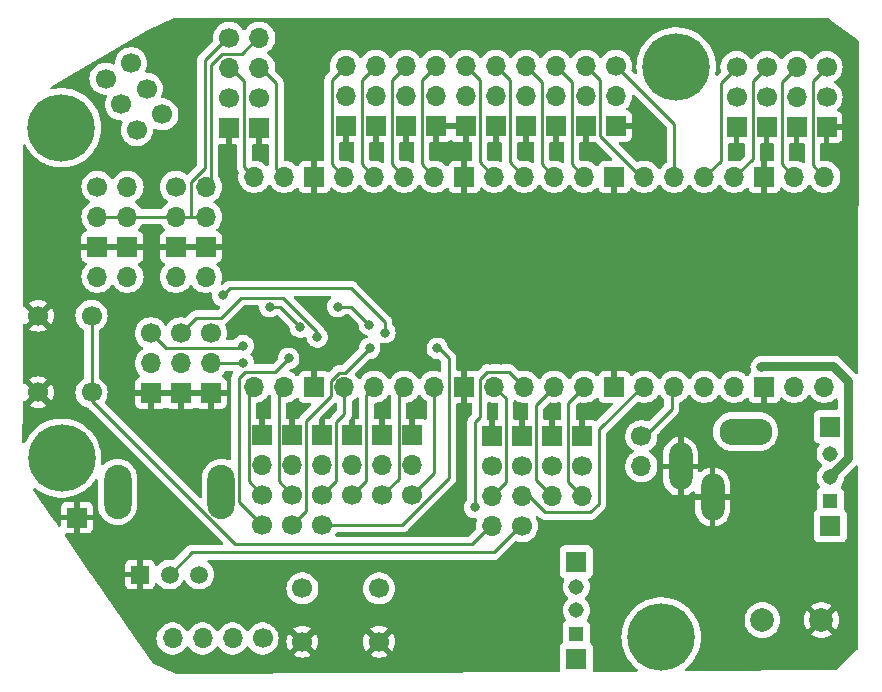
<source format=gbr>
%TF.GenerationSoftware,KiCad,Pcbnew,7.0.1-0*%
%TF.CreationDate,2023-05-05T03:57:04-04:00*%
%TF.ProjectId,rcc-pico,7263632d-7069-4636-9f2e-6b696361645f,rev?*%
%TF.SameCoordinates,Original*%
%TF.FileFunction,Copper,L2,Bot*%
%TF.FilePolarity,Positive*%
%FSLAX46Y46*%
G04 Gerber Fmt 4.6, Leading zero omitted, Abs format (unit mm)*
G04 Created by KiCad (PCBNEW 7.0.1-0) date 2023-05-05 03:57:04*
%MOMM*%
%LPD*%
G01*
G04 APERTURE LIST*
G04 Aperture macros list*
%AMHorizOval*
0 Thick line with rounded ends*
0 $1 width*
0 $2 $3 position (X,Y) of the first rounded end (center of the circle)*
0 $4 $5 position (X,Y) of the second rounded end (center of the circle)*
0 Add line between two ends*
20,1,$1,$2,$3,$4,$5,0*
0 Add two circle primitives to create the rounded ends*
1,1,$1,$2,$3*
1,1,$1,$4,$5*%
G04 Aperture macros list end*
%TA.AperFunction,ComponentPad*%
%ADD10R,1.508000X1.508000*%
%TD*%
%TA.AperFunction,ComponentPad*%
%ADD11C,1.508000*%
%TD*%
%TA.AperFunction,ComponentPad*%
%ADD12O,2.300000X4.600000*%
%TD*%
%TA.AperFunction,ComponentPad*%
%ADD13O,2.000000X4.000000*%
%TD*%
%TA.AperFunction,ComponentPad*%
%ADD14O,4.500000X2.250000*%
%TD*%
%TA.AperFunction,ComponentPad*%
%ADD15C,1.700000*%
%TD*%
%TA.AperFunction,ComponentPad*%
%ADD16O,1.700000X1.700000*%
%TD*%
%TA.AperFunction,ComponentPad*%
%ADD17C,2.000000*%
%TD*%
%TA.AperFunction,ComponentPad*%
%ADD18C,5.700000*%
%TD*%
%TA.AperFunction,ComponentPad*%
%ADD19R,1.700000X1.700000*%
%TD*%
%TA.AperFunction,ComponentPad*%
%ADD20R,1.308000X1.308000*%
%TD*%
%TA.AperFunction,ComponentPad*%
%ADD21C,1.308000*%
%TD*%
%TA.AperFunction,ComponentPad*%
%ADD22R,1.800000X1.800000*%
%TD*%
%TA.AperFunction,ComponentPad*%
%ADD23HorizOval,1.700000X0.000000X0.000000X0.000000X0.000000X0*%
%TD*%
%TA.AperFunction,ViaPad*%
%ADD24C,0.800000*%
%TD*%
%TA.AperFunction,Conductor*%
%ADD25C,0.250000*%
%TD*%
%TA.AperFunction,Conductor*%
%ADD26C,0.750000*%
%TD*%
G04 APERTURE END LIST*
D10*
%TO.P,R11,1*%
%TO.N,GND*%
X86425000Y-75775000D03*
D11*
%TO.P,R11,2*%
%TO.N,/POT_signal*%
X88925000Y-75775000D03*
%TO.P,R11,3*%
%TO.N,+3.3V*%
X91425000Y-75775000D03*
D12*
%TO.P,R11,S1*%
%TO.N,N/C*%
X84525000Y-68775000D03*
%TO.P,R11,S2*%
X93325000Y-68775000D03*
%TD*%
D13*
%TO.P,J3,3*%
%TO.N,GND*%
X134900000Y-69225000D03*
%TO.P,J3,2*%
X132200000Y-66625000D03*
D14*
%TO.P,J3,1*%
%TO.N,Net-(D3-A)*%
X137700000Y-63675000D03*
%TD*%
D15*
%TO.P,J16,1,Pin_1*%
%TO.N,/adcref_3v3*%
X128875000Y-64062500D03*
D16*
%TO.P,J16,2,Pin_2*%
%TO.N,+3.3V*%
X128875000Y-66602500D03*
%TD*%
D17*
%TO.P,J8,1,Pin_1*%
%TO.N,/MTRPWR*%
X139125000Y-79625000D03*
%TO.P,J8,2,Pin_2*%
%TO.N,GND*%
X144125000Y-79625000D03*
%TD*%
D18*
%TO.P,H4,1,1*%
%TO.N,unconnected-(H4-Pad1)*%
X131825000Y-32800000D03*
%TD*%
D19*
%TO.P,J17,1,Pin_1*%
%TO.N,GND*%
X96790000Y-63962500D03*
%TO.P,J17,2,Pin_2*%
X99330000Y-63962500D03*
%TO.P,J17,3,Pin_3*%
X101870000Y-63962500D03*
D16*
%TO.P,J17,4,Pin_4*%
%TO.N,+3.3V*%
X96790000Y-66502500D03*
%TO.P,J17,5,5*%
X99330000Y-66502500D03*
%TO.P,J17,6,6*%
X101870000Y-66502500D03*
D15*
%TO.P,J17,7,7*%
%TO.N,/GPIO16*%
X96790000Y-69042500D03*
%TO.P,J17,8,8*%
%TO.N,/GPIO17*%
X99330000Y-69042500D03*
%TO.P,J17,9,9*%
%TO.N,/GPIO18*%
X101870000Y-69042500D03*
%TO.P,J17,10,10*%
%TO.N,/3V3_PWM_3*%
X96790000Y-71582500D03*
%TO.P,J17,11,11*%
%TO.N,/3V3_PWM_2*%
X99330000Y-71582500D03*
%TO.P,J17,12,12*%
%TO.N,/3V3_PWM_1*%
X101870000Y-71582500D03*
D19*
%TO.P,J17,21,Pin_1*%
%TO.N,GND*%
X104410000Y-63962500D03*
%TO.P,J17,22,Pin_2*%
X106950000Y-63962500D03*
%TO.P,J17,23,Pin_3*%
X109490000Y-63962500D03*
D16*
%TO.P,J17,24,Pin_4*%
%TO.N,+3.3V*%
X104410000Y-66502500D03*
%TO.P,J17,25,5*%
X106950000Y-66502500D03*
%TO.P,J17,26,6*%
X109490000Y-66502500D03*
D15*
%TO.P,J17,27,7*%
%TO.N,/GPIO19*%
X104410000Y-69042500D03*
%TO.P,J17,28,8*%
%TO.N,/GPIO20*%
X106950000Y-69042500D03*
%TO.P,J17,29,9*%
%TO.N,/GPIO21*%
X109490000Y-69042500D03*
%TD*%
D19*
%TO.P,TP1,1,1*%
%TO.N,GND*%
X81075000Y-70950000D03*
%TD*%
D15*
%TO.P,J5,1*%
%TO.N,/GPIO0*%
X144550000Y-32810000D03*
D16*
%TO.P,J5,2*%
%TO.N,/GPIO1*%
X142010000Y-32810000D03*
D15*
%TO.P,J5,3*%
%TO.N,/GPIO2*%
X139470000Y-32810000D03*
%TO.P,J5,4*%
%TO.N,/GPIO3*%
X136930000Y-32810000D03*
%TO.P,J5,5*%
%TO.N,+3.3V*%
X144550000Y-35350000D03*
D16*
%TO.P,J5,6*%
X142010000Y-35350000D03*
D15*
%TO.P,J5,7*%
X139470000Y-35350000D03*
%TO.P,J5,8*%
X136930000Y-35350000D03*
D19*
%TO.P,J5,9*%
%TO.N,GND*%
X144550000Y-37890000D03*
%TO.P,J5,10*%
X142010000Y-37890000D03*
%TO.P,J5,11*%
X139470000Y-37890000D03*
%TO.P,J5,12*%
X136930000Y-37890000D03*
%TD*%
D15*
%TO.P,SW1,1,1*%
%TO.N,/run*%
X100175000Y-76950000D03*
X106675000Y-76950000D03*
%TO.P,SW1,2,2*%
%TO.N,GND*%
X100175000Y-81450000D03*
X106675000Y-81450000D03*
%TD*%
%TO.P,SW2,1,1*%
%TO.N,/extra_button*%
X82320000Y-53860000D03*
X82320000Y-60360000D03*
%TO.P,SW2,2,2*%
%TO.N,GND*%
X77820000Y-53860000D03*
X77820000Y-60360000D03*
%TD*%
%TO.P,J4,1,Pin_1*%
%TO.N,/POT_signal*%
X118775000Y-71662500D03*
D16*
%TO.P,J4,2,Pin_2*%
%TO.N,/extra_button*%
X116235000Y-71662500D03*
%TO.P,J4,3,Pin_3*%
%TO.N,/GPIO28*%
X118775000Y-69122500D03*
%TO.P,J4,4,Pin_4*%
%TO.N,/GPIO22*%
X116235000Y-69122500D03*
D15*
%TO.P,J4,5,5*%
%TO.N,+3.3V*%
X118775000Y-66582500D03*
%TO.P,J4,6,6*%
X116235000Y-66582500D03*
D19*
%TO.P,J4,7,7*%
%TO.N,GND*%
X118775000Y-64042500D03*
%TO.P,J4,8,8*%
X116235000Y-64042500D03*
%TO.P,J4,21,Pin_1*%
X121315000Y-64042500D03*
%TO.P,J4,22,Pin_2*%
X123855000Y-64042500D03*
D15*
%TO.P,J4,23,Pin_3*%
%TO.N,+3.3V*%
X121315000Y-66582500D03*
%TO.P,J4,24,Pin_4*%
X123855000Y-66582500D03*
D16*
%TO.P,J4,25,5*%
%TO.N,/GPIO26*%
X121315000Y-69122500D03*
%TO.P,J4,26,6*%
%TO.N,/GPIO27*%
X123855000Y-69122500D03*
%TD*%
D18*
%TO.P,H3,1,1*%
%TO.N,unconnected-(H3-Pad1)*%
X130550000Y-81075000D03*
%TD*%
D15*
%TO.P,J12,1,Pin_1*%
%TO.N,/SDA*%
X89460000Y-42955000D03*
D16*
%TO.P,J12,2,Pin_2*%
X92000000Y-42955000D03*
%TO.P,J12,3,Pin_3*%
%TO.N,/SCL*%
X89460000Y-45495000D03*
%TO.P,J12,4,Pin_4*%
X92000000Y-45495000D03*
D19*
%TO.P,J12,5,Pin_5*%
%TO.N,GND*%
X89460000Y-48035000D03*
%TO.P,J12,6,Pin_6*%
X92000000Y-48035000D03*
D16*
%TO.P,J12,7,Pin_7*%
%TO.N,+3.3V*%
X89460000Y-50575000D03*
%TO.P,J12,8,Pin_8*%
X92000000Y-50575000D03*
%TD*%
D20*
%TO.P,SW-on/off1,1,A*%
%TO.N,Net-(D3-K)*%
X144875000Y-69550000D03*
D21*
%TO.P,SW-on/off1,2,B*%
%TO.N,+9V*%
X144875000Y-67550000D03*
%TO.P,SW-on/off1,3*%
%TO.N,N/C*%
X144875000Y-65550000D03*
D22*
%TO.P,SW-on/off1,NC*%
X144875000Y-71650000D03*
X144875000Y-63250000D03*
%TD*%
D18*
%TO.P,H2,1,1*%
%TO.N,unconnected-(H2-Pad1)*%
X79775000Y-37950000D03*
%TD*%
%TO.P,H1,1,1*%
%TO.N,unconnected-(H1-Pad1)*%
X79800000Y-65925000D03*
%TD*%
D15*
%TO.P,J11,1,Pin_1*%
%TO.N,/SDA*%
X82820000Y-42950000D03*
D16*
%TO.P,J11,2,Pin_2*%
X85360000Y-42950000D03*
%TO.P,J11,3,Pin_3*%
%TO.N,/SCL*%
X82820000Y-45490000D03*
%TO.P,J11,4,Pin_4*%
X85360000Y-45490000D03*
D19*
%TO.P,J11,5,Pin_5*%
%TO.N,GND*%
X82820000Y-48030000D03*
%TO.P,J11,6,Pin_6*%
X85360000Y-48030000D03*
D16*
%TO.P,J11,7,Pin_7*%
%TO.N,+3.3V*%
X82820000Y-50570000D03*
%TO.P,J11,8,Pin_8*%
X85360000Y-50570000D03*
%TD*%
D15*
%TO.P,J14,1,Pin_1*%
%TO.N,unconnected-(J14-Pin_1-Pad1)*%
X88319157Y-36820651D03*
D23*
%TO.P,J14,2,Pin_2*%
%TO.N,unconnected-(J14-Pin_2-Pad2)*%
X86148832Y-38140230D03*
%TO.P,J14,3,Pin_3*%
%TO.N,unconnected-(J14-Pin_3-Pad3)*%
X86999578Y-34650326D03*
%TO.P,J14,4,Pin_4*%
%TO.N,unconnected-(J14-Pin_4-Pad4)*%
X84829253Y-35969904D03*
%TO.P,J14,5,Pin_5*%
%TO.N,unconnected-(J14-Pin_5-Pad5)*%
X85680000Y-32480000D03*
%TO.P,J14,6,Pin_6*%
%TO.N,unconnected-(J14-Pin_6-Pad6)*%
X83509674Y-33799579D03*
%TD*%
D19*
%TO.P,J13,1,Pin_1*%
%TO.N,GND*%
X92440000Y-60420000D03*
%TO.P,J13,2,Pin_2*%
X89900000Y-60420000D03*
%TO.P,J13,3,Pin_3*%
X87360000Y-60420000D03*
D16*
%TO.P,J13,4,Pin_4*%
%TO.N,+5V*%
X92440000Y-57880000D03*
%TO.P,J13,5,5*%
X89900000Y-57880000D03*
%TO.P,J13,6,6*%
X87360000Y-57880000D03*
D15*
%TO.P,J13,7,7*%
%TO.N,/5V_PWM_1*%
X92440000Y-55340000D03*
%TO.P,J13,8,8*%
%TO.N,/5V_PWM_2*%
X89900000Y-55340000D03*
%TO.P,J13,9,9*%
%TO.N,/5V_PWM_3*%
X87360000Y-55340000D03*
%TD*%
%TO.P,J1,1,Pin_1*%
%TO.N,unconnected-(J1-Pin_1-Pad1)*%
X96800000Y-81190000D03*
D16*
%TO.P,J1,2,Pin_2*%
%TO.N,unconnected-(J1-Pin_2-Pad2)*%
X94260000Y-81190000D03*
%TO.P,J1,3,Pin_3*%
%TO.N,unconnected-(J1-Pin_3-Pad3)*%
X91720000Y-81190000D03*
%TO.P,J1,4,Pin_4*%
%TO.N,unconnected-(J1-Pin_4-Pad4)*%
X89180000Y-81190000D03*
%TD*%
%TO.P,U3,40,VBUS*%
%TO.N,unconnected-(U3-VBUS-Pad40)*%
X144370000Y-59880000D03*
%TO.P,U3,39,VSYS*%
%TO.N,+5V*%
X141830000Y-59880000D03*
D19*
%TO.P,U3,38,GND*%
%TO.N,GND*%
X139290000Y-59880000D03*
D16*
%TO.P,U3,37,3V3_EN*%
%TO.N,unconnected-(U3-3V3_EN-Pad37)*%
X136750000Y-59880000D03*
%TO.P,U3,36,3V3*%
%TO.N,unconnected-(U3-3V3-Pad36)*%
X134210000Y-59880000D03*
%TO.P,U3,35,ADC_VREF*%
%TO.N,/adcref_3v3*%
X131670000Y-59880000D03*
%TO.P,U3,34,GPIO28_ADC2*%
%TO.N,/GPIO28*%
X129130000Y-59880000D03*
D19*
%TO.P,U3,33,AGND*%
%TO.N,GND*%
X126590000Y-59880000D03*
D16*
%TO.P,U3,32,GPIO27_ADC1*%
%TO.N,/GPIO27*%
X124050000Y-59880000D03*
%TO.P,U3,31,GPIO26_ADC0*%
%TO.N,/GPIO26*%
X121510000Y-59880000D03*
%TO.P,U3,30,RUN*%
%TO.N,/run*%
X118970000Y-59880000D03*
%TO.P,U3,29,GPIO22*%
%TO.N,/GPIO22*%
X116430000Y-59880000D03*
D19*
%TO.P,U3,28,GND*%
%TO.N,GND*%
X113890000Y-59880000D03*
D16*
%TO.P,U3,27,GPIO21*%
%TO.N,/GPIO21*%
X111350000Y-59880000D03*
%TO.P,U3,26,GPIO20*%
%TO.N,/GPIO20*%
X108810000Y-59880000D03*
%TO.P,U3,25,GPIO19*%
%TO.N,/GPIO19*%
X106270000Y-59880000D03*
%TO.P,U3,24,GPIO18*%
%TO.N,/GPIO18*%
X103730000Y-59880000D03*
D19*
%TO.P,U3,23,GND*%
%TO.N,GND*%
X101190000Y-59880000D03*
D16*
%TO.P,U3,22,GPIO17*%
%TO.N,/GPIO17*%
X98650000Y-59880000D03*
%TO.P,U3,21,GPIO16*%
%TO.N,/GPIO16*%
X96110000Y-59880000D03*
%TO.P,U3,20,GPIO15*%
%TO.N,/GPIO15*%
X96110000Y-42100000D03*
%TO.P,U3,19,GPIO14*%
%TO.N,/GPIO14*%
X98650000Y-42100000D03*
D19*
%TO.P,U3,18,GND*%
%TO.N,GND*%
X101190000Y-42100000D03*
D16*
%TO.P,U3,17,GPIO13*%
%TO.N,/GPIO13*%
X103730000Y-42100000D03*
%TO.P,U3,16,GPIO12*%
%TO.N,/GPIO12*%
X106270000Y-42100000D03*
%TO.P,U3,15,GPIO11*%
%TO.N,/GPIO11*%
X108810000Y-42100000D03*
%TO.P,U3,14,GPIO10*%
%TO.N,/GPIO10*%
X111350000Y-42100000D03*
D19*
%TO.P,U3,13,GND*%
%TO.N,GND*%
X113890000Y-42100000D03*
D16*
%TO.P,U3,12,GPIO9*%
%TO.N,/GPIO9*%
X116430000Y-42100000D03*
%TO.P,U3,11,GPIO8*%
%TO.N,/GPIO8*%
X118970000Y-42100000D03*
%TO.P,U3,10,GPIO7*%
%TO.N,/GPIO7*%
X121510000Y-42100000D03*
%TO.P,U3,9,GPIO6*%
%TO.N,/GPIO6*%
X124050000Y-42100000D03*
D19*
%TO.P,U3,8,GND*%
%TO.N,GND*%
X126590000Y-42100000D03*
D16*
%TO.P,U3,7,GPIO5*%
%TO.N,/GPIO5*%
X129130000Y-42100000D03*
%TO.P,U3,6,GPIO4*%
%TO.N,/GPIO4*%
X131670000Y-42100000D03*
%TO.P,U3,5,GPIO3*%
%TO.N,/GPIO3*%
X134210000Y-42100000D03*
%TO.P,U3,4,GPIO2*%
%TO.N,/GPIO2*%
X136750000Y-42100000D03*
D19*
%TO.P,U3,3,GND*%
%TO.N,GND*%
X139290000Y-42100000D03*
D16*
%TO.P,U3,2,GPIO1*%
%TO.N,/GPIO1*%
X141830000Y-42100000D03*
%TO.P,U3,1,GPIO0*%
%TO.N,/GPIO0*%
X144370000Y-42100000D03*
%TD*%
D15*
%TO.P,J10,1,Pin_1*%
%TO.N,/SCL*%
X93985000Y-30345000D03*
D16*
%TO.P,J10,2,Pin_2*%
%TO.N,/SDA*%
X96525000Y-30345000D03*
%TO.P,J10,3,Pin_3*%
%TO.N,/GPIO15*%
X93985000Y-32885000D03*
%TO.P,J10,4,Pin_4*%
%TO.N,/GPIO14*%
X96525000Y-32885000D03*
D15*
%TO.P,J10,5,Pin_5*%
%TO.N,+3.3V*%
X93985000Y-35425000D03*
%TO.P,J10,6,Pin_6*%
X96525000Y-35425000D03*
D19*
%TO.P,J10,7,Pin_7*%
%TO.N,GND*%
X93985000Y-37965000D03*
%TO.P,J10,8,Pin_8*%
X96525000Y-37965000D03*
%TD*%
D15*
%TO.P,J7,1*%
%TO.N,/GPIO4*%
X126720000Y-32710000D03*
D16*
%TO.P,J7,2*%
%TO.N,/GPIO5*%
X124180000Y-32710000D03*
%TO.P,J7,3*%
%TO.N,/GPIO6*%
X121640000Y-32710000D03*
%TO.P,J7,4*%
%TO.N,/GPIO7*%
X119100000Y-32710000D03*
%TO.P,J7,5*%
%TO.N,/GPIO8*%
X116560000Y-32710000D03*
%TO.P,J7,6*%
%TO.N,/GPIO9*%
X114020000Y-32710000D03*
%TO.P,J7,7*%
%TO.N,/GPIO10*%
X111480000Y-32710000D03*
%TO.P,J7,8*%
%TO.N,/GPIO11*%
X108940000Y-32710000D03*
%TO.P,J7,9*%
%TO.N,/GPIO12*%
X106400000Y-32710000D03*
%TO.P,J7,10*%
%TO.N,/GPIO13*%
X103860000Y-32710000D03*
%TO.P,J7,11*%
%TO.N,+3.3V*%
X126720000Y-35250000D03*
%TO.P,J7,12*%
X124180000Y-35250000D03*
%TO.P,J7,13*%
X121640000Y-35250000D03*
%TO.P,J7,14*%
X119100000Y-35250000D03*
%TO.P,J7,15*%
X116560000Y-35250000D03*
%TO.P,J7,16*%
X114020000Y-35250000D03*
%TO.P,J7,17*%
X111480000Y-35250000D03*
%TO.P,J7,18*%
X108940000Y-35250000D03*
%TO.P,J7,19*%
X106400000Y-35250000D03*
%TO.P,J7,20*%
X103860000Y-35250000D03*
D19*
%TO.P,J7,21*%
%TO.N,GND*%
X126710000Y-37790000D03*
%TO.P,J7,22*%
X124170000Y-37790000D03*
%TO.P,J7,23*%
X121630000Y-37790000D03*
%TO.P,J7,24*%
X119090000Y-37790000D03*
%TO.P,J7,25*%
X116550000Y-37790000D03*
%TO.P,J7,26*%
X114010000Y-37790000D03*
%TO.P,J7,27*%
X111470000Y-37790000D03*
%TO.P,J7,28*%
X108930000Y-37790000D03*
%TO.P,J7,29*%
X106390000Y-37790000D03*
%TO.P,J7,30*%
X103850000Y-37790000D03*
%TD*%
D20*
%TO.P,SW-on/off2,1,A*%
%TO.N,/MTRPWR*%
X123375000Y-80800000D03*
D21*
%TO.P,SW-on/off2,2,B*%
%TO.N,+9V*%
X123375000Y-78800000D03*
%TO.P,SW-on/off2,3*%
%TO.N,N/C*%
X123375000Y-76800000D03*
D22*
%TO.P,SW-on/off2,NC*%
X123375000Y-82900000D03*
X123375000Y-74700000D03*
%TD*%
D24*
%TO.N,GND*%
X138769000Y-74090000D03*
X139785000Y-74090000D03*
X140875000Y-73075000D03*
X140875000Y-74095000D03*
X139785000Y-73070000D03*
X138769000Y-73070000D03*
%TO.N,/run*%
X114775000Y-70100000D03*
%TO.N,GND*%
X126450000Y-83450000D03*
X127450000Y-83450000D03*
%TO.N,+9V*%
X139025000Y-58200000D03*
%TO.N,GND*%
X128524000Y-47498000D03*
X126610000Y-47990000D03*
X101346000Y-49530000D03*
X102870000Y-45720000D03*
X132480000Y-53094000D03*
X127590000Y-46984000D03*
X132480000Y-54110000D03*
X124140000Y-50730000D03*
X110030000Y-55580000D03*
X134874000Y-47244000D03*
X125025000Y-57600000D03*
X131455000Y-55200000D03*
X125984000Y-50800000D03*
X118025000Y-57600000D03*
X121025000Y-57600000D03*
X131460000Y-53094000D03*
X125060000Y-52296000D03*
X101346000Y-46990000D03*
X124140000Y-51746000D03*
X130556000Y-53594000D03*
X130556000Y-52578000D03*
X134874000Y-50292000D03*
X126610000Y-45958000D03*
X130551000Y-54684000D03*
X116025000Y-57600000D03*
X102870000Y-49530000D03*
X101346000Y-45720000D03*
X134874000Y-48260000D03*
X117025000Y-57600000D03*
X122025000Y-57600000D03*
X124140000Y-52762000D03*
X126610000Y-46974000D03*
X102870000Y-46990000D03*
X103910000Y-55600000D03*
X125984000Y-51816000D03*
X128524000Y-48514000D03*
X119025000Y-57600000D03*
X128524000Y-46482000D03*
X127590000Y-48000000D03*
X125060000Y-51280000D03*
X101346000Y-48260000D03*
X124025000Y-57600000D03*
X120025000Y-57600000D03*
X132475000Y-55200000D03*
X125060000Y-53312000D03*
X134874000Y-51308000D03*
X134874000Y-49276000D03*
X127590000Y-45968000D03*
X98100000Y-55660000D03*
X102870000Y-48260000D03*
X131460000Y-54110000D03*
X125984000Y-52832000D03*
X123025000Y-57600000D03*
%TO.N,+5V*%
X95149500Y-57845183D03*
%TO.N,/3V3_PWM_1*%
X111600000Y-56625000D03*
%TO.N,/3V3_PWM_2*%
X103160000Y-53084500D03*
X105840000Y-54630000D03*
X105860000Y-56630000D03*
%TO.N,/3V3_PWM_3*%
X99016250Y-57480500D03*
X99987500Y-54800000D03*
X97420000Y-53084500D03*
%TO.N,/5V_PWM_1*%
X107155190Y-55305963D03*
X93425250Y-52150250D03*
%TO.N,/5V_PWM_2*%
X101430000Y-55670000D03*
%TO.N,/5V_PWM_3*%
X95149500Y-56394500D03*
%TD*%
D25*
%TO.N,/adcref_3v3*%
X129155000Y-64057500D02*
X131440000Y-61772500D01*
X131440000Y-61772500D02*
X131440000Y-59862500D01*
%TO.N,/5V_PWM_2*%
X101430000Y-55217195D02*
X98572305Y-52359500D01*
X93260000Y-54050000D02*
X91190000Y-54050000D01*
X98572305Y-52359500D02*
X94950500Y-52359500D01*
X94950500Y-52359500D02*
X93260000Y-54050000D01*
X101430000Y-55670000D02*
X101430000Y-55217195D01*
X91190000Y-54050000D02*
X89900000Y-55340000D01*
%TO.N,+5V*%
X92440000Y-57880000D02*
X95114683Y-57880000D01*
X95114683Y-57880000D02*
X95149500Y-57845183D01*
%TO.N,/5V_PWM_1*%
X93425250Y-52150250D02*
X94045500Y-51530000D01*
X104270000Y-51530000D02*
X107155190Y-54415190D01*
X107155190Y-54415190D02*
X107155190Y-55305963D01*
X94045500Y-51530000D02*
X104270000Y-51530000D01*
%TO.N,/run*%
X114775000Y-70100000D02*
X114775000Y-62875000D01*
X114775000Y-62875000D02*
X115175000Y-62475000D01*
X115175000Y-62475000D02*
X115175000Y-59250000D01*
X115175000Y-59250000D02*
X115825000Y-58600000D01*
X115825000Y-58600000D02*
X117690000Y-58600000D01*
X117690000Y-58600000D02*
X118970000Y-59880000D01*
D26*
%TO.N,+9V*%
X139025000Y-58200000D02*
X139100000Y-58125000D01*
X139100000Y-58125000D02*
X145125000Y-58125000D01*
X145125000Y-58125000D02*
X146375000Y-59375000D01*
X146375000Y-59375000D02*
X146375000Y-65927500D01*
X146375000Y-65927500D02*
X144777500Y-67525000D01*
D25*
%TO.N,/SCL*%
X91925000Y-32238604D02*
X91925000Y-41368299D01*
X91900000Y-32213604D02*
X91925000Y-32238604D01*
X91925000Y-41368299D02*
X90750000Y-42543299D01*
X93933604Y-30180000D02*
X91900000Y-32213604D01*
X90750000Y-42543299D02*
X90750000Y-45495000D01*
X90750000Y-45495000D02*
X92000000Y-45495000D01*
%TO.N,/GPIO22*%
X116235000Y-69122500D02*
X117410000Y-67947500D01*
X117410000Y-67947500D02*
X117410000Y-60860000D01*
X117410000Y-60860000D02*
X116430000Y-59880000D01*
%TO.N,/POT_signal*%
X116365000Y-73907500D02*
X90792500Y-73907500D01*
X90792500Y-73907500D02*
X88925000Y-75775000D01*
%TO.N,/extra_button*%
X114550000Y-73182500D02*
X114532500Y-73200000D01*
X114532500Y-73200000D02*
X94475000Y-73200000D01*
X94475000Y-73200000D02*
X82320000Y-61045000D01*
%TO.N,/GPIO27*%
X122700000Y-61230000D02*
X124050000Y-59880000D01*
X122700000Y-61230000D02*
X122700000Y-61800000D01*
X122700000Y-61800000D02*
X122680000Y-61820000D01*
X122680000Y-61820000D02*
X122680000Y-67947500D01*
X122680000Y-67947500D02*
X123855000Y-69122500D01*
%TO.N,/GPIO26*%
X119950000Y-61440000D02*
X121510000Y-59880000D01*
X119950000Y-61440000D02*
X119950000Y-67757500D01*
X119950000Y-67757500D02*
X121315000Y-69122500D01*
%TO.N,/3V3_PWM_1*%
X111650000Y-56575000D02*
X111600000Y-56625000D01*
X112575000Y-57475000D02*
X112575000Y-67619201D01*
X111650000Y-56550000D02*
X111650000Y-56575000D01*
X111650000Y-56550000D02*
X112575000Y-57475000D01*
X112575000Y-67619201D02*
X108611701Y-71582500D01*
X108611701Y-71582500D02*
X101870000Y-71582500D01*
%TO.N,/3V3_PWM_2*%
X105840000Y-54630000D02*
X105840000Y-54610000D01*
X100505000Y-62735000D02*
X100505000Y-70407500D01*
X102555000Y-60685000D02*
X100505000Y-62735000D01*
X104314500Y-53084500D02*
X103160000Y-53084500D01*
X100505000Y-70407500D02*
X99330000Y-71582500D01*
X105860000Y-56630000D02*
X103785000Y-58705000D01*
X105840000Y-54610000D02*
X104314500Y-53084500D01*
X103785000Y-58705000D02*
X103243299Y-58705000D01*
X103243299Y-58705000D02*
X102555000Y-59393299D01*
X102555000Y-59393299D02*
X102555000Y-60685000D01*
%TO.N,/GPIO0*%
X143375000Y-41105000D02*
X143375000Y-33985000D01*
X143375000Y-33985000D02*
X144550000Y-32810000D01*
X144370000Y-42100000D02*
X143375000Y-41105000D01*
%TO.N,/GPIO1*%
X140750000Y-34070000D02*
X142010000Y-32810000D01*
X140750000Y-41020000D02*
X140750000Y-34070000D01*
X141830000Y-42100000D02*
X140750000Y-41020000D01*
%TO.N,/GPIO2*%
X136750000Y-42100000D02*
X138295000Y-40555000D01*
X138295000Y-33985000D02*
X139470000Y-32810000D01*
X138295000Y-40555000D02*
X138295000Y-33985000D01*
%TO.N,/GPIO3*%
X135575000Y-40735000D02*
X135575000Y-34165000D01*
X135575000Y-34165000D02*
X136930000Y-32810000D01*
X134210000Y-42100000D02*
X135575000Y-40735000D01*
%TO.N,/GPIO4*%
X131670000Y-37660000D02*
X126720000Y-32710000D01*
X131670000Y-42100000D02*
X131670000Y-37660000D01*
%TO.N,/GPIO5*%
X128670000Y-41920000D02*
X125355000Y-38605000D01*
X125355000Y-33885000D02*
X124180000Y-32710000D01*
X125355000Y-38605000D02*
X125355000Y-33885000D01*
%TO.N,/GPIO6*%
X122995000Y-34065000D02*
X121640000Y-32710000D01*
X122995000Y-41045000D02*
X122995000Y-34065000D01*
X124050000Y-42100000D02*
X122995000Y-41045000D01*
%TO.N,/GPIO7*%
X120455000Y-41045000D02*
X120455000Y-34065000D01*
X121510000Y-42100000D02*
X120455000Y-41045000D01*
X120455000Y-34065000D02*
X119100000Y-32710000D01*
%TO.N,/GPIO8*%
X118970000Y-42100000D02*
X117725000Y-40855000D01*
X117735000Y-36740000D02*
X117735000Y-33885000D01*
X117725000Y-36750000D02*
X117735000Y-36740000D01*
X117725000Y-40855000D02*
X117725000Y-36750000D01*
X117735000Y-33885000D02*
X116560000Y-32710000D01*
%TO.N,/GPIO9*%
X115195000Y-40865000D02*
X115195000Y-33885000D01*
X116430000Y-42100000D02*
X115195000Y-40865000D01*
X115195000Y-33885000D02*
X114020000Y-32710000D01*
%TO.N,/GPIO10*%
X111350000Y-42100000D02*
X110295000Y-41045000D01*
X110295000Y-41045000D02*
X110295000Y-33895000D01*
X110295000Y-33895000D02*
X111480000Y-32710000D01*
%TO.N,/GPIO11*%
X107755000Y-33895000D02*
X108940000Y-32710000D01*
X108810000Y-42100000D02*
X107755000Y-41045000D01*
X107755000Y-41045000D02*
X107755000Y-33895000D01*
%TO.N,/GPIO12*%
X105215000Y-33895000D02*
X106400000Y-32710000D01*
X105215000Y-41045000D02*
X105215000Y-33895000D01*
X106270000Y-42100000D02*
X105215000Y-41045000D01*
%TO.N,/GPIO13*%
X102675000Y-33895000D02*
X103860000Y-32710000D01*
X102675000Y-41045000D02*
X102675000Y-33895000D01*
X103730000Y-42100000D02*
X102675000Y-41045000D01*
%TO.N,/GPIO14*%
X97950000Y-34140000D02*
X96530000Y-32720000D01*
X98650000Y-42100000D02*
X97950000Y-41400000D01*
X97950000Y-41400000D02*
X97950000Y-34140000D01*
%TO.N,/GPIO15*%
X95260000Y-41250000D02*
X95260000Y-33990000D01*
X96110000Y-42100000D02*
X95260000Y-41250000D01*
X95260000Y-33990000D02*
X93990000Y-32720000D01*
%TO.N,/GPIO16*%
X96790000Y-69042500D02*
X95615000Y-67867500D01*
X95615000Y-67867500D02*
X95615000Y-60375000D01*
%TO.N,/GPIO17*%
X99330000Y-69042500D02*
X98155000Y-67867500D01*
X98155000Y-67867500D02*
X98155000Y-60375000D01*
%TO.N,/GPIO18*%
X103730000Y-59880000D02*
X103730000Y-62195000D01*
X103730000Y-62195000D02*
X103045000Y-62880000D01*
X103045000Y-62880000D02*
X103045000Y-67867500D01*
X103045000Y-67867500D02*
X101870000Y-69042500D01*
%TO.N,/GPIO19*%
X105585000Y-67867500D02*
X104410000Y-69042500D01*
X105585000Y-60565000D02*
X105585000Y-67867500D01*
X106270000Y-59880000D02*
X105585000Y-60565000D01*
%TO.N,/GPIO20*%
X108315000Y-60375000D02*
X108315000Y-67677500D01*
X108315000Y-67677500D02*
X106950000Y-69042500D01*
%TO.N,/GPIO21*%
X111350000Y-59880000D02*
X111350000Y-67182500D01*
X111350000Y-67182500D02*
X109490000Y-69042500D01*
%TO.N,/GPIO28*%
X125270000Y-63492500D02*
X128900000Y-59862500D01*
X120720000Y-70507500D02*
X124545000Y-70507500D01*
X125270000Y-69782500D02*
X125270000Y-63492500D01*
X119335000Y-69122500D02*
X120720000Y-70507500D01*
X124545000Y-70507500D02*
X125270000Y-69782500D01*
%TO.N,/3V3_PWM_3*%
X99987500Y-54777500D02*
X98294500Y-53084500D01*
X94800000Y-59125000D02*
X94800000Y-69592500D01*
X99987500Y-54800000D02*
X99987500Y-54777500D01*
X97876750Y-58620000D02*
X95305000Y-58620000D01*
X98294500Y-53084500D02*
X97420000Y-53084500D01*
X95305000Y-58620000D02*
X94800000Y-59125000D01*
X94800000Y-69592500D02*
X96790000Y-71582500D01*
X99016250Y-57480500D02*
X97876750Y-58620000D01*
%TO.N,/5V_PWM_3*%
X94954000Y-56590000D02*
X88610000Y-56590000D01*
X95149500Y-56394500D02*
X94954000Y-56590000D01*
X88610000Y-56590000D02*
X87360000Y-55340000D01*
%TO.N,/SCL*%
X82820000Y-45490000D02*
X91995000Y-45490000D01*
%TO.N,/SDA*%
X93400000Y-31675000D02*
X92425000Y-32650000D01*
X92425000Y-32650000D02*
X92425000Y-42530000D01*
X96530000Y-30180000D02*
X95035000Y-31675000D01*
X95035000Y-31675000D02*
X93400000Y-31675000D01*
%TO.N,/POT_signal*%
X118775000Y-71497500D02*
X116365000Y-73907500D01*
%TO.N,/extra_button*%
X116235000Y-71497500D02*
X114550000Y-73182500D01*
X82320000Y-60360000D02*
X82320000Y-53860000D01*
%TD*%
%TA.AperFunction,Conductor*%
%TO.N,GND*%
G36*
X96713000Y-37731613D02*
G01*
X96758387Y-37777000D01*
X96775000Y-37839000D01*
X96775000Y-39315000D01*
X97192500Y-39315000D01*
X97254500Y-39331613D01*
X97299887Y-39377000D01*
X97316500Y-39439000D01*
X97316500Y-41087011D01*
X97302516Y-41144217D01*
X97263717Y-41188520D01*
X97208855Y-41209928D01*
X97150304Y-41203611D01*
X97101271Y-41170994D01*
X97033242Y-41097096D01*
X97033241Y-41097095D01*
X97033240Y-41097094D01*
X96855576Y-40958811D01*
X96657574Y-40851658D01*
X96657573Y-40851657D01*
X96657572Y-40851657D01*
X96444636Y-40778556D01*
X96222569Y-40741500D01*
X96017500Y-40741500D01*
X95955500Y-40724887D01*
X95910113Y-40679500D01*
X95893500Y-40617500D01*
X95893500Y-39439000D01*
X95910113Y-39377000D01*
X95955500Y-39331613D01*
X96017500Y-39315000D01*
X96275000Y-39315000D01*
X96275000Y-38215000D01*
X96017500Y-38215000D01*
X95955500Y-38198387D01*
X95910113Y-38153000D01*
X95893500Y-38091000D01*
X95893500Y-37839000D01*
X95910113Y-37777000D01*
X95955500Y-37731613D01*
X96017500Y-37715000D01*
X96651000Y-37715000D01*
X96713000Y-37731613D01*
G37*
%TD.AperFunction*%
%TA.AperFunction,Conductor*%
G36*
X128293819Y-35179723D02*
G01*
X131000181Y-37886085D01*
X131027061Y-37926313D01*
X131036500Y-37973766D01*
X131036500Y-40824271D01*
X131019023Y-40887745D01*
X130971517Y-40933325D01*
X130941517Y-40949561D01*
X130924424Y-40958811D01*
X130746760Y-41097094D01*
X130594279Y-41262730D01*
X130503809Y-41401205D01*
X130459017Y-41442438D01*
X130400000Y-41457383D01*
X130340983Y-41442438D01*
X130296191Y-41401205D01*
X130246118Y-41324563D01*
X130205722Y-41262732D01*
X130053240Y-41097094D01*
X129875576Y-40958811D01*
X129677574Y-40851658D01*
X129677573Y-40851657D01*
X129677572Y-40851657D01*
X129464636Y-40778556D01*
X129242569Y-40741500D01*
X129017431Y-40741500D01*
X128795363Y-40778556D01*
X128592461Y-40848213D01*
X128524249Y-40851741D01*
X128464517Y-40818613D01*
X126997586Y-39351681D01*
X126967336Y-39302318D01*
X126962794Y-39244602D01*
X126984949Y-39191115D01*
X127028972Y-39153515D01*
X127085267Y-39140000D01*
X127607824Y-39140000D01*
X127667375Y-39133597D01*
X127802089Y-39083352D01*
X127917188Y-38997188D01*
X128003352Y-38882089D01*
X128053597Y-38747375D01*
X128060000Y-38687824D01*
X128060000Y-38040000D01*
X126112500Y-38040000D01*
X126050500Y-38023387D01*
X126005113Y-37978000D01*
X125988500Y-37916000D01*
X125988500Y-37664000D01*
X126005113Y-37602000D01*
X126050500Y-37556613D01*
X126112500Y-37540000D01*
X128060000Y-37540000D01*
X128060000Y-36892176D01*
X128053597Y-36832624D01*
X128003352Y-36697910D01*
X127917188Y-36582811D01*
X127802088Y-36496647D01*
X127689632Y-36454703D01*
X127640097Y-36420687D01*
X127612370Y-36367377D01*
X127612963Y-36307290D01*
X127641737Y-36254537D01*
X127643234Y-36252910D01*
X127643240Y-36252906D01*
X127795722Y-36087268D01*
X127918860Y-35898791D01*
X128009296Y-35692616D01*
X128064564Y-35474368D01*
X128082562Y-35257159D01*
X128107503Y-35192257D01*
X128163460Y-35150980D01*
X128232837Y-35146313D01*
X128293819Y-35179723D01*
G37*
%TD.AperFunction*%
%TA.AperFunction,Conductor*%
G36*
X124659500Y-37556613D02*
G01*
X124704887Y-37602000D01*
X124721500Y-37664000D01*
X124721500Y-37916000D01*
X124704887Y-37978000D01*
X124659500Y-38023387D01*
X124597500Y-38040000D01*
X124420000Y-38040000D01*
X124420000Y-39140000D01*
X124942734Y-39140000D01*
X124990187Y-39149439D01*
X125030415Y-39176319D01*
X126392414Y-40538319D01*
X126422664Y-40587682D01*
X126427206Y-40645398D01*
X126405051Y-40698885D01*
X126361028Y-40736485D01*
X126304733Y-40750000D01*
X125692176Y-40750000D01*
X125632624Y-40756402D01*
X125497910Y-40806647D01*
X125382811Y-40892811D01*
X125296647Y-41007911D01*
X125250319Y-41132122D01*
X125214367Y-41183335D01*
X125157986Y-41210473D01*
X125095532Y-41206625D01*
X125042908Y-41172772D01*
X124973240Y-41097094D01*
X124960630Y-41087279D01*
X124795576Y-40958811D01*
X124597574Y-40851658D01*
X124597573Y-40851657D01*
X124597572Y-40851657D01*
X124384636Y-40778556D01*
X124162569Y-40741500D01*
X123937431Y-40741500D01*
X123772907Y-40768953D01*
X123719582Y-40766196D01*
X123672359Y-40741267D01*
X123639998Y-40698791D01*
X123628500Y-40646645D01*
X123628500Y-39264000D01*
X123645113Y-39202000D01*
X123690500Y-39156613D01*
X123752500Y-39140000D01*
X123920000Y-39140000D01*
X123920000Y-38040000D01*
X123752500Y-38040000D01*
X123690500Y-38023387D01*
X123645113Y-37978000D01*
X123628500Y-37916000D01*
X123628500Y-37664000D01*
X123645113Y-37602000D01*
X123690500Y-37556613D01*
X123752500Y-37540000D01*
X124597500Y-37540000D01*
X124659500Y-37556613D01*
G37*
%TD.AperFunction*%
%TA.AperFunction,Conductor*%
G36*
X142679500Y-37656613D02*
G01*
X142724887Y-37702000D01*
X142741500Y-37764000D01*
X142741500Y-38016000D01*
X142724887Y-38078000D01*
X142679500Y-38123387D01*
X142617500Y-38140000D01*
X142260000Y-38140000D01*
X142260000Y-39240000D01*
X142617500Y-39240000D01*
X142679500Y-39256613D01*
X142724887Y-39302000D01*
X142741500Y-39364000D01*
X142741500Y-40840506D01*
X142725312Y-40901765D01*
X142680974Y-40947029D01*
X142620063Y-40964480D01*
X142558483Y-40949561D01*
X142553804Y-40947029D01*
X142377574Y-40851658D01*
X142377573Y-40851657D01*
X142377572Y-40851657D01*
X142164636Y-40778556D01*
X141942569Y-40741500D01*
X141717431Y-40741500D01*
X141527909Y-40773125D01*
X141474582Y-40770367D01*
X141427359Y-40745438D01*
X141394998Y-40702962D01*
X141383500Y-40650816D01*
X141383500Y-39364000D01*
X141400113Y-39302000D01*
X141445500Y-39256613D01*
X141507500Y-39240000D01*
X141760000Y-39240000D01*
X141760000Y-38140000D01*
X141507500Y-38140000D01*
X141445500Y-38123387D01*
X141400113Y-38078000D01*
X141383500Y-38016000D01*
X141383500Y-37764000D01*
X141400113Y-37702000D01*
X141445500Y-37656613D01*
X141507500Y-37640000D01*
X142617500Y-37640000D01*
X142679500Y-37656613D01*
G37*
%TD.AperFunction*%
%TA.AperFunction,Conductor*%
G36*
X122299500Y-37556613D02*
G01*
X122344887Y-37602000D01*
X122361500Y-37664000D01*
X122361500Y-37916000D01*
X122344887Y-37978000D01*
X122299500Y-38023387D01*
X122237500Y-38040000D01*
X121880000Y-38040000D01*
X121880000Y-39140000D01*
X122237500Y-39140000D01*
X122299500Y-39156613D01*
X122344887Y-39202000D01*
X122361500Y-39264000D01*
X122361500Y-40808036D01*
X122345312Y-40869295D01*
X122300974Y-40914559D01*
X122240063Y-40932010D01*
X122178485Y-40917091D01*
X122057574Y-40851658D01*
X122057570Y-40851656D01*
X122057569Y-40851656D01*
X121844636Y-40778556D01*
X121622569Y-40741500D01*
X121397431Y-40741500D01*
X121232907Y-40768953D01*
X121179582Y-40766196D01*
X121132359Y-40741267D01*
X121099998Y-40698791D01*
X121088500Y-40646645D01*
X121088500Y-39264000D01*
X121105113Y-39202000D01*
X121150500Y-39156613D01*
X121212500Y-39140000D01*
X121380000Y-39140000D01*
X121380000Y-38040000D01*
X121212500Y-38040000D01*
X121150500Y-38023387D01*
X121105113Y-37978000D01*
X121088500Y-37916000D01*
X121088500Y-37664000D01*
X121105113Y-37602000D01*
X121150500Y-37556613D01*
X121212500Y-37540000D01*
X122237500Y-37540000D01*
X122299500Y-37556613D01*
G37*
%TD.AperFunction*%
%TA.AperFunction,Conductor*%
G36*
X119759500Y-37556613D02*
G01*
X119804887Y-37602000D01*
X119821500Y-37664000D01*
X119821500Y-37916000D01*
X119804887Y-37978000D01*
X119759500Y-38023387D01*
X119697500Y-38040000D01*
X119340000Y-38040000D01*
X119340000Y-39140000D01*
X119697500Y-39140000D01*
X119759500Y-39156613D01*
X119804887Y-39202000D01*
X119821500Y-39264000D01*
X119821500Y-40808036D01*
X119805312Y-40869295D01*
X119760974Y-40914559D01*
X119700063Y-40932010D01*
X119638485Y-40917091D01*
X119517574Y-40851658D01*
X119517570Y-40851656D01*
X119517569Y-40851656D01*
X119304636Y-40778556D01*
X119082569Y-40741500D01*
X118857431Y-40741500D01*
X118625230Y-40780247D01*
X118624769Y-40777490D01*
X118572686Y-40780181D01*
X118512959Y-40747054D01*
X118394819Y-40628914D01*
X118367939Y-40588686D01*
X118358500Y-40541233D01*
X118358500Y-39264000D01*
X118375113Y-39202000D01*
X118420500Y-39156613D01*
X118482500Y-39140000D01*
X118840000Y-39140000D01*
X118840000Y-38040000D01*
X118482500Y-38040000D01*
X118420500Y-38023387D01*
X118375113Y-37978000D01*
X118358500Y-37916000D01*
X118358500Y-37664000D01*
X118375113Y-37602000D01*
X118420500Y-37556613D01*
X118482500Y-37540000D01*
X119697500Y-37540000D01*
X119759500Y-37556613D01*
G37*
%TD.AperFunction*%
%TA.AperFunction,Conductor*%
G36*
X109599500Y-37556613D02*
G01*
X109644887Y-37602000D01*
X109661500Y-37664000D01*
X109661500Y-37916000D01*
X109644887Y-37978000D01*
X109599500Y-38023387D01*
X109537500Y-38040000D01*
X109180000Y-38040000D01*
X109180000Y-39140000D01*
X109537500Y-39140000D01*
X109599500Y-39156613D01*
X109644887Y-39202000D01*
X109661500Y-39264000D01*
X109661500Y-40808036D01*
X109645312Y-40869295D01*
X109600974Y-40914559D01*
X109540063Y-40932010D01*
X109478485Y-40917091D01*
X109357574Y-40851658D01*
X109357570Y-40851656D01*
X109357569Y-40851656D01*
X109144636Y-40778556D01*
X108922569Y-40741500D01*
X108697431Y-40741500D01*
X108532907Y-40768953D01*
X108479582Y-40766196D01*
X108432359Y-40741267D01*
X108399998Y-40698791D01*
X108388500Y-40646645D01*
X108388500Y-39264000D01*
X108405113Y-39202000D01*
X108450500Y-39156613D01*
X108512500Y-39140000D01*
X108680000Y-39140000D01*
X108680000Y-38040000D01*
X108512500Y-38040000D01*
X108450500Y-38023387D01*
X108405113Y-37978000D01*
X108388500Y-37916000D01*
X108388500Y-37664000D01*
X108405113Y-37602000D01*
X108450500Y-37556613D01*
X108512500Y-37540000D01*
X109537500Y-37540000D01*
X109599500Y-37556613D01*
G37*
%TD.AperFunction*%
%TA.AperFunction,Conductor*%
G36*
X107059500Y-37556613D02*
G01*
X107104887Y-37602000D01*
X107121500Y-37664000D01*
X107121500Y-37916000D01*
X107104887Y-37978000D01*
X107059500Y-38023387D01*
X106997500Y-38040000D01*
X106640000Y-38040000D01*
X106640000Y-39140000D01*
X106997500Y-39140000D01*
X107059500Y-39156613D01*
X107104887Y-39202000D01*
X107121500Y-39264000D01*
X107121500Y-40808036D01*
X107105312Y-40869295D01*
X107060974Y-40914559D01*
X107000063Y-40932010D01*
X106938485Y-40917091D01*
X106817574Y-40851658D01*
X106817570Y-40851656D01*
X106817569Y-40851656D01*
X106604636Y-40778556D01*
X106382569Y-40741500D01*
X106157431Y-40741500D01*
X105992907Y-40768953D01*
X105939582Y-40766196D01*
X105892359Y-40741267D01*
X105859998Y-40698791D01*
X105848500Y-40646645D01*
X105848500Y-39264000D01*
X105865113Y-39202000D01*
X105910500Y-39156613D01*
X105972500Y-39140000D01*
X106140000Y-39140000D01*
X106140000Y-38040000D01*
X105972500Y-38040000D01*
X105910500Y-38023387D01*
X105865113Y-37978000D01*
X105848500Y-37916000D01*
X105848500Y-37664000D01*
X105865113Y-37602000D01*
X105910500Y-37556613D01*
X105972500Y-37540000D01*
X106997500Y-37540000D01*
X107059500Y-37556613D01*
G37*
%TD.AperFunction*%
%TA.AperFunction,Conductor*%
G36*
X104519500Y-37556613D02*
G01*
X104564887Y-37602000D01*
X104581500Y-37664000D01*
X104581500Y-37916000D01*
X104564887Y-37978000D01*
X104519500Y-38023387D01*
X104457500Y-38040000D01*
X104100000Y-38040000D01*
X104100000Y-39140000D01*
X104457500Y-39140000D01*
X104519500Y-39156613D01*
X104564887Y-39202000D01*
X104581500Y-39264000D01*
X104581500Y-40808036D01*
X104565312Y-40869295D01*
X104520974Y-40914559D01*
X104460063Y-40932010D01*
X104398485Y-40917091D01*
X104277574Y-40851658D01*
X104277570Y-40851656D01*
X104277569Y-40851656D01*
X104064636Y-40778556D01*
X103842569Y-40741500D01*
X103617431Y-40741500D01*
X103452907Y-40768953D01*
X103399582Y-40766196D01*
X103352359Y-40741267D01*
X103319998Y-40698791D01*
X103308500Y-40646645D01*
X103308500Y-39264000D01*
X103325113Y-39202000D01*
X103370500Y-39156613D01*
X103432500Y-39140000D01*
X103600000Y-39140000D01*
X103600000Y-37664000D01*
X103616613Y-37602000D01*
X103662000Y-37556613D01*
X103724000Y-37540000D01*
X104457500Y-37540000D01*
X104519500Y-37556613D01*
G37*
%TD.AperFunction*%
%TA.AperFunction,Conductor*%
G36*
X117029500Y-37556613D02*
G01*
X117074887Y-37602000D01*
X117091500Y-37664000D01*
X117091500Y-37916000D01*
X117074887Y-37978000D01*
X117029500Y-38023387D01*
X116967500Y-38040000D01*
X116800000Y-38040000D01*
X116800000Y-39140000D01*
X116967500Y-39140000D01*
X117029500Y-39156613D01*
X117074887Y-39202000D01*
X117091500Y-39264000D01*
X117091500Y-40717096D01*
X117077751Y-40773847D01*
X117039553Y-40818013D01*
X116985378Y-40839800D01*
X116927237Y-40834377D01*
X116764636Y-40778556D01*
X116542569Y-40741500D01*
X116317431Y-40741500D01*
X116085230Y-40780247D01*
X116084769Y-40777490D01*
X116032686Y-40780181D01*
X115972959Y-40747054D01*
X115864819Y-40638914D01*
X115837939Y-40598686D01*
X115828500Y-40551233D01*
X115828500Y-39264000D01*
X115845113Y-39202000D01*
X115890500Y-39156613D01*
X115952500Y-39140000D01*
X116300000Y-39140000D01*
X116300000Y-38040000D01*
X115952500Y-38040000D01*
X115890500Y-38023387D01*
X115845113Y-37978000D01*
X115828500Y-37916000D01*
X115828500Y-37664000D01*
X115845113Y-37602000D01*
X115890500Y-37556613D01*
X115952500Y-37540000D01*
X116967500Y-37540000D01*
X117029500Y-37556613D01*
G37*
%TD.AperFunction*%
%TA.AperFunction,Conductor*%
G36*
X137599500Y-37656613D02*
G01*
X137644887Y-37702000D01*
X137661500Y-37764000D01*
X137661500Y-38016000D01*
X137644887Y-38078000D01*
X137599500Y-38123387D01*
X137537500Y-38140000D01*
X137180000Y-38140000D01*
X137180000Y-39240000D01*
X137537500Y-39240000D01*
X137599500Y-39256613D01*
X137644887Y-39302000D01*
X137661500Y-39364000D01*
X137661500Y-40241234D01*
X137652061Y-40288687D01*
X137625181Y-40328914D01*
X137485408Y-40468687D01*
X137207040Y-40747054D01*
X137147308Y-40780182D01*
X137095230Y-40777488D01*
X137094770Y-40780247D01*
X136862569Y-40741500D01*
X136637431Y-40741500D01*
X136415363Y-40778556D01*
X136372763Y-40793181D01*
X136314623Y-40798605D01*
X136260447Y-40776817D01*
X136222249Y-40732651D01*
X136208500Y-40675900D01*
X136208500Y-39364000D01*
X136225113Y-39302000D01*
X136270500Y-39256613D01*
X136332500Y-39240000D01*
X136680000Y-39240000D01*
X136680000Y-37764000D01*
X136696613Y-37702000D01*
X136742000Y-37656613D01*
X136804000Y-37640000D01*
X137537500Y-37640000D01*
X137599500Y-37656613D01*
G37*
%TD.AperFunction*%
%TA.AperFunction,Conductor*%
G36*
X144622991Y-28626149D02*
G01*
X144657737Y-28643963D01*
X145125698Y-28986500D01*
X147219857Y-30519378D01*
X147279052Y-30562707D01*
X147316480Y-30606834D01*
X147329810Y-30663139D01*
X147245517Y-58697071D01*
X147231867Y-58753258D01*
X147194222Y-58797147D01*
X147140769Y-58819195D01*
X147083129Y-58814606D01*
X147033837Y-58784379D01*
X147018390Y-58768932D01*
X147013921Y-58764223D01*
X146969434Y-58714815D01*
X146958451Y-58706835D01*
X146943657Y-58694199D01*
X145805798Y-57556340D01*
X145793159Y-57541542D01*
X145790949Y-57538500D01*
X145785185Y-57530566D01*
X145735775Y-57486077D01*
X145731066Y-57481608D01*
X145716988Y-57467530D01*
X145716986Y-57467528D01*
X145701490Y-57454979D01*
X145696581Y-57450787D01*
X145647169Y-57406296D01*
X145647168Y-57406295D01*
X145635409Y-57399506D01*
X145619381Y-57388490D01*
X145608839Y-57379953D01*
X145608837Y-57379952D01*
X145608836Y-57379951D01*
X145549603Y-57349770D01*
X145543914Y-57346681D01*
X145486331Y-57313436D01*
X145486332Y-57313436D01*
X145486328Y-57313434D01*
X145473426Y-57309242D01*
X145455454Y-57301798D01*
X145443361Y-57295637D01*
X145379140Y-57278428D01*
X145372918Y-57276585D01*
X145309702Y-57256045D01*
X145296209Y-57254627D01*
X145277084Y-57251083D01*
X145263970Y-57247569D01*
X145197575Y-57244089D01*
X145191112Y-57243580D01*
X145171312Y-57241500D01*
X145171306Y-57241500D01*
X145151397Y-57241500D01*
X145144907Y-57241330D01*
X145078507Y-57237850D01*
X145078506Y-57237850D01*
X145065103Y-57239973D01*
X145045705Y-57241500D01*
X139179295Y-57241500D01*
X139159896Y-57239973D01*
X139146493Y-57237850D01*
X139080093Y-57241330D01*
X139073603Y-57241500D01*
X139053688Y-57241500D01*
X139033888Y-57243580D01*
X139027425Y-57244089D01*
X138961026Y-57247570D01*
X138947912Y-57251083D01*
X138928796Y-57254626D01*
X138915298Y-57256045D01*
X138852087Y-57276584D01*
X138845864Y-57278427D01*
X138781636Y-57295637D01*
X138769536Y-57301802D01*
X138751576Y-57309241D01*
X138738670Y-57313435D01*
X138681099Y-57346673D01*
X138675397Y-57349769D01*
X138616158Y-57379953D01*
X138608000Y-57386559D01*
X138580414Y-57403464D01*
X138568249Y-57408880D01*
X138413748Y-57521133D01*
X138285957Y-57663058D01*
X138190472Y-57828443D01*
X138131458Y-58010070D01*
X138111496Y-58199999D01*
X138131458Y-58389929D01*
X138168448Y-58503771D01*
X138173898Y-58554463D01*
X138158490Y-58603063D01*
X138124829Y-58641355D01*
X138082812Y-58672809D01*
X137996647Y-58787911D01*
X137950319Y-58912122D01*
X137914367Y-58963335D01*
X137857986Y-58990473D01*
X137795532Y-58986625D01*
X137742908Y-58952772D01*
X137673240Y-58877094D01*
X137618160Y-58834223D01*
X137495576Y-58738811D01*
X137297574Y-58631658D01*
X137297573Y-58631657D01*
X137297572Y-58631657D01*
X137084636Y-58558556D01*
X136862569Y-58521500D01*
X136637431Y-58521500D01*
X136415363Y-58558556D01*
X136202427Y-58631657D01*
X136004424Y-58738811D01*
X135826760Y-58877094D01*
X135674279Y-59042730D01*
X135583809Y-59181205D01*
X135539017Y-59222438D01*
X135480000Y-59237383D01*
X135420983Y-59222438D01*
X135376191Y-59181205D01*
X135313195Y-59084783D01*
X135285722Y-59042732D01*
X135133240Y-58877094D01*
X134955576Y-58738811D01*
X134757574Y-58631658D01*
X134757573Y-58631657D01*
X134757572Y-58631657D01*
X134544636Y-58558556D01*
X134322569Y-58521500D01*
X134097431Y-58521500D01*
X133875363Y-58558556D01*
X133662427Y-58631657D01*
X133464424Y-58738811D01*
X133286760Y-58877094D01*
X133134279Y-59042730D01*
X133043809Y-59181205D01*
X132999017Y-59222438D01*
X132940000Y-59237383D01*
X132880983Y-59222438D01*
X132836191Y-59181205D01*
X132773195Y-59084783D01*
X132745722Y-59042732D01*
X132593240Y-58877094D01*
X132415576Y-58738811D01*
X132217574Y-58631658D01*
X132217573Y-58631657D01*
X132217572Y-58631657D01*
X132004636Y-58558556D01*
X131782569Y-58521500D01*
X131557431Y-58521500D01*
X131335363Y-58558556D01*
X131122427Y-58631657D01*
X130924424Y-58738811D01*
X130746760Y-58877094D01*
X130594279Y-59042730D01*
X130503809Y-59181205D01*
X130459017Y-59222438D01*
X130400000Y-59237383D01*
X130340983Y-59222438D01*
X130296191Y-59181205D01*
X130233195Y-59084783D01*
X130205722Y-59042732D01*
X130053240Y-58877094D01*
X129875576Y-58738811D01*
X129677574Y-58631658D01*
X129677573Y-58631657D01*
X129677572Y-58631657D01*
X129464636Y-58558556D01*
X129242569Y-58521500D01*
X129017431Y-58521500D01*
X128795363Y-58558556D01*
X128582427Y-58631657D01*
X128384424Y-58738811D01*
X128206759Y-58877094D01*
X128137090Y-58952773D01*
X128084466Y-58986626D01*
X128022012Y-58990473D01*
X127965631Y-58963335D01*
X127929680Y-58912121D01*
X127883352Y-58787911D01*
X127797188Y-58672811D01*
X127682089Y-58586647D01*
X127547375Y-58536402D01*
X127487824Y-58530000D01*
X126840000Y-58530000D01*
X126840000Y-60006000D01*
X126823387Y-60068000D01*
X126778000Y-60113387D01*
X126716000Y-60130000D01*
X126464000Y-60130000D01*
X126402000Y-60113387D01*
X126356613Y-60068000D01*
X126340000Y-60006000D01*
X126340000Y-58530000D01*
X125692176Y-58530000D01*
X125632624Y-58536402D01*
X125497910Y-58586647D01*
X125382811Y-58672811D01*
X125296647Y-58787911D01*
X125250319Y-58912122D01*
X125214367Y-58963335D01*
X125157986Y-58990473D01*
X125095532Y-58986625D01*
X125042908Y-58952772D01*
X124973240Y-58877094D01*
X124918160Y-58834223D01*
X124795576Y-58738811D01*
X124597574Y-58631658D01*
X124597573Y-58631657D01*
X124597572Y-58631657D01*
X124384636Y-58558556D01*
X124162569Y-58521500D01*
X123937431Y-58521500D01*
X123715363Y-58558556D01*
X123502427Y-58631657D01*
X123304424Y-58738811D01*
X123126760Y-58877094D01*
X122974279Y-59042730D01*
X122883809Y-59181205D01*
X122839017Y-59222438D01*
X122780000Y-59237383D01*
X122720983Y-59222438D01*
X122676191Y-59181205D01*
X122613195Y-59084783D01*
X122585722Y-59042732D01*
X122433240Y-58877094D01*
X122255576Y-58738811D01*
X122057574Y-58631658D01*
X122057573Y-58631657D01*
X122057572Y-58631657D01*
X121844636Y-58558556D01*
X121622569Y-58521500D01*
X121397431Y-58521500D01*
X121175363Y-58558556D01*
X120962427Y-58631657D01*
X120764424Y-58738811D01*
X120586760Y-58877094D01*
X120434279Y-59042730D01*
X120343809Y-59181205D01*
X120299017Y-59222438D01*
X120240000Y-59237383D01*
X120180983Y-59222438D01*
X120136191Y-59181205D01*
X120073195Y-59084783D01*
X120045722Y-59042732D01*
X119893240Y-58877094D01*
X119715576Y-58738811D01*
X119517574Y-58631658D01*
X119517573Y-58631657D01*
X119517572Y-58631657D01*
X119304636Y-58558556D01*
X119082569Y-58521500D01*
X118857431Y-58521500D01*
X118625230Y-58560247D01*
X118624769Y-58557490D01*
X118572686Y-58560181D01*
X118512959Y-58527054D01*
X118197088Y-58211183D01*
X118184044Y-58194901D01*
X118132348Y-58146356D01*
X118129551Y-58143645D01*
X118109773Y-58123867D01*
X118106495Y-58121324D01*
X118097622Y-58113745D01*
X118065321Y-58083414D01*
X118047433Y-58073580D01*
X118031169Y-58062896D01*
X118015040Y-58050385D01*
X117974377Y-58032789D01*
X117963883Y-58027648D01*
X117925062Y-58006305D01*
X117913386Y-58003307D01*
X117905284Y-58001227D01*
X117886879Y-57994926D01*
X117868145Y-57986819D01*
X117868143Y-57986818D01*
X117868142Y-57986818D01*
X117824383Y-57979887D01*
X117812943Y-57977518D01*
X117770031Y-57966500D01*
X117770030Y-57966500D01*
X117749616Y-57966500D01*
X117730217Y-57964973D01*
X117710058Y-57961780D01*
X117710057Y-57961780D01*
X117683420Y-57964298D01*
X117665943Y-57965950D01*
X117654274Y-57966500D01*
X115908633Y-57966500D01*
X115887890Y-57964210D01*
X115816969Y-57966439D01*
X115813074Y-57966500D01*
X115785141Y-57966500D01*
X115781037Y-57967018D01*
X115769405Y-57967933D01*
X115725110Y-57969325D01*
X115705501Y-57975022D01*
X115686461Y-57978965D01*
X115666205Y-57981525D01*
X115625005Y-57997836D01*
X115613961Y-58001617D01*
X115571410Y-58013981D01*
X115571407Y-58013982D01*
X115553827Y-58024377D01*
X115536370Y-58032930D01*
X115517378Y-58040449D01*
X115481534Y-58066491D01*
X115471777Y-58072901D01*
X115433638Y-58095457D01*
X115419200Y-58109895D01*
X115404411Y-58122525D01*
X115387894Y-58134525D01*
X115359644Y-58168673D01*
X115351783Y-58177311D01*
X115009565Y-58519528D01*
X114948243Y-58553013D01*
X114878552Y-58548029D01*
X114847379Y-58536402D01*
X114787824Y-58530000D01*
X114140000Y-58530000D01*
X114140000Y-61230000D01*
X114417500Y-61230000D01*
X114479500Y-61246613D01*
X114524887Y-61292000D01*
X114541500Y-61354000D01*
X114541500Y-62161232D01*
X114532061Y-62208685D01*
X114505181Y-62248914D01*
X114386177Y-62367916D01*
X114369898Y-62380958D01*
X114321339Y-62432668D01*
X114318633Y-62435461D01*
X114298861Y-62455233D01*
X114296321Y-62458508D01*
X114288752Y-62467369D01*
X114258414Y-62499677D01*
X114248582Y-62517563D01*
X114237901Y-62533823D01*
X114225385Y-62549959D01*
X114207786Y-62590628D01*
X114202648Y-62601117D01*
X114181303Y-62639943D01*
X114176226Y-62659718D01*
X114169925Y-62678123D01*
X114161818Y-62696856D01*
X114154888Y-62740610D01*
X114152520Y-62752046D01*
X114141500Y-62794970D01*
X114141500Y-62815384D01*
X114139973Y-62834783D01*
X114136780Y-62854941D01*
X114140950Y-62899057D01*
X114141500Y-62910726D01*
X114141500Y-69398243D01*
X114133264Y-69442681D01*
X114109651Y-69481212D01*
X114077958Y-69516412D01*
X114035957Y-69563058D01*
X113940472Y-69728443D01*
X113881458Y-69910070D01*
X113861496Y-70099999D01*
X113881458Y-70289929D01*
X113940472Y-70471556D01*
X114035957Y-70636941D01*
X114065355Y-70669591D01*
X114163747Y-70778866D01*
X114235425Y-70830943D01*
X114318248Y-70891118D01*
X114492714Y-70968795D01*
X114679511Y-71008500D01*
X114848629Y-71008500D01*
X114907646Y-71023445D01*
X114952437Y-71064678D01*
X114972205Y-71122259D01*
X114962185Y-71182309D01*
X114945705Y-71219879D01*
X114890435Y-71438136D01*
X114871843Y-71662500D01*
X114890226Y-71884341D01*
X114883074Y-71937259D01*
X114854331Y-71982262D01*
X114306414Y-72530181D01*
X114266186Y-72557061D01*
X114218733Y-72566500D01*
X103078990Y-72566500D01*
X103015516Y-72549023D01*
X102969935Y-72501518D01*
X102955096Y-72437376D01*
X102975181Y-72374679D01*
X103042147Y-72272179D01*
X103086938Y-72230945D01*
X103145956Y-72216000D01*
X108528068Y-72216000D01*
X108548809Y-72218289D01*
X108551606Y-72218201D01*
X108551610Y-72218202D01*
X108619718Y-72216060D01*
X108623614Y-72216000D01*
X108651555Y-72216000D01*
X108651557Y-72216000D01*
X108655657Y-72215481D01*
X108667307Y-72214564D01*
X108711590Y-72213173D01*
X108731199Y-72207475D01*
X108750232Y-72203533D01*
X108770498Y-72200974D01*
X108811707Y-72184657D01*
X108822738Y-72180880D01*
X108865294Y-72168518D01*
X108882861Y-72158128D01*
X108900333Y-72149568D01*
X108919318Y-72142052D01*
X108955176Y-72115998D01*
X108964924Y-72109596D01*
X109003063Y-72087042D01*
X109017501Y-72072603D01*
X109032289Y-72059972D01*
X109048808Y-72047972D01*
X109077060Y-72013819D01*
X109084904Y-72005199D01*
X112963816Y-68126287D01*
X112980097Y-68113245D01*
X112982014Y-68111203D01*
X112982018Y-68111201D01*
X113028706Y-68061480D01*
X113031323Y-68058780D01*
X113051134Y-68038971D01*
X113053672Y-68035698D01*
X113061241Y-68026835D01*
X113091586Y-67994522D01*
X113101422Y-67976628D01*
X113112102Y-67960369D01*
X113124613Y-67944242D01*
X113142211Y-67903573D01*
X113147341Y-67893101D01*
X113168695Y-67854261D01*
X113173772Y-67834483D01*
X113180072Y-67816083D01*
X113188181Y-67797346D01*
X113195112Y-67753577D01*
X113197478Y-67742154D01*
X113208500Y-67699231D01*
X113208500Y-67678817D01*
X113210027Y-67659418D01*
X113210102Y-67658941D01*
X113213220Y-67639258D01*
X113209050Y-67595144D01*
X113208500Y-67583475D01*
X113208500Y-61354000D01*
X113225113Y-61292000D01*
X113270500Y-61246613D01*
X113332500Y-61230000D01*
X113640000Y-61230000D01*
X113640000Y-58530000D01*
X113332500Y-58530000D01*
X113270500Y-58513387D01*
X113225113Y-58468000D01*
X113208500Y-58406000D01*
X113208500Y-57558634D01*
X113210789Y-57537891D01*
X113210701Y-57535095D01*
X113210702Y-57535092D01*
X113208560Y-57466969D01*
X113208500Y-57463075D01*
X113208500Y-57435147D01*
X113208500Y-57435144D01*
X113207982Y-57431047D01*
X113207065Y-57419398D01*
X113206962Y-57416118D01*
X113205674Y-57375111D01*
X113199977Y-57355501D01*
X113196033Y-57336460D01*
X113193474Y-57316203D01*
X113177161Y-57275002D01*
X113173386Y-57263975D01*
X113161019Y-57221407D01*
X113150622Y-57203828D01*
X113142064Y-57186357D01*
X113134552Y-57167384D01*
X113134552Y-57167383D01*
X113108505Y-57131532D01*
X113102098Y-57121778D01*
X113100952Y-57119841D01*
X113094508Y-57108944D01*
X113079543Y-57083639D01*
X113079542Y-57083638D01*
X113065101Y-57069197D01*
X113052472Y-57054410D01*
X113040472Y-57037893D01*
X113006324Y-57009643D01*
X112997685Y-57001781D01*
X112531939Y-56536034D01*
X112507699Y-56501736D01*
X112496300Y-56461318D01*
X112493542Y-56435072D01*
X112460079Y-56332083D01*
X112434527Y-56253443D01*
X112339042Y-56088058D01*
X112249661Y-55988791D01*
X112211253Y-55946134D01*
X112114901Y-55876130D01*
X112056751Y-55833881D01*
X111882285Y-55756204D01*
X111695489Y-55716500D01*
X111695487Y-55716500D01*
X111504513Y-55716500D01*
X111504511Y-55716500D01*
X111317714Y-55756204D01*
X111143248Y-55833881D01*
X110988748Y-55946133D01*
X110860957Y-56088058D01*
X110765472Y-56253443D01*
X110706458Y-56435070D01*
X110686496Y-56625000D01*
X110706458Y-56814929D01*
X110765472Y-56996556D01*
X110860957Y-57161941D01*
X110890355Y-57194591D01*
X110988747Y-57303866D01*
X111111970Y-57393393D01*
X111143248Y-57416118D01*
X111317714Y-57493795D01*
X111504511Y-57533500D01*
X111686234Y-57533500D01*
X111733687Y-57542939D01*
X111773915Y-57569819D01*
X111905181Y-57701085D01*
X111932061Y-57741313D01*
X111941500Y-57788766D01*
X111941500Y-58473065D01*
X111927751Y-58529816D01*
X111889553Y-58573982D01*
X111835378Y-58595770D01*
X111777237Y-58590346D01*
X111684636Y-58558556D01*
X111462569Y-58521500D01*
X111237431Y-58521500D01*
X111015363Y-58558556D01*
X110802427Y-58631657D01*
X110604424Y-58738811D01*
X110426760Y-58877094D01*
X110274279Y-59042730D01*
X110183809Y-59181205D01*
X110139017Y-59222438D01*
X110080000Y-59237383D01*
X110020983Y-59222438D01*
X109976191Y-59181205D01*
X109913195Y-59084783D01*
X109885722Y-59042732D01*
X109733240Y-58877094D01*
X109555576Y-58738811D01*
X109357574Y-58631658D01*
X109357573Y-58631657D01*
X109357572Y-58631657D01*
X109144636Y-58558556D01*
X108922569Y-58521500D01*
X108697431Y-58521500D01*
X108475363Y-58558556D01*
X108262427Y-58631657D01*
X108064424Y-58738811D01*
X107886760Y-58877094D01*
X107734279Y-59042730D01*
X107643809Y-59181205D01*
X107599017Y-59222438D01*
X107540000Y-59237383D01*
X107480983Y-59222438D01*
X107436191Y-59181205D01*
X107373195Y-59084783D01*
X107345722Y-59042732D01*
X107193240Y-58877094D01*
X107015576Y-58738811D01*
X106817574Y-58631658D01*
X106817573Y-58631657D01*
X106817572Y-58631657D01*
X106604636Y-58558556D01*
X106382569Y-58521500D01*
X106157431Y-58521500D01*
X105935363Y-58558556D01*
X105722427Y-58631657D01*
X105524424Y-58738811D01*
X105346760Y-58877094D01*
X105194279Y-59042730D01*
X105103809Y-59181205D01*
X105059017Y-59222438D01*
X105000000Y-59237383D01*
X104940983Y-59222438D01*
X104896191Y-59181205D01*
X104805718Y-59042726D01*
X104664593Y-58889425D01*
X104635208Y-58834223D01*
X104636501Y-58771701D01*
X104668139Y-58717763D01*
X105811084Y-57574819D01*
X105851313Y-57547939D01*
X105898766Y-57538500D01*
X105955489Y-57538500D01*
X106142285Y-57498795D01*
X106142286Y-57498794D01*
X106142288Y-57498794D01*
X106316752Y-57421118D01*
X106471253Y-57308866D01*
X106599040Y-57166944D01*
X106601929Y-57161941D01*
X106694527Y-57001556D01*
X106734967Y-56877094D01*
X106753542Y-56819928D01*
X106773504Y-56630000D01*
X106753542Y-56440072D01*
X106718454Y-56332083D01*
X106715095Y-56267984D01*
X106744235Y-56210793D01*
X106798067Y-56175834D01*
X106862166Y-56172475D01*
X107059702Y-56214463D01*
X107059703Y-56214463D01*
X107250677Y-56214463D01*
X107250679Y-56214463D01*
X107437475Y-56174758D01*
X107437476Y-56174757D01*
X107437478Y-56174757D01*
X107611942Y-56097081D01*
X107766443Y-55984829D01*
X107894230Y-55842907D01*
X107896555Y-55838881D01*
X107989717Y-55677519D01*
X108004073Y-55633335D01*
X108048732Y-55495891D01*
X108068694Y-55305963D01*
X108048732Y-55116035D01*
X107999203Y-54963602D01*
X107989717Y-54934406D01*
X107894232Y-54769021D01*
X107871681Y-54743976D01*
X107820538Y-54687175D01*
X107796926Y-54648644D01*
X107788690Y-54604206D01*
X107788690Y-54498823D01*
X107790979Y-54478080D01*
X107790891Y-54475284D01*
X107790892Y-54475281D01*
X107788750Y-54407158D01*
X107788690Y-54403264D01*
X107788690Y-54375337D01*
X107788690Y-54375334D01*
X107788172Y-54371237D01*
X107787255Y-54359588D01*
X107785864Y-54315301D01*
X107780164Y-54295684D01*
X107776223Y-54276654D01*
X107773664Y-54256393D01*
X107757353Y-54215197D01*
X107753571Y-54204150D01*
X107741208Y-54161598D01*
X107741208Y-54161597D01*
X107730812Y-54144019D01*
X107722259Y-54126561D01*
X107714742Y-54107573D01*
X107688693Y-54071720D01*
X107682289Y-54061970D01*
X107659732Y-54023828D01*
X107645297Y-54009393D01*
X107632659Y-53994596D01*
X107631499Y-53993000D01*
X107620662Y-53978083D01*
X107590699Y-53953295D01*
X107586514Y-53949833D01*
X107577875Y-53941971D01*
X104777088Y-51141183D01*
X104764044Y-51124901D01*
X104712348Y-51076356D01*
X104709551Y-51073645D01*
X104689773Y-51053867D01*
X104686495Y-51051324D01*
X104677622Y-51043745D01*
X104645321Y-51013414D01*
X104627433Y-51003580D01*
X104611169Y-50992896D01*
X104595040Y-50980385D01*
X104554377Y-50962789D01*
X104543883Y-50957648D01*
X104505062Y-50936305D01*
X104493386Y-50933307D01*
X104485284Y-50931227D01*
X104466879Y-50924926D01*
X104448145Y-50916819D01*
X104448143Y-50916818D01*
X104448142Y-50916818D01*
X104404383Y-50909887D01*
X104392943Y-50907518D01*
X104350031Y-50896500D01*
X104350030Y-50896500D01*
X104329616Y-50896500D01*
X104310217Y-50894973D01*
X104290058Y-50891780D01*
X104290057Y-50891780D01*
X104263420Y-50894298D01*
X104245943Y-50895950D01*
X104234274Y-50896500D01*
X94129133Y-50896500D01*
X94108390Y-50894210D01*
X94037469Y-50896439D01*
X94033574Y-50896500D01*
X94005641Y-50896500D01*
X94001537Y-50897018D01*
X93989905Y-50897933D01*
X93945610Y-50899325D01*
X93926001Y-50905022D01*
X93906961Y-50908965D01*
X93886705Y-50911525D01*
X93845505Y-50927836D01*
X93834461Y-50931617D01*
X93791910Y-50943981D01*
X93791907Y-50943982D01*
X93774327Y-50954377D01*
X93756870Y-50962930D01*
X93737878Y-50970449D01*
X93702034Y-50996491D01*
X93692277Y-51002901D01*
X93654138Y-51025457D01*
X93639700Y-51039895D01*
X93624911Y-51052525D01*
X93608391Y-51064527D01*
X93580147Y-51098668D01*
X93572288Y-51107305D01*
X93474165Y-51205430D01*
X93433936Y-51232311D01*
X93386483Y-51241750D01*
X93380778Y-51241750D01*
X93321761Y-51226805D01*
X93276970Y-51185572D01*
X93257202Y-51127990D01*
X93267222Y-51067940D01*
X93270000Y-51061606D01*
X93289296Y-51017616D01*
X93344564Y-50799368D01*
X93363156Y-50575000D01*
X93344564Y-50350632D01*
X93289296Y-50132384D01*
X93198860Y-49926209D01*
X93075722Y-49737732D01*
X92924292Y-49573237D01*
X92895519Y-49520484D01*
X92894926Y-49460397D01*
X92922653Y-49407087D01*
X92972189Y-49373072D01*
X93092088Y-49328352D01*
X93207188Y-49242188D01*
X93293352Y-49127089D01*
X93343597Y-48992375D01*
X93350000Y-48932824D01*
X93350000Y-48285000D01*
X88110000Y-48285000D01*
X88110000Y-48932824D01*
X88116402Y-48992375D01*
X88166647Y-49127089D01*
X88252811Y-49242188D01*
X88367911Y-49328352D01*
X88487810Y-49373072D01*
X88537346Y-49407087D01*
X88565073Y-49460397D01*
X88564480Y-49520484D01*
X88535706Y-49573237D01*
X88384281Y-49737726D01*
X88261138Y-49926211D01*
X88170705Y-50132381D01*
X88115435Y-50350636D01*
X88096843Y-50575000D01*
X88115435Y-50799363D01*
X88115435Y-50799366D01*
X88115436Y-50799368D01*
X88169438Y-51012618D01*
X88170705Y-51017618D01*
X88261138Y-51223788D01*
X88261140Y-51223791D01*
X88384278Y-51412268D01*
X88536760Y-51577906D01*
X88714424Y-51716189D01*
X88912426Y-51823342D01*
X89125365Y-51896444D01*
X89347431Y-51933500D01*
X89572569Y-51933500D01*
X89794635Y-51896444D01*
X90007574Y-51823342D01*
X90205576Y-51716189D01*
X90383240Y-51577906D01*
X90535722Y-51412268D01*
X90626190Y-51273795D01*
X90670982Y-51232561D01*
X90730000Y-51217616D01*
X90789018Y-51232561D01*
X90833809Y-51273795D01*
X90921010Y-51407267D01*
X90924278Y-51412268D01*
X91076760Y-51577906D01*
X91254424Y-51716189D01*
X91452426Y-51823342D01*
X91665365Y-51896444D01*
X91887431Y-51933500D01*
X92112569Y-51933500D01*
X92334635Y-51896444D01*
X92362142Y-51887000D01*
X92423486Y-51882087D01*
X92479639Y-51907273D01*
X92516768Y-51956355D01*
X92525725Y-52017243D01*
X92511746Y-52150249D01*
X92531708Y-52340179D01*
X92590722Y-52521806D01*
X92686207Y-52687191D01*
X92686210Y-52687194D01*
X92813997Y-52829116D01*
X92968498Y-52941368D01*
X93142962Y-53019044D01*
X93142963Y-53019044D01*
X93152567Y-53023320D01*
X93199511Y-53059832D01*
X93224056Y-53114002D01*
X93220555Y-53173371D01*
X93189814Y-53224280D01*
X93033911Y-53380183D01*
X92993686Y-53407061D01*
X92946233Y-53416500D01*
X91273628Y-53416500D01*
X91252892Y-53414211D01*
X91250091Y-53414299D01*
X91182001Y-53416439D01*
X91178106Y-53416500D01*
X91150144Y-53416500D01*
X91146032Y-53417019D01*
X91134401Y-53417934D01*
X91090110Y-53419326D01*
X91070507Y-53425022D01*
X91051456Y-53428967D01*
X91031203Y-53431525D01*
X90990008Y-53447835D01*
X90978962Y-53451616D01*
X90936405Y-53463981D01*
X90918827Y-53474376D01*
X90901360Y-53482933D01*
X90882384Y-53490446D01*
X90846544Y-53516485D01*
X90836786Y-53522895D01*
X90798637Y-53545457D01*
X90784196Y-53559898D01*
X90769409Y-53572527D01*
X90752892Y-53584528D01*
X90724652Y-53618663D01*
X90716792Y-53627301D01*
X90357040Y-53987053D01*
X90297321Y-54020178D01*
X90245229Y-54017492D01*
X90244770Y-54020247D01*
X90012569Y-53981500D01*
X89787431Y-53981500D01*
X89565363Y-54018556D01*
X89352427Y-54091657D01*
X89154424Y-54198811D01*
X88976760Y-54337094D01*
X88824279Y-54502730D01*
X88733809Y-54641205D01*
X88689017Y-54682438D01*
X88630000Y-54697383D01*
X88570983Y-54682438D01*
X88526191Y-54641205D01*
X88490131Y-54586012D01*
X88435722Y-54502732D01*
X88283240Y-54337094D01*
X88105576Y-54198811D01*
X87907574Y-54091658D01*
X87907573Y-54091657D01*
X87907572Y-54091657D01*
X87694636Y-54018556D01*
X87472569Y-53981500D01*
X87247431Y-53981500D01*
X87025363Y-54018556D01*
X86812427Y-54091657D01*
X86614424Y-54198811D01*
X86436760Y-54337094D01*
X86284279Y-54502730D01*
X86161138Y-54691211D01*
X86085827Y-54862906D01*
X86070704Y-54897384D01*
X86046963Y-54991134D01*
X86015435Y-55115636D01*
X85996843Y-55340000D01*
X86015435Y-55564363D01*
X86015435Y-55564366D01*
X86015436Y-55564368D01*
X86070704Y-55782616D01*
X86070705Y-55782618D01*
X86161138Y-55988788D01*
X86161140Y-55988791D01*
X86284278Y-56177268D01*
X86436760Y-56342906D01*
X86614424Y-56481189D01*
X86614426Y-56481190D01*
X86650931Y-56500946D01*
X86698436Y-56546527D01*
X86715913Y-56610000D01*
X86698436Y-56673473D01*
X86650931Y-56719054D01*
X86614426Y-56738809D01*
X86436760Y-56877094D01*
X86284279Y-57042730D01*
X86161138Y-57231211D01*
X86071685Y-57435147D01*
X86070704Y-57437384D01*
X86047108Y-57530564D01*
X86015435Y-57655636D01*
X85996843Y-57879999D01*
X86015435Y-58104363D01*
X86015435Y-58104366D01*
X86015436Y-58104368D01*
X86060497Y-58282311D01*
X86070705Y-58322618D01*
X86161138Y-58528788D01*
X86166521Y-58537028D01*
X86284278Y-58717268D01*
X86373885Y-58814606D01*
X86435706Y-58881761D01*
X86464480Y-58934514D01*
X86465073Y-58994601D01*
X86437346Y-59047912D01*
X86387811Y-59081927D01*
X86267911Y-59126647D01*
X86152811Y-59212811D01*
X86066647Y-59327910D01*
X86016402Y-59462624D01*
X86010000Y-59522176D01*
X86010000Y-60170000D01*
X93790000Y-60170000D01*
X93790000Y-59522176D01*
X93783597Y-59462624D01*
X93733352Y-59327910D01*
X93647188Y-59212811D01*
X93532089Y-59126647D01*
X93412188Y-59081927D01*
X93362653Y-59047912D01*
X93334926Y-58994601D01*
X93335519Y-58934514D01*
X93364291Y-58881763D01*
X93515722Y-58717268D01*
X93518433Y-58713119D01*
X93612147Y-58569679D01*
X93656938Y-58528445D01*
X93715956Y-58513500D01*
X94218652Y-58513500D01*
X94274251Y-58526663D01*
X94318046Y-58563359D01*
X94340738Y-58615795D01*
X94337509Y-58672840D01*
X94309046Y-58722382D01*
X94283414Y-58749678D01*
X94273582Y-58767563D01*
X94262901Y-58783823D01*
X94250385Y-58799959D01*
X94232786Y-58840628D01*
X94227648Y-58851117D01*
X94206303Y-58889943D01*
X94201226Y-58909718D01*
X94194925Y-58928123D01*
X94186818Y-58946856D01*
X94179888Y-58990610D01*
X94177520Y-59002046D01*
X94166500Y-59044970D01*
X94166500Y-59065384D01*
X94164972Y-59084783D01*
X94161780Y-59104943D01*
X94163335Y-59121389D01*
X94165950Y-59149057D01*
X94166500Y-59160726D01*
X94166500Y-65992835D01*
X94151858Y-66051288D01*
X94111391Y-66095937D01*
X94054654Y-66116238D01*
X93995047Y-66107396D01*
X93839089Y-66042795D01*
X93585250Y-65981854D01*
X93325000Y-65961372D01*
X93064749Y-65981854D01*
X92810910Y-66042795D01*
X92569727Y-66142698D01*
X92347141Y-66279098D01*
X92148636Y-66448636D01*
X91979098Y-66647141D01*
X91842698Y-66869727D01*
X91742795Y-67110910D01*
X91681854Y-67364749D01*
X91666500Y-67559845D01*
X91666500Y-69196234D01*
X91652985Y-69252529D01*
X91615385Y-69296552D01*
X91561898Y-69318707D01*
X91504182Y-69314165D01*
X91454819Y-69283915D01*
X87506380Y-65335476D01*
X83456038Y-61285133D01*
X83426438Y-61237714D01*
X83420671Y-61182113D01*
X83439908Y-61129634D01*
X83518860Y-61008791D01*
X83609296Y-60802616D01*
X83642879Y-60670000D01*
X86010000Y-60670000D01*
X86010000Y-61317824D01*
X86016402Y-61377375D01*
X86066647Y-61512089D01*
X86152811Y-61627188D01*
X86267910Y-61713352D01*
X86402624Y-61763597D01*
X86462176Y-61770000D01*
X87110000Y-61770000D01*
X87110000Y-60670000D01*
X87610000Y-60670000D01*
X87610000Y-61770000D01*
X88257824Y-61770000D01*
X88317375Y-61763597D01*
X88452088Y-61713352D01*
X88555689Y-61635797D01*
X88603642Y-61613898D01*
X88656358Y-61613898D01*
X88704311Y-61635797D01*
X88807911Y-61713352D01*
X88942624Y-61763597D01*
X89002176Y-61770000D01*
X89650000Y-61770000D01*
X89650000Y-60670000D01*
X90150000Y-60670000D01*
X90150000Y-61770000D01*
X90797824Y-61770000D01*
X90857375Y-61763597D01*
X90992088Y-61713352D01*
X91095689Y-61635797D01*
X91143642Y-61613898D01*
X91196358Y-61613898D01*
X91244311Y-61635797D01*
X91347911Y-61713352D01*
X91482624Y-61763597D01*
X91542176Y-61770000D01*
X92190000Y-61770000D01*
X92190000Y-60670000D01*
X92690000Y-60670000D01*
X92690000Y-61770000D01*
X93337824Y-61770000D01*
X93397375Y-61763597D01*
X93532089Y-61713352D01*
X93647188Y-61627188D01*
X93733352Y-61512089D01*
X93783597Y-61377375D01*
X93790000Y-61317824D01*
X93790000Y-60670000D01*
X92690000Y-60670000D01*
X92190000Y-60670000D01*
X90150000Y-60670000D01*
X89650000Y-60670000D01*
X87610000Y-60670000D01*
X87110000Y-60670000D01*
X86010000Y-60670000D01*
X83642879Y-60670000D01*
X83664564Y-60584368D01*
X83683156Y-60360000D01*
X83664564Y-60135632D01*
X83609296Y-59917384D01*
X83518860Y-59711209D01*
X83395722Y-59522732D01*
X83243240Y-59357094D01*
X83065576Y-59218811D01*
X83018482Y-59193325D01*
X82970977Y-59147745D01*
X82953500Y-59084271D01*
X82953500Y-55135729D01*
X82970977Y-55072255D01*
X83018483Y-55026674D01*
X83065576Y-55001189D01*
X83243240Y-54862906D01*
X83395722Y-54697268D01*
X83518860Y-54508791D01*
X83609296Y-54302616D01*
X83664564Y-54084368D01*
X83683156Y-53860000D01*
X83664564Y-53635632D01*
X83609296Y-53417384D01*
X83518860Y-53211209D01*
X83395722Y-53022732D01*
X83243240Y-52857094D01*
X83065576Y-52718811D01*
X82867574Y-52611658D01*
X82867573Y-52611657D01*
X82867572Y-52611657D01*
X82654636Y-52538556D01*
X82432569Y-52501500D01*
X82207431Y-52501500D01*
X81985363Y-52538556D01*
X81772427Y-52611657D01*
X81574424Y-52718811D01*
X81396760Y-52857094D01*
X81244279Y-53022730D01*
X81121138Y-53211211D01*
X81030864Y-53417019D01*
X81030704Y-53417384D01*
X80992868Y-53566796D01*
X80975435Y-53635636D01*
X80956843Y-53859999D01*
X80975435Y-54084363D01*
X80975435Y-54084366D01*
X80975436Y-54084368D01*
X81026578Y-54286323D01*
X81030705Y-54302618D01*
X81121138Y-54508788D01*
X81121140Y-54508791D01*
X81244278Y-54697268D01*
X81396760Y-54862906D01*
X81574424Y-55001189D01*
X81621517Y-55026674D01*
X81669023Y-55072255D01*
X81686500Y-55135729D01*
X81686500Y-59084271D01*
X81669023Y-59147745D01*
X81621517Y-59193325D01*
X81585511Y-59212811D01*
X81574424Y-59218811D01*
X81396760Y-59357094D01*
X81244279Y-59522730D01*
X81121138Y-59711211D01*
X81030705Y-59917381D01*
X80975435Y-60135636D01*
X80956843Y-60360000D01*
X80975435Y-60584363D01*
X80975435Y-60584366D01*
X80975436Y-60584368D01*
X81022324Y-60769526D01*
X81030705Y-60802618D01*
X81121138Y-61008788D01*
X81121139Y-61008789D01*
X81121140Y-61008791D01*
X81244278Y-61197268D01*
X81396760Y-61362906D01*
X81574424Y-61501189D01*
X81772426Y-61608342D01*
X81827323Y-61627188D01*
X81985363Y-61681444D01*
X82036413Y-61689962D01*
X82072755Y-61702019D01*
X82103686Y-61724590D01*
X93441414Y-73062319D01*
X93471664Y-73111682D01*
X93476206Y-73169398D01*
X93454051Y-73222885D01*
X93410028Y-73260485D01*
X93353733Y-73274000D01*
X90876133Y-73274000D01*
X90855390Y-73271710D01*
X90784469Y-73273939D01*
X90780574Y-73274000D01*
X90752641Y-73274000D01*
X90748537Y-73274518D01*
X90736905Y-73275433D01*
X90692610Y-73276825D01*
X90673001Y-73282522D01*
X90653961Y-73286465D01*
X90633705Y-73289025D01*
X90592505Y-73305336D01*
X90581461Y-73309117D01*
X90538910Y-73321481D01*
X90538907Y-73321482D01*
X90521327Y-73331877D01*
X90503870Y-73340430D01*
X90484878Y-73347949D01*
X90449034Y-73373991D01*
X90439277Y-73380401D01*
X90401138Y-73402957D01*
X90386700Y-73417395D01*
X90371911Y-73430025D01*
X90355394Y-73442025D01*
X90327144Y-73476173D01*
X90319283Y-73484811D01*
X89299871Y-74504222D01*
X89244283Y-74536316D01*
X89180097Y-74536316D01*
X89145068Y-74526930D01*
X89145067Y-74526929D01*
X89145064Y-74526929D01*
X88924999Y-74507676D01*
X88704934Y-74526929D01*
X88491548Y-74584106D01*
X88291338Y-74677466D01*
X88110379Y-74804174D01*
X87954173Y-74960380D01*
X87903974Y-75032072D01*
X87859132Y-75071209D01*
X87801219Y-75084942D01*
X87743578Y-75070108D01*
X87699489Y-75030124D01*
X87679110Y-74974202D01*
X87672597Y-74913624D01*
X87622352Y-74778910D01*
X87536188Y-74663811D01*
X87421089Y-74577647D01*
X87286375Y-74527402D01*
X87226824Y-74521000D01*
X86675000Y-74521000D01*
X86675000Y-77029000D01*
X87226824Y-77029000D01*
X87286375Y-77022597D01*
X87421089Y-76972352D01*
X87536188Y-76886188D01*
X87622352Y-76771089D01*
X87672597Y-76636375D01*
X87679110Y-76575797D01*
X87699489Y-76519875D01*
X87743578Y-76479891D01*
X87801219Y-76465057D01*
X87859132Y-76478790D01*
X87903974Y-76517927D01*
X87954174Y-76589620D01*
X88110380Y-76745826D01*
X88291338Y-76872534D01*
X88491550Y-76965894D01*
X88704932Y-77023070D01*
X88925000Y-77042323D01*
X89145068Y-77023070D01*
X89358450Y-76965894D01*
X89558662Y-76872534D01*
X89739620Y-76745826D01*
X89895826Y-76589620D01*
X90022534Y-76408662D01*
X90062618Y-76322700D01*
X90108375Y-76270525D01*
X90175000Y-76251106D01*
X90241625Y-76270525D01*
X90287381Y-76322700D01*
X90327466Y-76408662D01*
X90454174Y-76589620D01*
X90610380Y-76745826D01*
X90791338Y-76872534D01*
X90991550Y-76965894D01*
X91204932Y-77023070D01*
X91425000Y-77042323D01*
X91645068Y-77023070D01*
X91858450Y-76965894D01*
X91892535Y-76950000D01*
X98811843Y-76950000D01*
X98830435Y-77174363D01*
X98885705Y-77392618D01*
X98976138Y-77598788D01*
X98976140Y-77598791D01*
X99099278Y-77787268D01*
X99251760Y-77952906D01*
X99429424Y-78091189D01*
X99627426Y-78198342D01*
X99840365Y-78271444D01*
X100062431Y-78308500D01*
X100287569Y-78308500D01*
X100509635Y-78271444D01*
X100722574Y-78198342D01*
X100920576Y-78091189D01*
X101098240Y-77952906D01*
X101250722Y-77787268D01*
X101373860Y-77598791D01*
X101464296Y-77392616D01*
X101519564Y-77174368D01*
X101538156Y-76950000D01*
X105311843Y-76950000D01*
X105330435Y-77174363D01*
X105385705Y-77392618D01*
X105476138Y-77598788D01*
X105476140Y-77598791D01*
X105599278Y-77787268D01*
X105751760Y-77952906D01*
X105929424Y-78091189D01*
X106127426Y-78198342D01*
X106340365Y-78271444D01*
X106562431Y-78308500D01*
X106787569Y-78308500D01*
X107009635Y-78271444D01*
X107222574Y-78198342D01*
X107420576Y-78091189D01*
X107598240Y-77952906D01*
X107750722Y-77787268D01*
X107873860Y-77598791D01*
X107964296Y-77392616D01*
X108019564Y-77174368D01*
X108038156Y-76950000D01*
X108019564Y-76725632D01*
X107964296Y-76507384D01*
X107873860Y-76301209D01*
X107750722Y-76112732D01*
X107598240Y-75947094D01*
X107420576Y-75808811D01*
X107222574Y-75701658D01*
X107222573Y-75701657D01*
X107222572Y-75701657D01*
X107009636Y-75628556D01*
X106787569Y-75591500D01*
X106562431Y-75591500D01*
X106340363Y-75628556D01*
X106127427Y-75701657D01*
X105929424Y-75808811D01*
X105751760Y-75947094D01*
X105599279Y-76112730D01*
X105476138Y-76301211D01*
X105404270Y-76465057D01*
X105385704Y-76507384D01*
X105364879Y-76589620D01*
X105330435Y-76725636D01*
X105311843Y-76950000D01*
X101538156Y-76950000D01*
X101519564Y-76725632D01*
X101464296Y-76507384D01*
X101373860Y-76301209D01*
X101250722Y-76112732D01*
X101098240Y-75947094D01*
X100920576Y-75808811D01*
X100722574Y-75701658D01*
X100722573Y-75701657D01*
X100722572Y-75701657D01*
X100509636Y-75628556D01*
X100287569Y-75591500D01*
X100062431Y-75591500D01*
X99840363Y-75628556D01*
X99627427Y-75701657D01*
X99429424Y-75808811D01*
X99251760Y-75947094D01*
X99099279Y-76112730D01*
X98976138Y-76301211D01*
X98904270Y-76465057D01*
X98885704Y-76507384D01*
X98864879Y-76589620D01*
X98830435Y-76725636D01*
X98811843Y-76950000D01*
X91892535Y-76950000D01*
X92058662Y-76872534D01*
X92239620Y-76745826D01*
X92395826Y-76589620D01*
X92522534Y-76408662D01*
X92615894Y-76208450D01*
X92673070Y-75995068D01*
X92692323Y-75775000D01*
X92673070Y-75554932D01*
X92615894Y-75341550D01*
X92522534Y-75141339D01*
X92395826Y-74960380D01*
X92239620Y-74804174D01*
X92185920Y-74766573D01*
X92145595Y-74719358D01*
X92133216Y-74658510D01*
X92151888Y-74599290D01*
X92196930Y-74556547D01*
X92257046Y-74541000D01*
X116281367Y-74541000D01*
X116302108Y-74543289D01*
X116304905Y-74543201D01*
X116304909Y-74543202D01*
X116373017Y-74541060D01*
X116376913Y-74541000D01*
X116404854Y-74541000D01*
X116404856Y-74541000D01*
X116408956Y-74540481D01*
X116420606Y-74539564D01*
X116464889Y-74538173D01*
X116484498Y-74532475D01*
X116503531Y-74528533D01*
X116523797Y-74525974D01*
X116565006Y-74509657D01*
X116576037Y-74505880D01*
X116618593Y-74493518D01*
X116636160Y-74483128D01*
X116653632Y-74474568D01*
X116672617Y-74467052D01*
X116708475Y-74440998D01*
X116718223Y-74434596D01*
X116756362Y-74412042D01*
X116770800Y-74397603D01*
X116785588Y-74384972D01*
X116802107Y-74372972D01*
X116830359Y-74338819D01*
X116838203Y-74330199D01*
X118195128Y-72973274D01*
X118254858Y-72940148D01*
X118323069Y-72943675D01*
X118440365Y-72983944D01*
X118662431Y-73021000D01*
X118887569Y-73021000D01*
X119109635Y-72983944D01*
X119322574Y-72910842D01*
X119520576Y-72803689D01*
X119698240Y-72665406D01*
X119850722Y-72499768D01*
X119973860Y-72311291D01*
X120064296Y-72105116D01*
X120119564Y-71886868D01*
X120138156Y-71662500D01*
X120119564Y-71438132D01*
X120064296Y-71219884D01*
X119992899Y-71057114D01*
X119973859Y-71013706D01*
X119956049Y-70986446D01*
X119936354Y-70929715D01*
X119945625Y-70870383D01*
X119981688Y-70822366D01*
X120036085Y-70796924D01*
X120096057Y-70800026D01*
X120147538Y-70830943D01*
X120212912Y-70896317D01*
X120225956Y-70912598D01*
X120227999Y-70914516D01*
X120228000Y-70914518D01*
X120277685Y-70961175D01*
X120280448Y-70963853D01*
X120300230Y-70983635D01*
X120303511Y-70986180D01*
X120312370Y-70993747D01*
X120344679Y-71024086D01*
X120362564Y-71033918D01*
X120378825Y-71044599D01*
X120394959Y-71057114D01*
X120435625Y-71074710D01*
X120446112Y-71079848D01*
X120484940Y-71101195D01*
X120503177Y-71105877D01*
X120504708Y-71106270D01*
X120523119Y-71112573D01*
X120541855Y-71120681D01*
X120585626Y-71127613D01*
X120597041Y-71129977D01*
X120639970Y-71141000D01*
X120660384Y-71141000D01*
X120679783Y-71142527D01*
X120699943Y-71145720D01*
X120744056Y-71141550D01*
X120755726Y-71141000D01*
X124461367Y-71141000D01*
X124482108Y-71143289D01*
X124484905Y-71143201D01*
X124484909Y-71143202D01*
X124553017Y-71141060D01*
X124556913Y-71141000D01*
X124584854Y-71141000D01*
X124584856Y-71141000D01*
X124588956Y-71140481D01*
X124600606Y-71139564D01*
X124644889Y-71138173D01*
X124664498Y-71132475D01*
X124683531Y-71128533D01*
X124703797Y-71125974D01*
X124745006Y-71109657D01*
X124756037Y-71105880D01*
X124798593Y-71093518D01*
X124816160Y-71083128D01*
X124833632Y-71074568D01*
X124852617Y-71067052D01*
X124888475Y-71040998D01*
X124898223Y-71034596D01*
X124936362Y-71012042D01*
X124950800Y-70997603D01*
X124965588Y-70984972D01*
X124982107Y-70972972D01*
X125010359Y-70938819D01*
X125018203Y-70930199D01*
X125658813Y-70289589D01*
X125675099Y-70276544D01*
X125723656Y-70224834D01*
X125726340Y-70222063D01*
X125746135Y-70202270D01*
X125748679Y-70198988D01*
X125756251Y-70190124D01*
X125786586Y-70157821D01*
X125796419Y-70139932D01*
X125807100Y-70123672D01*
X125819614Y-70107541D01*
X125837207Y-70066881D01*
X125842343Y-70056395D01*
X125863695Y-70017560D01*
X125868773Y-69997777D01*
X125875070Y-69979385D01*
X125883181Y-69960645D01*
X125890112Y-69916876D01*
X125892478Y-69905453D01*
X125903500Y-69862530D01*
X125903500Y-69842116D01*
X125905027Y-69822717D01*
X125905252Y-69821295D01*
X125908220Y-69802557D01*
X125904050Y-69758443D01*
X125903500Y-69746774D01*
X125903500Y-69475000D01*
X133400000Y-69475000D01*
X133400000Y-70287049D01*
X133415386Y-70472732D01*
X133476413Y-70713721D01*
X133576266Y-70941365D01*
X133712233Y-71149477D01*
X133880596Y-71332368D01*
X134076766Y-71485053D01*
X134295393Y-71603368D01*
X134530508Y-71684083D01*
X134649999Y-71704023D01*
X134650000Y-71704023D01*
X134650000Y-69475000D01*
X135150000Y-69475000D01*
X135150000Y-71704023D01*
X135269491Y-71684083D01*
X135504606Y-71603368D01*
X135723233Y-71485053D01*
X135919403Y-71332368D01*
X136087766Y-71149477D01*
X136223733Y-70941365D01*
X136323586Y-70713721D01*
X136384613Y-70472732D01*
X136400000Y-70287049D01*
X136400000Y-69475000D01*
X135150000Y-69475000D01*
X134650000Y-69475000D01*
X133400000Y-69475000D01*
X125903500Y-69475000D01*
X125903500Y-63806266D01*
X125912939Y-63758813D01*
X125939819Y-63718585D01*
X127213272Y-62445132D01*
X128488710Y-61169692D01*
X128548442Y-61136565D01*
X128616654Y-61140093D01*
X128721969Y-61176247D01*
X128795365Y-61201444D01*
X129017431Y-61238500D01*
X129242569Y-61238500D01*
X129464635Y-61201444D01*
X129677574Y-61128342D01*
X129875576Y-61021189D01*
X130053240Y-60882906D01*
X130205722Y-60717268D01*
X130296190Y-60578795D01*
X130340982Y-60537561D01*
X130400000Y-60522616D01*
X130459018Y-60537561D01*
X130503809Y-60578795D01*
X130548499Y-60647199D01*
X130594278Y-60717268D01*
X130746760Y-60882906D01*
X130758663Y-60892171D01*
X130793900Y-60935562D01*
X130806500Y-60990023D01*
X130806500Y-61458734D01*
X130797061Y-61506187D01*
X130770181Y-61546415D01*
X129536759Y-62779834D01*
X129477027Y-62812962D01*
X129408815Y-62809434D01*
X129209636Y-62741056D01*
X128987569Y-62704000D01*
X128762431Y-62704000D01*
X128540363Y-62741056D01*
X128327427Y-62814157D01*
X128129424Y-62921311D01*
X127951760Y-63059594D01*
X127799279Y-63225230D01*
X127676138Y-63413711D01*
X127585705Y-63619881D01*
X127585704Y-63619884D01*
X127551512Y-63754904D01*
X127530435Y-63838136D01*
X127511843Y-64062500D01*
X127530435Y-64286863D01*
X127530435Y-64286866D01*
X127530436Y-64286868D01*
X127585704Y-64505116D01*
X127589043Y-64512729D01*
X127676138Y-64711288D01*
X127676140Y-64711291D01*
X127799278Y-64899768D01*
X127951760Y-65065406D01*
X128129424Y-65203689D01*
X128165930Y-65223445D01*
X128213435Y-65269024D01*
X128230913Y-65332497D01*
X128213437Y-65395971D01*
X128165933Y-65441552D01*
X128129427Y-65461309D01*
X128129425Y-65461310D01*
X128129424Y-65461311D01*
X127991784Y-65568442D01*
X127951760Y-65599594D01*
X127799279Y-65765230D01*
X127676138Y-65953711D01*
X127593242Y-66142698D01*
X127585704Y-66159884D01*
X127538789Y-66345147D01*
X127530435Y-66378136D01*
X127511843Y-66602500D01*
X127530435Y-66826863D01*
X127530435Y-66826866D01*
X127530436Y-66826868D01*
X127575431Y-67004550D01*
X127585705Y-67045118D01*
X127676138Y-67251288D01*
X127676140Y-67251291D01*
X127799278Y-67439768D01*
X127951760Y-67605406D01*
X128129424Y-67743689D01*
X128327426Y-67850842D01*
X128540365Y-67923944D01*
X128762431Y-67961000D01*
X128987569Y-67961000D01*
X129209635Y-67923944D01*
X129422574Y-67850842D01*
X129620576Y-67743689D01*
X129798240Y-67605406D01*
X129950722Y-67439768D01*
X130073860Y-67251291D01*
X130164296Y-67045116D01*
X130207375Y-66875000D01*
X130700000Y-66875000D01*
X130700000Y-67687049D01*
X130715386Y-67872732D01*
X130776413Y-68113721D01*
X130876266Y-68341365D01*
X131012233Y-68549477D01*
X131180596Y-68732368D01*
X131376766Y-68885053D01*
X131595393Y-69003368D01*
X131830508Y-69084083D01*
X131949999Y-69104023D01*
X131950000Y-69104023D01*
X132450000Y-69104023D01*
X132569491Y-69084083D01*
X132804606Y-69003368D01*
X133023233Y-68885053D01*
X133199837Y-68747597D01*
X133263208Y-68722112D01*
X133330460Y-68734049D01*
X133381188Y-68779788D01*
X133400000Y-68845450D01*
X133400000Y-68975000D01*
X134650000Y-68975000D01*
X134650000Y-66745978D01*
X134649999Y-66745976D01*
X135150000Y-66745976D01*
X135150000Y-68975000D01*
X136400000Y-68975000D01*
X136400000Y-68162951D01*
X136384613Y-67977267D01*
X136323586Y-67736278D01*
X136223733Y-67508634D01*
X136087766Y-67300522D01*
X135919403Y-67117631D01*
X135723233Y-66964946D01*
X135504606Y-66846631D01*
X135269491Y-66765916D01*
X135150000Y-66745976D01*
X134649999Y-66745976D01*
X134530508Y-66765916D01*
X134295393Y-66846631D01*
X134076766Y-66964946D01*
X133900163Y-67102403D01*
X133836792Y-67127888D01*
X133769540Y-67115951D01*
X133718812Y-67070212D01*
X133700000Y-67004550D01*
X133700000Y-66875000D01*
X132450000Y-66875000D01*
X132450000Y-69104023D01*
X131950000Y-69104023D01*
X131950000Y-66875000D01*
X130700000Y-66875000D01*
X130207375Y-66875000D01*
X130219564Y-66826868D01*
X130238156Y-66602500D01*
X130219564Y-66378132D01*
X130218771Y-66375000D01*
X130700000Y-66375000D01*
X131950000Y-66375000D01*
X131950000Y-64145978D01*
X131949999Y-64145976D01*
X132450000Y-64145976D01*
X132450000Y-66375000D01*
X133700000Y-66375000D01*
X133700000Y-65562951D01*
X133684613Y-65377267D01*
X133623586Y-65136278D01*
X133523733Y-64908634D01*
X133387766Y-64700522D01*
X133219403Y-64517631D01*
X133023233Y-64364946D01*
X132804606Y-64246631D01*
X132569491Y-64165916D01*
X132450000Y-64145976D01*
X131949999Y-64145976D01*
X131830508Y-64165916D01*
X131595393Y-64246631D01*
X131376766Y-64364946D01*
X131180596Y-64517631D01*
X131012233Y-64700522D01*
X130876266Y-64908634D01*
X130776413Y-65136278D01*
X130715386Y-65377267D01*
X130700000Y-65562951D01*
X130700000Y-66375000D01*
X130218771Y-66375000D01*
X130164296Y-66159884D01*
X130073860Y-65953709D01*
X129950722Y-65765232D01*
X129798240Y-65599594D01*
X129620576Y-65461311D01*
X129620575Y-65461310D01*
X129584067Y-65441553D01*
X129536562Y-65395971D01*
X129519086Y-65332497D01*
X129536564Y-65269023D01*
X129584067Y-65223446D01*
X129620576Y-65203689D01*
X129798240Y-65065406D01*
X129950722Y-64899768D01*
X130073860Y-64711291D01*
X130164296Y-64505116D01*
X130219564Y-64286868D01*
X130238156Y-64062500D01*
X130228190Y-63942236D01*
X130235342Y-63889321D01*
X130264083Y-63844319D01*
X130433402Y-63675000D01*
X134936449Y-63675000D01*
X134956622Y-63931327D01*
X135016644Y-64181340D01*
X135060354Y-64286863D01*
X135115040Y-64418887D01*
X135249384Y-64638116D01*
X135416369Y-64833631D01*
X135611884Y-65000616D01*
X135831113Y-65134960D01*
X135997040Y-65203689D01*
X136068659Y-65233355D01*
X136146626Y-65252073D01*
X136318674Y-65293378D01*
X136510820Y-65308500D01*
X138889177Y-65308500D01*
X138889180Y-65308500D01*
X139081326Y-65293378D01*
X139331340Y-65233355D01*
X139568887Y-65134960D01*
X139788116Y-65000616D01*
X139983631Y-64833631D01*
X140150616Y-64638116D01*
X140284960Y-64418887D01*
X140383355Y-64181340D01*
X140443378Y-63931326D01*
X140463551Y-63675000D01*
X140443378Y-63418674D01*
X140396936Y-63225230D01*
X140383355Y-63168659D01*
X140346887Y-63080619D01*
X140284960Y-62931113D01*
X140150616Y-62711884D01*
X139983631Y-62516369D01*
X139788116Y-62349384D01*
X139568887Y-62215040D01*
X139481138Y-62178693D01*
X139331340Y-62116644D01*
X139081327Y-62056622D01*
X139016371Y-62051510D01*
X138889180Y-62041500D01*
X136510820Y-62041500D01*
X136395532Y-62050573D01*
X136318672Y-62056622D01*
X136068659Y-62116644D01*
X135856812Y-62204394D01*
X135831611Y-62214834D01*
X135831111Y-62215041D01*
X135611885Y-62349383D01*
X135416369Y-62516369D01*
X135249383Y-62711885D01*
X135115041Y-62931111D01*
X135016644Y-63168659D01*
X134956622Y-63418672D01*
X134936449Y-63675000D01*
X130433402Y-63675000D01*
X131828817Y-62279585D01*
X131845097Y-62266544D01*
X131847014Y-62264502D01*
X131847018Y-62264500D01*
X131893691Y-62214796D01*
X131896339Y-62212064D01*
X131916135Y-62192270D01*
X131918679Y-62188988D01*
X131926251Y-62180124D01*
X131956586Y-62147821D01*
X131966419Y-62129932D01*
X131977100Y-62113672D01*
X131989614Y-62097541D01*
X132007207Y-62056881D01*
X132012343Y-62046395D01*
X132033695Y-62007560D01*
X132038773Y-61987777D01*
X132045070Y-61969385D01*
X132053181Y-61950645D01*
X132060112Y-61906876D01*
X132062478Y-61895453D01*
X132073500Y-61852530D01*
X132073500Y-61832116D01*
X132075027Y-61812717D01*
X132077050Y-61799941D01*
X132078220Y-61792557D01*
X132074050Y-61748443D01*
X132073500Y-61736774D01*
X132073500Y-61266337D01*
X132083944Y-61216527D01*
X132113517Y-61175107D01*
X132157237Y-61149056D01*
X132167585Y-61145503D01*
X132217574Y-61128342D01*
X132415576Y-61021189D01*
X132593240Y-60882906D01*
X132745722Y-60717268D01*
X132836190Y-60578795D01*
X132880982Y-60537561D01*
X132940000Y-60522616D01*
X132999018Y-60537561D01*
X133043809Y-60578795D01*
X133088499Y-60647199D01*
X133134278Y-60717268D01*
X133286760Y-60882906D01*
X133464424Y-61021189D01*
X133662426Y-61128342D01*
X133875365Y-61201444D01*
X134097431Y-61238500D01*
X134322569Y-61238500D01*
X134544635Y-61201444D01*
X134757574Y-61128342D01*
X134955576Y-61021189D01*
X135133240Y-60882906D01*
X135285722Y-60717268D01*
X135376190Y-60578795D01*
X135420982Y-60537561D01*
X135480000Y-60522616D01*
X135539018Y-60537561D01*
X135583809Y-60578795D01*
X135628499Y-60647199D01*
X135674278Y-60717268D01*
X135826760Y-60882906D01*
X136004424Y-61021189D01*
X136202426Y-61128342D01*
X136415365Y-61201444D01*
X136637431Y-61238500D01*
X136862569Y-61238500D01*
X137084635Y-61201444D01*
X137297574Y-61128342D01*
X137495576Y-61021189D01*
X137673240Y-60882906D01*
X137727935Y-60823492D01*
X137742908Y-60807228D01*
X137795531Y-60773374D01*
X137857986Y-60769526D01*
X137914367Y-60796664D01*
X137950319Y-60847877D01*
X137996647Y-60972089D01*
X138082811Y-61087188D01*
X138197910Y-61173352D01*
X138332624Y-61223597D01*
X138392176Y-61230000D01*
X139040000Y-61230000D01*
X139040000Y-59754000D01*
X139056613Y-59692000D01*
X139102000Y-59646613D01*
X139164000Y-59630000D01*
X139416000Y-59630000D01*
X139478000Y-59646613D01*
X139523387Y-59692000D01*
X139540000Y-59754000D01*
X139540000Y-61230000D01*
X140187824Y-61230000D01*
X140247375Y-61223597D01*
X140382089Y-61173352D01*
X140497188Y-61087188D01*
X140583352Y-60972088D01*
X140629680Y-60847878D01*
X140665631Y-60796665D01*
X140722013Y-60769526D01*
X140784467Y-60773374D01*
X140837091Y-60807227D01*
X140895651Y-60870839D01*
X140906760Y-60882906D01*
X141084424Y-61021189D01*
X141282426Y-61128342D01*
X141495365Y-61201444D01*
X141717431Y-61238500D01*
X141942569Y-61238500D01*
X142164635Y-61201444D01*
X142377574Y-61128342D01*
X142575576Y-61021189D01*
X142753240Y-60882906D01*
X142905722Y-60717268D01*
X142996190Y-60578795D01*
X143040982Y-60537561D01*
X143100000Y-60522616D01*
X143159018Y-60537561D01*
X143203809Y-60578795D01*
X143248499Y-60647199D01*
X143294278Y-60717268D01*
X143446760Y-60882906D01*
X143624424Y-61021189D01*
X143822426Y-61128342D01*
X144035365Y-61201444D01*
X144257431Y-61238500D01*
X144482569Y-61238500D01*
X144704635Y-61201444D01*
X144917574Y-61128342D01*
X145115576Y-61021189D01*
X145291337Y-60884386D01*
X145354708Y-60858902D01*
X145421960Y-60870839D01*
X145472688Y-60916578D01*
X145491500Y-60982240D01*
X145491500Y-61717500D01*
X145474887Y-61779500D01*
X145429500Y-61824887D01*
X145367500Y-61841500D01*
X143926362Y-61841500D01*
X143902578Y-61844057D01*
X143865794Y-61848011D01*
X143728796Y-61899110D01*
X143611738Y-61986738D01*
X143524110Y-62103796D01*
X143473011Y-62240794D01*
X143470463Y-62264500D01*
X143466500Y-62301362D01*
X143466500Y-64198638D01*
X143469755Y-64228919D01*
X143473011Y-64259205D01*
X143524110Y-64396203D01*
X143611738Y-64513261D01*
X143728796Y-64600889D01*
X143880392Y-64657433D01*
X143879924Y-64658686D01*
X143921793Y-64674969D01*
X143962067Y-64725567D01*
X143971389Y-64789561D01*
X143947222Y-64849545D01*
X143882387Y-64935400D01*
X143786356Y-65128257D01*
X143727398Y-65335473D01*
X143707520Y-65550000D01*
X143727398Y-65764526D01*
X143786356Y-65971742D01*
X143882385Y-66164596D01*
X144012222Y-66336527D01*
X144145870Y-66458363D01*
X144181598Y-66516066D01*
X144181598Y-66583934D01*
X144145870Y-66641637D01*
X144012222Y-66763472D01*
X143882385Y-66935403D01*
X143786356Y-67128257D01*
X143727398Y-67335473D01*
X143707520Y-67550000D01*
X143727398Y-67764526D01*
X143786356Y-67971742D01*
X143882385Y-68164596D01*
X143976049Y-68288626D01*
X144000176Y-68348287D01*
X143991152Y-68412006D01*
X143951406Y-68462620D01*
X143857737Y-68532740D01*
X143770110Y-68649796D01*
X143719011Y-68786794D01*
X143712500Y-68847366D01*
X143712500Y-70249240D01*
X143699384Y-70304744D01*
X143662811Y-70348506D01*
X143611741Y-70386737D01*
X143611740Y-70386738D01*
X143611739Y-70386739D01*
X143585677Y-70421554D01*
X143524109Y-70503798D01*
X143473011Y-70640794D01*
X143470990Y-70659594D01*
X143466647Y-70700000D01*
X143466500Y-70701366D01*
X143466500Y-72598634D01*
X143473011Y-72659205D01*
X143524110Y-72796203D01*
X143611738Y-72913261D01*
X143728796Y-73000889D01*
X143865794Y-73051988D01*
X143865797Y-73051988D01*
X143865799Y-73051989D01*
X143926362Y-73058500D01*
X145823634Y-73058500D01*
X145823638Y-73058500D01*
X145884201Y-73051989D01*
X145884203Y-73051988D01*
X145884205Y-73051988D01*
X145984194Y-73014693D01*
X146021204Y-73000889D01*
X146138261Y-72913261D01*
X146225889Y-72796204D01*
X146276989Y-72659201D01*
X146283500Y-72598638D01*
X146283500Y-70701362D01*
X146276989Y-70640799D01*
X146276988Y-70640797D01*
X146276988Y-70640794D01*
X146225889Y-70503796D01*
X146138260Y-70386737D01*
X146087189Y-70348505D01*
X146050616Y-70304743D01*
X146037500Y-70249239D01*
X146037500Y-68847366D01*
X146037294Y-68845450D01*
X146030989Y-68786799D01*
X146030988Y-68786797D01*
X146030988Y-68786794D01*
X145979889Y-68649796D01*
X145892262Y-68532740D01*
X145798593Y-68462620D01*
X145758847Y-68412006D01*
X145749823Y-68348287D01*
X145773949Y-68288627D01*
X145867612Y-68164599D01*
X145867612Y-68164597D01*
X145867614Y-68164596D01*
X145963643Y-67971742D01*
X145971468Y-67944240D01*
X146022601Y-67764524D01*
X146042480Y-67550000D01*
X146042479Y-67549997D01*
X146042487Y-67549919D01*
X146053711Y-67508667D01*
X146078274Y-67473682D01*
X146943662Y-66608294D01*
X146958451Y-66595663D01*
X146969434Y-66587685D01*
X147005513Y-66547613D01*
X147054507Y-66514338D01*
X147113349Y-66507582D01*
X147168613Y-66528891D01*
X147207689Y-66573401D01*
X147221661Y-66630959D01*
X147175161Y-82096337D01*
X147164814Y-82145555D01*
X147135769Y-82186615D01*
X145335449Y-83866913D01*
X145296623Y-83891501D01*
X145251509Y-83900260D01*
X132662683Y-83967972D01*
X132603219Y-83953148D01*
X132558117Y-83911657D01*
X132538393Y-83853633D01*
X132548865Y-83793251D01*
X132586971Y-83745262D01*
X132727440Y-83638481D01*
X132991837Y-83388031D01*
X133227606Y-83110463D01*
X133431982Y-82809031D01*
X133530292Y-82623599D01*
X133602569Y-82487270D01*
X133737369Y-82148948D01*
X133834796Y-81798046D01*
X133834795Y-81798046D01*
X133834798Y-81798039D01*
X133893716Y-81438651D01*
X133913433Y-81075000D01*
X133893716Y-80711349D01*
X133834798Y-80351961D01*
X133834796Y-80351953D01*
X133737369Y-80001051D01*
X133602569Y-79662729D01*
X133582566Y-79624999D01*
X137611835Y-79624999D01*
X137630465Y-79861712D01*
X137685894Y-80092593D01*
X137720678Y-80176569D01*
X137776760Y-80311963D01*
X137900824Y-80514416D01*
X138055031Y-80694969D01*
X138235584Y-80849176D01*
X138438037Y-80973240D01*
X138657406Y-81064105D01*
X138888289Y-81119535D01*
X139125000Y-81138165D01*
X139361711Y-81119535D01*
X139592594Y-81064105D01*
X139811963Y-80973240D01*
X140014416Y-80849176D01*
X140015079Y-80848610D01*
X143254942Y-80848610D01*
X143301766Y-80885055D01*
X143520393Y-81003368D01*
X143755506Y-81084083D01*
X144000707Y-81125000D01*
X144249293Y-81125000D01*
X144494493Y-81084083D01*
X144729606Y-81003368D01*
X144948233Y-80885053D01*
X144995056Y-80848609D01*
X144125000Y-79978553D01*
X143254942Y-80848609D01*
X143254942Y-80848610D01*
X140015079Y-80848610D01*
X140194969Y-80694969D01*
X140349176Y-80514416D01*
X140473240Y-80311963D01*
X140564105Y-80092594D01*
X140619535Y-79861711D01*
X140638165Y-79625000D01*
X142619858Y-79625000D01*
X142640386Y-79872732D01*
X142701413Y-80113721D01*
X142801268Y-80341370D01*
X142901563Y-80494882D01*
X142901564Y-80494882D01*
X143771447Y-79625001D01*
X143771447Y-79625000D01*
X144478553Y-79625000D01*
X145348434Y-80494882D01*
X145448730Y-80341369D01*
X145548586Y-80113721D01*
X145609613Y-79872732D01*
X145630141Y-79625000D01*
X145609613Y-79377267D01*
X145548586Y-79136278D01*
X145448730Y-78908630D01*
X145348434Y-78755116D01*
X144478553Y-79625000D01*
X143771447Y-79625000D01*
X142901564Y-78755116D01*
X142801266Y-78908634D01*
X142701413Y-79136278D01*
X142640386Y-79377267D01*
X142619858Y-79625000D01*
X140638165Y-79625000D01*
X140619535Y-79388289D01*
X140564105Y-79157406D01*
X140473240Y-78938037D01*
X140349176Y-78735584D01*
X140194969Y-78555031D01*
X140015079Y-78401390D01*
X143254942Y-78401390D01*
X144125000Y-79271447D01*
X144125001Y-79271447D01*
X144995057Y-78401390D01*
X144995056Y-78401388D01*
X144948235Y-78364947D01*
X144729606Y-78246631D01*
X144494493Y-78165916D01*
X144249293Y-78125000D01*
X144000707Y-78125000D01*
X143755506Y-78165916D01*
X143520393Y-78246631D01*
X143301764Y-78364946D01*
X143254942Y-78401388D01*
X143254942Y-78401390D01*
X140015079Y-78401390D01*
X140014416Y-78400824D01*
X139811963Y-78276760D01*
X139702278Y-78231327D01*
X139592593Y-78185894D01*
X139361712Y-78130465D01*
X139243355Y-78121150D01*
X139125000Y-78111835D01*
X139124999Y-78111835D01*
X138888287Y-78130465D01*
X138657406Y-78185894D01*
X138510775Y-78246631D01*
X138450874Y-78271443D01*
X138438035Y-78276761D01*
X138235585Y-78400823D01*
X138055031Y-78555031D01*
X137900823Y-78735585D01*
X137776761Y-78938035D01*
X137685894Y-79157406D01*
X137630465Y-79388287D01*
X137611835Y-79624999D01*
X133582566Y-79624999D01*
X133431981Y-79340966D01*
X133227608Y-79039540D01*
X133227606Y-79039537D01*
X132991837Y-78761969D01*
X132963983Y-78735584D01*
X132727441Y-78511519D01*
X132437514Y-78291123D01*
X132125457Y-78103364D01*
X131794940Y-77950451D01*
X131794937Y-77950450D01*
X131794935Y-77950449D01*
X131449814Y-77834164D01*
X131449813Y-77834163D01*
X131449811Y-77834163D01*
X131140441Y-77766066D01*
X131094143Y-77755875D01*
X130871571Y-77731669D01*
X130732094Y-77716500D01*
X130732093Y-77716500D01*
X130367907Y-77716500D01*
X130367906Y-77716500D01*
X130005857Y-77755875D01*
X129650188Y-77834163D01*
X129305059Y-77950451D01*
X128974542Y-78103364D01*
X128662485Y-78291123D01*
X128372558Y-78511519D01*
X128108163Y-78761968D01*
X127872391Y-79039540D01*
X127668018Y-79340966D01*
X127497430Y-79662729D01*
X127362630Y-80001051D01*
X127265203Y-80351953D01*
X127206283Y-80711355D01*
X127186566Y-81075000D01*
X127206283Y-81438644D01*
X127206283Y-81438649D01*
X127206284Y-81438651D01*
X127208145Y-81450000D01*
X127265203Y-81798046D01*
X127362630Y-82148948D01*
X127497430Y-82487270D01*
X127668018Y-82809033D01*
X127872391Y-83110459D01*
X128108163Y-83388031D01*
X128372558Y-83638480D01*
X128373232Y-83638992D01*
X128542702Y-83767819D01*
X128580702Y-83815568D01*
X128591324Y-83875662D01*
X128571994Y-83933545D01*
X128527394Y-83975198D01*
X128468327Y-83990532D01*
X124904897Y-84009699D01*
X124838814Y-83991042D01*
X124792791Y-83940082D01*
X124780940Y-83872447D01*
X124783500Y-83848634D01*
X124783500Y-81951366D01*
X124781467Y-81932453D01*
X124776989Y-81890799D01*
X124776988Y-81890797D01*
X124776988Y-81890794D01*
X124725889Y-81753796D01*
X124638260Y-81636737D01*
X124587189Y-81598505D01*
X124550616Y-81554743D01*
X124537500Y-81499239D01*
X124537500Y-80097366D01*
X124530988Y-80036794D01*
X124479889Y-79899796D01*
X124392262Y-79782740D01*
X124298593Y-79712620D01*
X124258847Y-79662006D01*
X124249823Y-79598287D01*
X124273949Y-79538627D01*
X124367612Y-79414599D01*
X124367612Y-79414597D01*
X124367614Y-79414596D01*
X124463643Y-79221742D01*
X124522601Y-79014526D01*
X124525709Y-78980984D01*
X124542480Y-78800000D01*
X124522601Y-78585476D01*
X124522601Y-78585473D01*
X124463643Y-78378257D01*
X124367614Y-78185403D01*
X124237777Y-78013473D01*
X124104129Y-77891637D01*
X124068401Y-77833934D01*
X124068401Y-77766066D01*
X124104129Y-77708363D01*
X124237778Y-77586526D01*
X124367612Y-77414599D01*
X124367612Y-77414597D01*
X124367614Y-77414596D01*
X124463643Y-77221742D01*
X124522601Y-77014526D01*
X124534493Y-76886188D01*
X124542480Y-76800000D01*
X124522601Y-76585476D01*
X124522601Y-76585473D01*
X124463644Y-76378259D01*
X124396584Y-76243585D01*
X124384162Y-76176353D01*
X124409261Y-76112758D01*
X124464247Y-76072132D01*
X124521204Y-76050889D01*
X124638261Y-75963261D01*
X124725889Y-75846204D01*
X124776989Y-75709201D01*
X124783500Y-75648638D01*
X124783500Y-73751362D01*
X124776989Y-73690799D01*
X124776988Y-73690797D01*
X124776988Y-73690794D01*
X124725889Y-73553796D01*
X124638261Y-73436738D01*
X124521203Y-73349110D01*
X124384205Y-73298011D01*
X124353919Y-73294755D01*
X124323638Y-73291500D01*
X122426362Y-73291500D01*
X122399445Y-73294393D01*
X122365794Y-73298011D01*
X122228796Y-73349110D01*
X122111738Y-73436738D01*
X122024110Y-73553796D01*
X121973011Y-73690794D01*
X121966500Y-73751366D01*
X121966500Y-75648634D01*
X121973011Y-75709205D01*
X122024110Y-75846203D01*
X122111738Y-75963261D01*
X122194212Y-76025000D01*
X122228796Y-76050889D01*
X122285750Y-76072132D01*
X122340738Y-76112758D01*
X122365837Y-76176353D01*
X122353416Y-76243584D01*
X122286355Y-76378261D01*
X122227398Y-76585473D01*
X122207520Y-76800000D01*
X122227398Y-77014526D01*
X122286356Y-77221742D01*
X122382385Y-77414596D01*
X122512222Y-77586527D01*
X122645870Y-77708363D01*
X122681598Y-77766066D01*
X122681598Y-77833934D01*
X122645870Y-77891637D01*
X122512222Y-78013472D01*
X122382385Y-78185403D01*
X122286356Y-78378257D01*
X122227398Y-78585473D01*
X122207520Y-78800000D01*
X122227398Y-79014526D01*
X122286356Y-79221742D01*
X122382385Y-79414596D01*
X122476049Y-79538626D01*
X122500176Y-79598287D01*
X122491152Y-79662006D01*
X122451406Y-79712620D01*
X122357737Y-79782740D01*
X122270110Y-79899796D01*
X122219011Y-80036794D01*
X122212500Y-80097366D01*
X122212500Y-81499240D01*
X122199384Y-81554744D01*
X122162811Y-81598506D01*
X122111741Y-81636737D01*
X122111740Y-81636738D01*
X122111739Y-81636739D01*
X122081895Y-81676606D01*
X122024109Y-81753798D01*
X121973011Y-81890794D01*
X121966500Y-81951366D01*
X121966500Y-83848636D01*
X121970827Y-83888890D01*
X121959170Y-83956125D01*
X121913706Y-84007013D01*
X121848204Y-84026141D01*
X89552384Y-84199852D01*
X89500099Y-84188599D01*
X87481182Y-83264276D01*
X87430585Y-83221731D01*
X86979499Y-82564925D01*
X99413625Y-82564925D01*
X99497420Y-82623599D01*
X99711507Y-82723430D01*
X99939681Y-82784569D01*
X100175000Y-82805157D01*
X100410318Y-82784569D01*
X100638492Y-82723430D01*
X100852576Y-82623600D01*
X100936373Y-82564925D01*
X105913625Y-82564925D01*
X105997420Y-82623599D01*
X106211507Y-82723430D01*
X106439681Y-82784569D01*
X106675000Y-82805157D01*
X106910318Y-82784569D01*
X107138492Y-82723430D01*
X107352576Y-82623600D01*
X107436373Y-82564925D01*
X106675000Y-81803553D01*
X105913625Y-82564925D01*
X100936373Y-82564925D01*
X100175000Y-81803553D01*
X99413625Y-82564925D01*
X86979499Y-82564925D01*
X86818972Y-82331188D01*
X86035220Y-81190000D01*
X87816843Y-81190000D01*
X87835435Y-81414363D01*
X87835435Y-81414366D01*
X87835436Y-81414368D01*
X87882066Y-81598506D01*
X87890705Y-81632618D01*
X87981138Y-81838788D01*
X87981140Y-81838791D01*
X88104278Y-82027268D01*
X88256760Y-82192906D01*
X88434424Y-82331189D01*
X88632426Y-82438342D01*
X88845365Y-82511444D01*
X89067431Y-82548500D01*
X89292569Y-82548500D01*
X89514635Y-82511444D01*
X89727574Y-82438342D01*
X89925576Y-82331189D01*
X90103240Y-82192906D01*
X90255722Y-82027268D01*
X90325097Y-81921080D01*
X90346191Y-81888795D01*
X90390982Y-81847561D01*
X90450000Y-81832616D01*
X90509018Y-81847561D01*
X90553809Y-81888795D01*
X90569944Y-81913492D01*
X90644278Y-82027268D01*
X90796760Y-82192906D01*
X90974424Y-82331189D01*
X91172426Y-82438342D01*
X91385365Y-82511444D01*
X91607431Y-82548500D01*
X91832569Y-82548500D01*
X92054635Y-82511444D01*
X92267574Y-82438342D01*
X92465576Y-82331189D01*
X92643240Y-82192906D01*
X92795722Y-82027268D01*
X92865097Y-81921080D01*
X92886191Y-81888795D01*
X92930982Y-81847561D01*
X92990000Y-81832616D01*
X93049018Y-81847561D01*
X93093809Y-81888795D01*
X93109944Y-81913492D01*
X93184278Y-82027268D01*
X93336760Y-82192906D01*
X93514424Y-82331189D01*
X93712426Y-82438342D01*
X93925365Y-82511444D01*
X94147431Y-82548500D01*
X94372569Y-82548500D01*
X94594635Y-82511444D01*
X94807574Y-82438342D01*
X95005576Y-82331189D01*
X95183240Y-82192906D01*
X95335722Y-82027268D01*
X95405097Y-81921080D01*
X95426191Y-81888795D01*
X95470982Y-81847561D01*
X95530000Y-81832616D01*
X95589018Y-81847561D01*
X95633809Y-81888795D01*
X95649944Y-81913492D01*
X95724278Y-82027268D01*
X95876760Y-82192906D01*
X96054424Y-82331189D01*
X96252426Y-82438342D01*
X96465365Y-82511444D01*
X96687431Y-82548500D01*
X96912569Y-82548500D01*
X97134635Y-82511444D01*
X97347574Y-82438342D01*
X97545576Y-82331189D01*
X97723240Y-82192906D01*
X97875722Y-82027268D01*
X97998860Y-81838791D01*
X98089296Y-81632616D01*
X98135541Y-81450000D01*
X98819842Y-81450000D01*
X98840430Y-81685318D01*
X98901569Y-81913492D01*
X99001400Y-82127580D01*
X99060073Y-82211373D01*
X99821447Y-81450001D01*
X100528553Y-81450001D01*
X101289925Y-82211373D01*
X101348600Y-82127576D01*
X101448430Y-81913492D01*
X101509569Y-81685318D01*
X101530157Y-81450000D01*
X105319842Y-81450000D01*
X105340430Y-81685318D01*
X105401569Y-81913492D01*
X105501400Y-82127580D01*
X105560073Y-82211373D01*
X106321447Y-81450001D01*
X107028553Y-81450001D01*
X107789925Y-82211373D01*
X107848600Y-82127576D01*
X107948430Y-81913492D01*
X108009569Y-81685318D01*
X108030157Y-81450000D01*
X108009569Y-81214681D01*
X107948430Y-80986507D01*
X107848599Y-80772421D01*
X107789926Y-80688626D01*
X107789925Y-80688625D01*
X107028553Y-81450000D01*
X107028553Y-81450001D01*
X106321447Y-81450001D01*
X106321447Y-81449999D01*
X105560073Y-80688625D01*
X105560072Y-80688625D01*
X105501399Y-80772422D01*
X105401569Y-80986507D01*
X105340430Y-81214681D01*
X105319842Y-81450000D01*
X101530157Y-81450000D01*
X101509569Y-81214681D01*
X101448430Y-80986507D01*
X101348599Y-80772421D01*
X101289926Y-80688626D01*
X101289925Y-80688625D01*
X100528553Y-81450000D01*
X100528553Y-81450001D01*
X99821447Y-81450001D01*
X99821447Y-81450000D01*
X99060072Y-80688625D01*
X99001399Y-80772422D01*
X98901569Y-80986507D01*
X98840430Y-81214681D01*
X98819842Y-81450000D01*
X98135541Y-81450000D01*
X98144564Y-81414368D01*
X98163156Y-81190000D01*
X98144564Y-80965632D01*
X98089296Y-80747384D01*
X97998860Y-80541209D01*
X97875722Y-80352732D01*
X97859465Y-80335072D01*
X99413625Y-80335072D01*
X100175000Y-81096447D01*
X100175001Y-81096447D01*
X100936373Y-80335073D01*
X100936373Y-80335072D01*
X105913625Y-80335072D01*
X106675000Y-81096447D01*
X106675001Y-81096447D01*
X107436373Y-80335073D01*
X107436373Y-80335072D01*
X107352580Y-80276400D01*
X107138492Y-80176569D01*
X106910318Y-80115430D01*
X106675000Y-80094842D01*
X106439681Y-80115430D01*
X106211507Y-80176569D01*
X105997422Y-80276399D01*
X105913625Y-80335072D01*
X100936373Y-80335072D01*
X100852580Y-80276400D01*
X100638492Y-80176569D01*
X100410318Y-80115430D01*
X100175000Y-80094842D01*
X99939681Y-80115430D01*
X99711507Y-80176569D01*
X99497422Y-80276399D01*
X99413625Y-80335072D01*
X97859465Y-80335072D01*
X97723240Y-80187094D01*
X97545576Y-80048811D01*
X97347574Y-79941658D01*
X97347573Y-79941657D01*
X97347572Y-79941657D01*
X97134636Y-79868556D01*
X96912569Y-79831500D01*
X96687431Y-79831500D01*
X96465363Y-79868556D01*
X96252427Y-79941657D01*
X96054424Y-80048811D01*
X95876760Y-80187094D01*
X95724279Y-80352730D01*
X95633809Y-80491205D01*
X95589017Y-80532438D01*
X95530000Y-80547383D01*
X95470983Y-80532438D01*
X95426191Y-80491205D01*
X95406043Y-80460367D01*
X95335722Y-80352732D01*
X95183240Y-80187094D01*
X95005576Y-80048811D01*
X94807574Y-79941658D01*
X94807573Y-79941657D01*
X94807572Y-79941657D01*
X94594636Y-79868556D01*
X94372569Y-79831500D01*
X94147431Y-79831500D01*
X93925363Y-79868556D01*
X93712427Y-79941657D01*
X93514424Y-80048811D01*
X93336760Y-80187094D01*
X93184279Y-80352730D01*
X93093809Y-80491205D01*
X93049017Y-80532438D01*
X92990000Y-80547383D01*
X92930983Y-80532438D01*
X92886191Y-80491205D01*
X92866043Y-80460367D01*
X92795722Y-80352732D01*
X92643240Y-80187094D01*
X92465576Y-80048811D01*
X92267574Y-79941658D01*
X92267573Y-79941657D01*
X92267572Y-79941657D01*
X92054636Y-79868556D01*
X91832569Y-79831500D01*
X91607431Y-79831500D01*
X91385363Y-79868556D01*
X91172427Y-79941657D01*
X90974424Y-80048811D01*
X90796760Y-80187094D01*
X90644279Y-80352730D01*
X90553809Y-80491205D01*
X90509017Y-80532438D01*
X90450000Y-80547383D01*
X90390983Y-80532438D01*
X90346191Y-80491205D01*
X90326043Y-80460367D01*
X90255722Y-80352732D01*
X90103240Y-80187094D01*
X89925576Y-80048811D01*
X89727574Y-79941658D01*
X89727573Y-79941657D01*
X89727572Y-79941657D01*
X89514636Y-79868556D01*
X89292569Y-79831500D01*
X89067431Y-79831500D01*
X88845363Y-79868556D01*
X88632427Y-79941657D01*
X88434424Y-80048811D01*
X88256760Y-80187094D01*
X88104279Y-80352730D01*
X87981138Y-80541211D01*
X87890705Y-80747381D01*
X87890704Y-80747384D01*
X87855841Y-80885055D01*
X87835435Y-80965636D01*
X87816843Y-81190000D01*
X86035220Y-81190000D01*
X82487968Y-76025000D01*
X85171000Y-76025000D01*
X85171000Y-76576824D01*
X85177402Y-76636375D01*
X85227647Y-76771089D01*
X85313811Y-76886188D01*
X85428910Y-76972352D01*
X85563624Y-77022597D01*
X85623176Y-77029000D01*
X86175000Y-77029000D01*
X86175000Y-76025000D01*
X85171000Y-76025000D01*
X82487968Y-76025000D01*
X82144575Y-75525000D01*
X85171000Y-75525000D01*
X86175000Y-75525000D01*
X86175000Y-74521000D01*
X85623176Y-74521000D01*
X85563624Y-74527402D01*
X85428910Y-74577647D01*
X85313811Y-74663811D01*
X85227647Y-74778910D01*
X85177402Y-74913624D01*
X85171000Y-74973176D01*
X85171000Y-75525000D01*
X82144575Y-75525000D01*
X80062644Y-72493589D01*
X80040923Y-72427338D01*
X80058384Y-72359837D01*
X80109509Y-72312429D01*
X80170526Y-72301468D01*
X80170526Y-72300000D01*
X80825000Y-72300000D01*
X80825000Y-71200000D01*
X81325000Y-71200000D01*
X81325000Y-72300000D01*
X81972824Y-72300000D01*
X82032375Y-72293597D01*
X82167089Y-72243352D01*
X82282188Y-72157188D01*
X82368352Y-72042089D01*
X82418597Y-71907375D01*
X82425000Y-71847824D01*
X82425000Y-71200000D01*
X81325000Y-71200000D01*
X80825000Y-71200000D01*
X79725000Y-71200000D01*
X79725000Y-71602378D01*
X79709344Y-71662691D01*
X79666328Y-71707773D01*
X79606816Y-71726242D01*
X79545835Y-71713431D01*
X79498785Y-71672578D01*
X79385208Y-71507204D01*
X78830831Y-70700000D01*
X79725000Y-70700000D01*
X80825000Y-70700000D01*
X80825000Y-69600000D01*
X81325000Y-69600000D01*
X81325000Y-70700000D01*
X82425000Y-70700000D01*
X82425000Y-70052176D01*
X82418597Y-69992624D01*
X82368352Y-69857910D01*
X82282188Y-69742811D01*
X82167089Y-69656647D01*
X82032375Y-69606402D01*
X81972824Y-69600000D01*
X81325000Y-69600000D01*
X80825000Y-69600000D01*
X80177176Y-69600000D01*
X80117624Y-69606402D01*
X79982910Y-69656647D01*
X79867811Y-69742811D01*
X79781647Y-69857910D01*
X79731402Y-69992624D01*
X79725000Y-70052176D01*
X79725000Y-70700000D01*
X78830831Y-70700000D01*
X77397753Y-68613356D01*
X77376764Y-68557178D01*
X77384594Y-68497720D01*
X77419411Y-68448890D01*
X77473071Y-68422109D01*
X77533023Y-68423644D01*
X77585244Y-68453133D01*
X77622563Y-68488484D01*
X77786830Y-68613356D01*
X77912485Y-68708876D01*
X78224540Y-68896634D01*
X78555065Y-69049551D01*
X78900186Y-69165836D01*
X79255857Y-69244125D01*
X79582393Y-69279637D01*
X79617906Y-69283500D01*
X79617907Y-69283500D01*
X79982093Y-69283500D01*
X79982094Y-69283500D01*
X80014434Y-69279982D01*
X80344143Y-69244125D01*
X80699814Y-69165836D01*
X81044935Y-69049551D01*
X81375460Y-68896634D01*
X81687515Y-68708876D01*
X81977440Y-68488481D01*
X82241837Y-68238031D01*
X82477606Y-67960463D01*
X82581379Y-67807409D01*
X82639867Y-67721147D01*
X82686805Y-67679946D01*
X82747872Y-67666850D01*
X82807576Y-67685183D01*
X82850771Y-67730292D01*
X82866500Y-67790734D01*
X82866500Y-69990158D01*
X82875145Y-70099999D01*
X82881854Y-70185250D01*
X82942795Y-70439089D01*
X82988639Y-70549764D01*
X83042697Y-70680271D01*
X83042698Y-70680272D01*
X83179098Y-70902858D01*
X83348636Y-71101363D01*
X83547141Y-71270901D01*
X83547143Y-71270902D01*
X83547144Y-71270903D01*
X83769729Y-71407303D01*
X83947911Y-71481108D01*
X84010910Y-71507204D01*
X84061011Y-71519232D01*
X84264751Y-71568146D01*
X84525000Y-71588628D01*
X84785249Y-71568146D01*
X85039089Y-71507204D01*
X85280271Y-71407303D01*
X85502856Y-71270903D01*
X85701363Y-71101363D01*
X85870903Y-70902856D01*
X86007303Y-70680271D01*
X86107204Y-70439089D01*
X86168146Y-70185249D01*
X86183500Y-69990158D01*
X86183500Y-67559842D01*
X86168146Y-67364751D01*
X86111369Y-67128258D01*
X86107204Y-67110910D01*
X86071646Y-67025066D01*
X86007303Y-66869729D01*
X85870903Y-66647144D01*
X85870902Y-66647143D01*
X85870901Y-66647141D01*
X85701363Y-66448636D01*
X85502858Y-66279098D01*
X85338714Y-66178511D01*
X85280271Y-66142697D01*
X85150645Y-66089004D01*
X85039089Y-66042795D01*
X84785250Y-65981854D01*
X84525000Y-65961372D01*
X84264749Y-65981854D01*
X84010910Y-66042795D01*
X83769727Y-66142698D01*
X83547141Y-66279098D01*
X83341216Y-66454975D01*
X83339926Y-66453465D01*
X83298680Y-66481930D01*
X83235222Y-66487315D01*
X83177461Y-66460490D01*
X83140633Y-66408533D01*
X83134453Y-66345151D01*
X83143716Y-66288651D01*
X83163433Y-65925000D01*
X83143716Y-65561349D01*
X83084798Y-65201961D01*
X83078994Y-65181056D01*
X82987369Y-64851051D01*
X82852569Y-64512729D01*
X82681981Y-64190966D01*
X82477608Y-63889540D01*
X82477606Y-63889537D01*
X82241837Y-63611969D01*
X82147254Y-63522375D01*
X81977441Y-63361519D01*
X81687514Y-63141123D01*
X81375457Y-62953364D01*
X81044940Y-62800451D01*
X81044937Y-62800450D01*
X81044935Y-62800449D01*
X80699814Y-62684164D01*
X80699813Y-62684163D01*
X80699811Y-62684163D01*
X80480566Y-62635904D01*
X80344143Y-62605875D01*
X80163118Y-62586187D01*
X79982094Y-62566500D01*
X79982093Y-62566500D01*
X79617907Y-62566500D01*
X79617906Y-62566500D01*
X79255857Y-62605875D01*
X78900188Y-62684163D01*
X78555059Y-62800451D01*
X78224542Y-62953364D01*
X77912485Y-63141123D01*
X77622558Y-63361519D01*
X77358163Y-63611968D01*
X77122391Y-63889540D01*
X76918018Y-64190966D01*
X76747432Y-64512727D01*
X76714883Y-64594417D01*
X76673639Y-64648056D01*
X76610377Y-64672058D01*
X76543933Y-64659276D01*
X76494091Y-64613517D01*
X76475690Y-64548407D01*
X76478515Y-61474925D01*
X77058625Y-61474925D01*
X77142420Y-61533599D01*
X77356507Y-61633430D01*
X77584681Y-61694569D01*
X77820000Y-61715157D01*
X78055318Y-61694569D01*
X78283492Y-61633430D01*
X78497576Y-61533600D01*
X78581373Y-61474925D01*
X77820000Y-60713553D01*
X77058625Y-61474925D01*
X76478515Y-61474925D01*
X76478776Y-61191345D01*
X76494366Y-61131269D01*
X76537123Y-61086271D01*
X76596331Y-61067633D01*
X76657153Y-61080024D01*
X76704350Y-61120341D01*
X76705073Y-61121373D01*
X77466447Y-60360001D01*
X78173553Y-60360001D01*
X78934925Y-61121373D01*
X78993600Y-61037576D01*
X79093430Y-60823492D01*
X79154569Y-60595318D01*
X79175157Y-60359999D01*
X79154569Y-60124681D01*
X79093430Y-59896507D01*
X78993599Y-59682421D01*
X78934926Y-59598626D01*
X78934925Y-59598625D01*
X78173553Y-60360000D01*
X78173553Y-60360001D01*
X77466447Y-60360001D01*
X77466447Y-60360000D01*
X76705072Y-59598625D01*
X76704466Y-59598679D01*
X76658644Y-59637808D01*
X76597771Y-59650176D01*
X76538538Y-59631470D01*
X76495809Y-59586385D01*
X76480306Y-59526236D01*
X76480564Y-59245072D01*
X77058625Y-59245072D01*
X77820000Y-60006447D01*
X77820001Y-60006447D01*
X78581373Y-59245073D01*
X78581373Y-59245072D01*
X78497580Y-59186400D01*
X78283492Y-59086569D01*
X78055318Y-59025430D01*
X77820000Y-59004842D01*
X77584681Y-59025430D01*
X77356507Y-59086569D01*
X77142422Y-59186399D01*
X77058625Y-59245072D01*
X76480564Y-59245072D01*
X76484489Y-54974925D01*
X77058625Y-54974925D01*
X77142420Y-55033599D01*
X77356507Y-55133430D01*
X77584681Y-55194569D01*
X77820000Y-55215157D01*
X78055318Y-55194569D01*
X78283492Y-55133430D01*
X78497576Y-55033600D01*
X78581373Y-54974925D01*
X77820000Y-54213553D01*
X77058625Y-54974925D01*
X76484489Y-54974925D01*
X76484742Y-54699865D01*
X76500332Y-54639790D01*
X76543089Y-54594792D01*
X76602296Y-54576154D01*
X76663119Y-54588545D01*
X76701146Y-54621030D01*
X76705073Y-54621373D01*
X77466447Y-53860001D01*
X78173553Y-53860001D01*
X78934925Y-54621373D01*
X78993600Y-54537576D01*
X79093430Y-54323492D01*
X79154569Y-54095318D01*
X79175157Y-53860000D01*
X79154569Y-53624681D01*
X79093430Y-53396507D01*
X78993599Y-53182421D01*
X78934926Y-53098626D01*
X78934925Y-53098625D01*
X78173553Y-53860000D01*
X78173553Y-53860001D01*
X77466447Y-53860001D01*
X77466447Y-53860000D01*
X76705072Y-53098625D01*
X76699983Y-53099071D01*
X76664624Y-53129264D01*
X76603752Y-53141631D01*
X76544520Y-53122924D01*
X76501791Y-53077839D01*
X76486288Y-53017692D01*
X76486539Y-52745072D01*
X77058625Y-52745072D01*
X77820000Y-53506447D01*
X77820001Y-53506447D01*
X78581373Y-52745073D01*
X78581373Y-52745072D01*
X78497580Y-52686400D01*
X78283492Y-52586569D01*
X78055318Y-52525430D01*
X77820000Y-52504842D01*
X77584681Y-52525430D01*
X77356507Y-52586569D01*
X77142422Y-52686399D01*
X77058625Y-52745072D01*
X76486539Y-52745072D01*
X76488538Y-50570000D01*
X81456843Y-50570000D01*
X81475435Y-50794363D01*
X81475435Y-50794366D01*
X81475436Y-50794368D01*
X81527225Y-50998879D01*
X81530705Y-51012618D01*
X81621138Y-51218788D01*
X81621140Y-51218791D01*
X81744278Y-51407268D01*
X81896760Y-51572906D01*
X82074424Y-51711189D01*
X82272426Y-51818342D01*
X82485365Y-51891444D01*
X82707431Y-51928500D01*
X82932569Y-51928500D01*
X83154635Y-51891444D01*
X83367574Y-51818342D01*
X83565576Y-51711189D01*
X83743240Y-51572906D01*
X83895722Y-51407268D01*
X83986190Y-51268795D01*
X84030982Y-51227561D01*
X84090000Y-51212616D01*
X84149018Y-51227561D01*
X84193809Y-51268795D01*
X84199141Y-51276957D01*
X84284278Y-51407268D01*
X84436760Y-51572906D01*
X84614424Y-51711189D01*
X84812426Y-51818342D01*
X85025365Y-51891444D01*
X85247431Y-51928500D01*
X85472569Y-51928500D01*
X85694635Y-51891444D01*
X85907574Y-51818342D01*
X86105576Y-51711189D01*
X86283240Y-51572906D01*
X86435722Y-51407268D01*
X86558860Y-51218791D01*
X86649296Y-51012616D01*
X86704564Y-50794368D01*
X86723156Y-50570000D01*
X86704564Y-50345632D01*
X86649296Y-50127384D01*
X86558860Y-49921209D01*
X86435722Y-49732732D01*
X86284292Y-49568237D01*
X86255519Y-49515484D01*
X86254926Y-49455397D01*
X86282653Y-49402087D01*
X86332189Y-49368072D01*
X86452088Y-49323352D01*
X86567188Y-49237188D01*
X86653352Y-49122089D01*
X86703597Y-48987375D01*
X86710000Y-48927824D01*
X86710000Y-48280000D01*
X81470000Y-48280000D01*
X81470000Y-48927824D01*
X81476402Y-48987375D01*
X81526647Y-49122089D01*
X81612811Y-49237188D01*
X81727911Y-49323352D01*
X81847810Y-49368072D01*
X81897346Y-49402087D01*
X81925073Y-49455397D01*
X81924480Y-49515484D01*
X81895706Y-49568237D01*
X81744281Y-49732726D01*
X81621138Y-49921211D01*
X81530705Y-50127381D01*
X81475435Y-50345636D01*
X81456843Y-50570000D01*
X76488538Y-50570000D01*
X76493207Y-45489999D01*
X81456843Y-45489999D01*
X81475435Y-45714363D01*
X81530705Y-45932618D01*
X81621138Y-46138788D01*
X81621140Y-46138791D01*
X81744277Y-46327267D01*
X81744279Y-46327269D01*
X81895706Y-46491761D01*
X81924480Y-46544514D01*
X81925073Y-46604601D01*
X81897346Y-46657912D01*
X81847811Y-46691927D01*
X81727911Y-46736647D01*
X81612811Y-46822811D01*
X81526647Y-46937910D01*
X81476402Y-47072624D01*
X81470000Y-47132176D01*
X81470000Y-47780000D01*
X86710000Y-47780000D01*
X86710000Y-47132176D01*
X86703597Y-47072624D01*
X86653352Y-46937910D01*
X86567188Y-46822811D01*
X86452089Y-46736647D01*
X86332188Y-46691927D01*
X86282653Y-46657912D01*
X86254926Y-46604601D01*
X86255519Y-46544514D01*
X86284291Y-46491763D01*
X86435722Y-46327268D01*
X86435723Y-46327267D01*
X86532147Y-46179679D01*
X86576938Y-46138445D01*
X86635956Y-46123500D01*
X88180778Y-46123500D01*
X88239796Y-46138445D01*
X88284587Y-46179679D01*
X88384277Y-46332267D01*
X88535706Y-46496761D01*
X88564480Y-46549514D01*
X88565073Y-46609601D01*
X88537346Y-46662912D01*
X88487811Y-46696927D01*
X88367911Y-46741647D01*
X88252811Y-46827811D01*
X88166647Y-46942910D01*
X88116402Y-47077624D01*
X88110000Y-47137176D01*
X88110000Y-47785000D01*
X93350000Y-47785000D01*
X93350000Y-47137176D01*
X93343597Y-47077624D01*
X93293352Y-46942910D01*
X93207188Y-46827811D01*
X93092089Y-46741647D01*
X92972188Y-46696927D01*
X92922653Y-46662912D01*
X92894926Y-46609601D01*
X92895519Y-46549514D01*
X92924291Y-46496763D01*
X93075722Y-46332268D01*
X93198860Y-46143791D01*
X93289296Y-45937616D01*
X93344564Y-45719368D01*
X93363156Y-45495000D01*
X93344564Y-45270632D01*
X93289296Y-45052384D01*
X93198860Y-44846209D01*
X93075722Y-44657732D01*
X92923240Y-44492094D01*
X92745576Y-44353811D01*
X92709067Y-44334053D01*
X92661563Y-44288474D01*
X92644086Y-44225000D01*
X92661563Y-44161526D01*
X92709067Y-44115946D01*
X92745576Y-44096189D01*
X92923240Y-43957906D01*
X93075722Y-43792268D01*
X93198860Y-43603791D01*
X93289296Y-43397616D01*
X93344564Y-43179368D01*
X93363156Y-42955000D01*
X93344564Y-42730632D01*
X93289296Y-42512384D01*
X93198860Y-42306209D01*
X93078690Y-42122274D01*
X93063655Y-42089837D01*
X93058500Y-42054455D01*
X93058500Y-39439000D01*
X93075113Y-39377000D01*
X93120500Y-39331613D01*
X93182500Y-39315000D01*
X93735000Y-39315000D01*
X93735000Y-37839000D01*
X93751613Y-37777000D01*
X93797000Y-37731613D01*
X93859000Y-37715000D01*
X94502500Y-37715000D01*
X94564500Y-37731613D01*
X94609887Y-37777000D01*
X94626500Y-37839000D01*
X94626500Y-38091000D01*
X94609887Y-38153000D01*
X94564500Y-38198387D01*
X94502500Y-38215000D01*
X94235000Y-38215000D01*
X94235000Y-39315000D01*
X94502500Y-39315000D01*
X94564500Y-39331613D01*
X94609887Y-39377000D01*
X94626500Y-39439000D01*
X94626500Y-41166367D01*
X94624210Y-41187108D01*
X94624298Y-41189908D01*
X94624298Y-41189909D01*
X94626387Y-41256362D01*
X94626439Y-41258017D01*
X94626500Y-41261913D01*
X94626500Y-41289855D01*
X94627018Y-41293956D01*
X94627934Y-41305597D01*
X94629326Y-41349888D01*
X94635022Y-41369492D01*
X94638967Y-41388544D01*
X94641525Y-41408798D01*
X94657838Y-41450001D01*
X94661621Y-41461049D01*
X94673982Y-41503593D01*
X94684374Y-41521166D01*
X94692931Y-41538633D01*
X94700448Y-41557618D01*
X94726491Y-41593463D01*
X94732905Y-41603227D01*
X94755458Y-41641362D01*
X94760936Y-41646840D01*
X94792806Y-41701602D01*
X94793461Y-41764960D01*
X94765435Y-41875635D01*
X94746843Y-42100000D01*
X94765435Y-42324363D01*
X94765435Y-42324366D01*
X94765436Y-42324368D01*
X94813048Y-42512384D01*
X94820705Y-42542618D01*
X94911138Y-42748788D01*
X94911140Y-42748791D01*
X95034278Y-42937268D01*
X95186760Y-43102906D01*
X95364424Y-43241189D01*
X95562426Y-43348342D01*
X95775365Y-43421444D01*
X95997431Y-43458500D01*
X96222569Y-43458500D01*
X96444635Y-43421444D01*
X96657574Y-43348342D01*
X96855576Y-43241189D01*
X97033240Y-43102906D01*
X97185722Y-42937268D01*
X97276190Y-42798795D01*
X97320982Y-42757561D01*
X97380000Y-42742616D01*
X97439018Y-42757561D01*
X97483809Y-42798795D01*
X97574278Y-42937268D01*
X97726760Y-43102906D01*
X97904424Y-43241189D01*
X98102426Y-43348342D01*
X98315365Y-43421444D01*
X98537431Y-43458500D01*
X98762569Y-43458500D01*
X98984635Y-43421444D01*
X99197574Y-43348342D01*
X99395576Y-43241189D01*
X99573240Y-43102906D01*
X99606847Y-43066398D01*
X99642908Y-43027228D01*
X99695531Y-42993374D01*
X99757986Y-42989526D01*
X99814367Y-43016664D01*
X99850319Y-43067877D01*
X99896647Y-43192089D01*
X99982811Y-43307188D01*
X100097910Y-43393352D01*
X100232624Y-43443597D01*
X100292176Y-43450000D01*
X100940000Y-43450000D01*
X101440000Y-43450000D01*
X102087824Y-43450000D01*
X102147375Y-43443597D01*
X102282089Y-43393352D01*
X102397188Y-43307188D01*
X102483352Y-43192088D01*
X102529680Y-43067878D01*
X102565631Y-43016665D01*
X102622013Y-42989526D01*
X102684467Y-42993374D01*
X102737091Y-43027227D01*
X102774513Y-43067877D01*
X102806760Y-43102906D01*
X102984424Y-43241189D01*
X103182426Y-43348342D01*
X103395365Y-43421444D01*
X103617431Y-43458500D01*
X103842569Y-43458500D01*
X104064635Y-43421444D01*
X104277574Y-43348342D01*
X104475576Y-43241189D01*
X104653240Y-43102906D01*
X104805722Y-42937268D01*
X104896190Y-42798795D01*
X104940982Y-42757561D01*
X105000000Y-42742616D01*
X105059018Y-42757561D01*
X105103809Y-42798795D01*
X105194278Y-42937268D01*
X105346760Y-43102906D01*
X105524424Y-43241189D01*
X105722426Y-43348342D01*
X105935365Y-43421444D01*
X106157431Y-43458500D01*
X106382569Y-43458500D01*
X106604635Y-43421444D01*
X106817574Y-43348342D01*
X107015576Y-43241189D01*
X107193240Y-43102906D01*
X107345722Y-42937268D01*
X107436190Y-42798795D01*
X107480982Y-42757561D01*
X107540000Y-42742616D01*
X107599018Y-42757561D01*
X107643809Y-42798795D01*
X107734278Y-42937268D01*
X107886760Y-43102906D01*
X108064424Y-43241189D01*
X108262426Y-43348342D01*
X108475365Y-43421444D01*
X108697431Y-43458500D01*
X108922569Y-43458500D01*
X109144635Y-43421444D01*
X109357574Y-43348342D01*
X109555576Y-43241189D01*
X109733240Y-43102906D01*
X109885722Y-42937268D01*
X109976190Y-42798795D01*
X110020982Y-42757561D01*
X110080000Y-42742616D01*
X110139018Y-42757561D01*
X110183809Y-42798795D01*
X110274278Y-42937268D01*
X110426760Y-43102906D01*
X110604424Y-43241189D01*
X110802426Y-43348342D01*
X111015365Y-43421444D01*
X111237431Y-43458500D01*
X111462569Y-43458500D01*
X111684635Y-43421444D01*
X111897574Y-43348342D01*
X112095576Y-43241189D01*
X112273240Y-43102906D01*
X112306847Y-43066398D01*
X112342908Y-43027228D01*
X112395531Y-42993374D01*
X112457986Y-42989526D01*
X112514367Y-43016664D01*
X112550319Y-43067877D01*
X112596647Y-43192089D01*
X112682811Y-43307188D01*
X112797910Y-43393352D01*
X112932624Y-43443597D01*
X112992176Y-43450000D01*
X113640000Y-43450000D01*
X113640000Y-40750000D01*
X112992176Y-40750000D01*
X112932624Y-40756402D01*
X112797910Y-40806647D01*
X112682811Y-40892811D01*
X112596647Y-41007911D01*
X112550319Y-41132122D01*
X112514367Y-41183335D01*
X112457986Y-41210473D01*
X112395532Y-41206625D01*
X112342908Y-41172772D01*
X112273240Y-41097094D01*
X112260630Y-41087279D01*
X112095576Y-40958811D01*
X111897574Y-40851658D01*
X111897573Y-40851657D01*
X111897572Y-40851657D01*
X111684636Y-40778556D01*
X111462569Y-40741500D01*
X111237431Y-40741500D01*
X111072907Y-40768953D01*
X111019582Y-40766196D01*
X110972359Y-40741267D01*
X110939998Y-40698791D01*
X110928500Y-40646645D01*
X110928500Y-39264000D01*
X110945113Y-39202000D01*
X110990500Y-39156613D01*
X111052500Y-39140000D01*
X111220000Y-39140000D01*
X111220000Y-38040000D01*
X111720000Y-38040000D01*
X111720000Y-39140000D01*
X112367824Y-39140000D01*
X112427375Y-39133597D01*
X112562088Y-39083352D01*
X112665689Y-39005797D01*
X112713642Y-38983898D01*
X112766358Y-38983898D01*
X112814311Y-39005797D01*
X112917911Y-39083352D01*
X113052624Y-39133597D01*
X113112176Y-39140000D01*
X113760000Y-39140000D01*
X113760000Y-38040000D01*
X111720000Y-38040000D01*
X111220000Y-38040000D01*
X111052500Y-38040000D01*
X110990500Y-38023387D01*
X110945113Y-37978000D01*
X110928500Y-37916000D01*
X110928500Y-37664000D01*
X110945113Y-37602000D01*
X110990500Y-37556613D01*
X111052500Y-37540000D01*
X114437500Y-37540000D01*
X114499500Y-37556613D01*
X114544887Y-37602000D01*
X114561500Y-37664000D01*
X114561500Y-37916000D01*
X114544887Y-37978000D01*
X114499500Y-38023387D01*
X114437500Y-38040000D01*
X114260000Y-38040000D01*
X114260000Y-39140000D01*
X114437500Y-39140000D01*
X114499500Y-39156613D01*
X114544887Y-39202000D01*
X114561500Y-39264000D01*
X114561500Y-40626000D01*
X114544887Y-40688000D01*
X114499500Y-40733387D01*
X114437500Y-40750000D01*
X114140000Y-40750000D01*
X114140000Y-43450000D01*
X114787824Y-43450000D01*
X114847375Y-43443597D01*
X114982089Y-43393352D01*
X115097188Y-43307188D01*
X115183352Y-43192088D01*
X115229680Y-43067878D01*
X115265631Y-43016665D01*
X115322013Y-42989526D01*
X115384467Y-42993374D01*
X115437091Y-43027227D01*
X115474513Y-43067877D01*
X115506760Y-43102906D01*
X115684424Y-43241189D01*
X115882426Y-43348342D01*
X116095365Y-43421444D01*
X116317431Y-43458500D01*
X116542569Y-43458500D01*
X116764635Y-43421444D01*
X116977574Y-43348342D01*
X117175576Y-43241189D01*
X117353240Y-43102906D01*
X117505722Y-42937268D01*
X117596190Y-42798795D01*
X117640982Y-42757561D01*
X117700000Y-42742616D01*
X117759018Y-42757561D01*
X117803809Y-42798795D01*
X117894278Y-42937268D01*
X118046760Y-43102906D01*
X118224424Y-43241189D01*
X118422426Y-43348342D01*
X118635365Y-43421444D01*
X118857431Y-43458500D01*
X119082569Y-43458500D01*
X119304635Y-43421444D01*
X119517574Y-43348342D01*
X119715576Y-43241189D01*
X119893240Y-43102906D01*
X120045722Y-42937268D01*
X120136190Y-42798795D01*
X120180982Y-42757561D01*
X120240000Y-42742616D01*
X120299018Y-42757561D01*
X120343809Y-42798795D01*
X120434278Y-42937268D01*
X120586760Y-43102906D01*
X120764424Y-43241189D01*
X120962426Y-43348342D01*
X121175365Y-43421444D01*
X121397431Y-43458500D01*
X121622569Y-43458500D01*
X121844635Y-43421444D01*
X122057574Y-43348342D01*
X122255576Y-43241189D01*
X122433240Y-43102906D01*
X122585722Y-42937268D01*
X122676190Y-42798795D01*
X122720982Y-42757561D01*
X122780000Y-42742616D01*
X122839018Y-42757561D01*
X122883809Y-42798795D01*
X122974278Y-42937268D01*
X123126760Y-43102906D01*
X123304424Y-43241189D01*
X123502426Y-43348342D01*
X123715365Y-43421444D01*
X123937431Y-43458500D01*
X124162569Y-43458500D01*
X124384635Y-43421444D01*
X124597574Y-43348342D01*
X124795576Y-43241189D01*
X124973240Y-43102906D01*
X125006847Y-43066398D01*
X125042908Y-43027228D01*
X125095531Y-42993374D01*
X125157986Y-42989526D01*
X125214367Y-43016664D01*
X125250319Y-43067877D01*
X125296647Y-43192089D01*
X125382811Y-43307188D01*
X125497910Y-43393352D01*
X125632624Y-43443597D01*
X125692176Y-43450000D01*
X126340000Y-43450000D01*
X126340000Y-41974000D01*
X126356613Y-41912000D01*
X126402000Y-41866613D01*
X126464000Y-41850000D01*
X126716000Y-41850000D01*
X126778000Y-41866613D01*
X126823387Y-41912000D01*
X126840000Y-41974000D01*
X126840000Y-43450000D01*
X127487824Y-43450000D01*
X127547375Y-43443597D01*
X127682089Y-43393352D01*
X127797188Y-43307188D01*
X127883352Y-43192088D01*
X127929680Y-43067878D01*
X127965631Y-43016665D01*
X128022013Y-42989526D01*
X128084467Y-42993374D01*
X128137091Y-43027227D01*
X128174513Y-43067877D01*
X128206760Y-43102906D01*
X128384424Y-43241189D01*
X128582426Y-43348342D01*
X128795365Y-43421444D01*
X129017431Y-43458500D01*
X129242569Y-43458500D01*
X129464635Y-43421444D01*
X129677574Y-43348342D01*
X129875576Y-43241189D01*
X130053240Y-43102906D01*
X130205722Y-42937268D01*
X130296190Y-42798795D01*
X130340982Y-42757561D01*
X130400000Y-42742616D01*
X130459018Y-42757561D01*
X130503809Y-42798795D01*
X130594278Y-42937268D01*
X130746760Y-43102906D01*
X130924424Y-43241189D01*
X131122426Y-43348342D01*
X131335365Y-43421444D01*
X131557431Y-43458500D01*
X131782569Y-43458500D01*
X132004635Y-43421444D01*
X132217574Y-43348342D01*
X132415576Y-43241189D01*
X132593240Y-43102906D01*
X132745722Y-42937268D01*
X132836190Y-42798795D01*
X132880982Y-42757561D01*
X132940000Y-42742616D01*
X132999018Y-42757561D01*
X133043809Y-42798795D01*
X133134278Y-42937268D01*
X133286760Y-43102906D01*
X133464424Y-43241189D01*
X133662426Y-43348342D01*
X133875365Y-43421444D01*
X134097431Y-43458500D01*
X134322569Y-43458500D01*
X134544635Y-43421444D01*
X134757574Y-43348342D01*
X134955576Y-43241189D01*
X135133240Y-43102906D01*
X135285722Y-42937268D01*
X135376190Y-42798795D01*
X135420982Y-42757561D01*
X135480000Y-42742616D01*
X135539018Y-42757561D01*
X135583809Y-42798795D01*
X135674278Y-42937268D01*
X135826760Y-43102906D01*
X136004424Y-43241189D01*
X136202426Y-43348342D01*
X136415365Y-43421444D01*
X136637431Y-43458500D01*
X136862569Y-43458500D01*
X137084635Y-43421444D01*
X137297574Y-43348342D01*
X137495576Y-43241189D01*
X137673240Y-43102906D01*
X137706847Y-43066398D01*
X137742908Y-43027228D01*
X137795531Y-42993374D01*
X137857986Y-42989526D01*
X137914367Y-43016664D01*
X137950319Y-43067877D01*
X137996647Y-43192089D01*
X138082811Y-43307188D01*
X138197910Y-43393352D01*
X138332624Y-43443597D01*
X138392176Y-43450000D01*
X139040000Y-43450000D01*
X139040000Y-40750000D01*
X139035424Y-40745424D01*
X138990500Y-40733387D01*
X138945113Y-40688000D01*
X138928500Y-40626000D01*
X138928500Y-40614616D01*
X138930027Y-40595217D01*
X138931220Y-40587682D01*
X138933220Y-40575057D01*
X138929050Y-40530943D01*
X138928500Y-40519274D01*
X138928500Y-39364000D01*
X138945113Y-39302000D01*
X138990500Y-39256613D01*
X139052500Y-39240000D01*
X139220000Y-39240000D01*
X139220000Y-38140000D01*
X139052500Y-38140000D01*
X138990500Y-38123387D01*
X138945113Y-38078000D01*
X138928500Y-38016000D01*
X138928500Y-37764000D01*
X138945113Y-37702000D01*
X138990500Y-37656613D01*
X139052500Y-37640000D01*
X139992500Y-37640000D01*
X140054500Y-37656613D01*
X140099887Y-37702000D01*
X140116500Y-37764000D01*
X140116500Y-38016000D01*
X140099887Y-38078000D01*
X140054500Y-38123387D01*
X139992500Y-38140000D01*
X139720000Y-38140000D01*
X139720000Y-39240000D01*
X139992500Y-39240000D01*
X140054500Y-39256613D01*
X140099887Y-39302000D01*
X140116500Y-39364000D01*
X140116500Y-40626000D01*
X140099887Y-40688000D01*
X140054500Y-40733387D01*
X139992500Y-40750000D01*
X139540000Y-40750000D01*
X139540000Y-43450000D01*
X140187824Y-43450000D01*
X140247375Y-43443597D01*
X140382089Y-43393352D01*
X140497188Y-43307188D01*
X140583352Y-43192088D01*
X140629680Y-43067878D01*
X140665631Y-43016665D01*
X140722013Y-42989526D01*
X140784467Y-42993374D01*
X140837091Y-43027227D01*
X140874513Y-43067877D01*
X140906760Y-43102906D01*
X141084424Y-43241189D01*
X141282426Y-43348342D01*
X141495365Y-43421444D01*
X141717431Y-43458500D01*
X141942569Y-43458500D01*
X142164635Y-43421444D01*
X142377574Y-43348342D01*
X142575576Y-43241189D01*
X142753240Y-43102906D01*
X142905722Y-42937268D01*
X142996190Y-42798795D01*
X143040982Y-42757561D01*
X143100000Y-42742616D01*
X143159018Y-42757561D01*
X143203809Y-42798795D01*
X143294278Y-42937268D01*
X143446760Y-43102906D01*
X143624424Y-43241189D01*
X143822426Y-43348342D01*
X144035365Y-43421444D01*
X144257431Y-43458500D01*
X144482569Y-43458500D01*
X144704635Y-43421444D01*
X144917574Y-43348342D01*
X145115576Y-43241189D01*
X145293240Y-43102906D01*
X145445722Y-42937268D01*
X145568860Y-42748791D01*
X145659296Y-42542616D01*
X145714564Y-42324368D01*
X145733156Y-42100000D01*
X145714564Y-41875632D01*
X145659296Y-41657384D01*
X145571447Y-41457107D01*
X145568861Y-41451211D01*
X145568860Y-41451209D01*
X145445722Y-41262732D01*
X145293240Y-41097094D01*
X145115576Y-40958811D01*
X144917574Y-40851658D01*
X144917573Y-40851657D01*
X144917572Y-40851657D01*
X144704636Y-40778556D01*
X144482569Y-40741500D01*
X144257431Y-40741500D01*
X144152909Y-40758941D01*
X144099581Y-40756183D01*
X144052359Y-40731254D01*
X144019998Y-40688778D01*
X144008500Y-40636632D01*
X144008500Y-39364000D01*
X144025113Y-39302000D01*
X144070500Y-39256613D01*
X144132500Y-39240000D01*
X144300000Y-39240000D01*
X144300000Y-38140000D01*
X144800000Y-38140000D01*
X144800000Y-39240000D01*
X145447824Y-39240000D01*
X145507375Y-39233597D01*
X145642089Y-39183352D01*
X145757188Y-39097188D01*
X145843352Y-38982089D01*
X145893597Y-38847375D01*
X145900000Y-38787824D01*
X145900000Y-38140000D01*
X144800000Y-38140000D01*
X144300000Y-38140000D01*
X144132500Y-38140000D01*
X144070500Y-38123387D01*
X144025113Y-38078000D01*
X144008500Y-38016000D01*
X144008500Y-37764000D01*
X144025113Y-37702000D01*
X144070500Y-37656613D01*
X144132500Y-37640000D01*
X145900000Y-37640000D01*
X145900000Y-36992176D01*
X145893597Y-36932624D01*
X145843352Y-36797910D01*
X145757188Y-36682811D01*
X145642089Y-36596647D01*
X145522188Y-36551927D01*
X145472653Y-36517912D01*
X145444926Y-36464601D01*
X145445519Y-36404514D01*
X145474291Y-36351763D01*
X145625722Y-36187268D01*
X145748860Y-35998791D01*
X145839296Y-35792616D01*
X145894564Y-35574368D01*
X145913156Y-35350000D01*
X145894564Y-35125632D01*
X145839296Y-34907384D01*
X145748860Y-34701209D01*
X145625722Y-34512732D01*
X145473240Y-34347094D01*
X145295576Y-34208811D01*
X145295575Y-34208810D01*
X145259067Y-34189053D01*
X145211562Y-34143471D01*
X145194086Y-34079997D01*
X145211564Y-34016523D01*
X145259067Y-33970946D01*
X145295576Y-33951189D01*
X145473240Y-33812906D01*
X145625722Y-33647268D01*
X145748860Y-33458791D01*
X145839296Y-33252616D01*
X145894564Y-33034368D01*
X145913156Y-32810000D01*
X145894564Y-32585632D01*
X145839296Y-32367384D01*
X145748860Y-32161209D01*
X145625722Y-31972732D01*
X145473240Y-31807094D01*
X145295576Y-31668811D01*
X145097574Y-31561658D01*
X145097573Y-31561657D01*
X145097572Y-31561657D01*
X144884636Y-31488556D01*
X144662569Y-31451500D01*
X144437431Y-31451500D01*
X144215363Y-31488556D01*
X144002427Y-31561657D01*
X143804424Y-31668811D01*
X143626760Y-31807094D01*
X143474279Y-31972730D01*
X143383809Y-32111205D01*
X143339017Y-32152438D01*
X143280000Y-32167383D01*
X143220983Y-32152438D01*
X143176191Y-32111205D01*
X143134722Y-32047732D01*
X143085722Y-31972732D01*
X142933240Y-31807094D01*
X142755576Y-31668811D01*
X142557574Y-31561658D01*
X142557573Y-31561657D01*
X142557572Y-31561657D01*
X142344636Y-31488556D01*
X142122569Y-31451500D01*
X141897431Y-31451500D01*
X141675363Y-31488556D01*
X141462427Y-31561657D01*
X141264424Y-31668811D01*
X141086760Y-31807094D01*
X140934279Y-31972730D01*
X140843809Y-32111205D01*
X140799017Y-32152438D01*
X140740000Y-32167383D01*
X140680983Y-32152438D01*
X140636191Y-32111205D01*
X140594722Y-32047732D01*
X140545722Y-31972732D01*
X140393240Y-31807094D01*
X140215576Y-31668811D01*
X140017574Y-31561658D01*
X140017573Y-31561657D01*
X140017572Y-31561657D01*
X139804636Y-31488556D01*
X139582569Y-31451500D01*
X139357431Y-31451500D01*
X139135363Y-31488556D01*
X138922427Y-31561657D01*
X138724424Y-31668811D01*
X138546760Y-31807094D01*
X138394279Y-31972730D01*
X138303809Y-32111205D01*
X138259017Y-32152438D01*
X138200000Y-32167383D01*
X138140983Y-32152438D01*
X138096191Y-32111205D01*
X138054722Y-32047732D01*
X138005722Y-31972732D01*
X137853240Y-31807094D01*
X137675576Y-31668811D01*
X137477574Y-31561658D01*
X137477573Y-31561657D01*
X137477572Y-31561657D01*
X137264636Y-31488556D01*
X137042569Y-31451500D01*
X136817431Y-31451500D01*
X136595363Y-31488556D01*
X136382427Y-31561657D01*
X136184424Y-31668811D01*
X136006760Y-31807094D01*
X135854279Y-31972730D01*
X135731138Y-32161211D01*
X135660000Y-32323393D01*
X135640704Y-32367384D01*
X135609652Y-32490004D01*
X135585435Y-32585636D01*
X135566843Y-32810000D01*
X135585435Y-33034363D01*
X135585435Y-33034366D01*
X135585436Y-33034368D01*
X135602620Y-33102225D01*
X135613461Y-33145036D01*
X135612806Y-33208394D01*
X135580936Y-33263157D01*
X135340735Y-33503358D01*
X135287520Y-33534791D01*
X135225742Y-33536632D01*
X135170750Y-33508424D01*
X135136204Y-33457175D01*
X135130687Y-33395618D01*
X135168716Y-33163651D01*
X135188433Y-32800000D01*
X135168716Y-32436349D01*
X135109798Y-32076961D01*
X135105425Y-32061211D01*
X135012369Y-31726051D01*
X134877569Y-31387729D01*
X134706981Y-31065966D01*
X134502608Y-30764540D01*
X134502606Y-30764537D01*
X134266837Y-30486969D01*
X134195989Y-30419858D01*
X134002441Y-30236519D01*
X133712514Y-30016123D01*
X133400457Y-29828364D01*
X133069940Y-29675451D01*
X133069937Y-29675450D01*
X133069935Y-29675449D01*
X132724814Y-29559164D01*
X132724813Y-29559163D01*
X132724811Y-29559163D01*
X132491147Y-29507730D01*
X132369143Y-29480875D01*
X132188117Y-29461187D01*
X132007094Y-29441500D01*
X132007093Y-29441500D01*
X131642907Y-29441500D01*
X131642906Y-29441500D01*
X131280857Y-29480875D01*
X130925188Y-29559163D01*
X130580059Y-29675451D01*
X130249542Y-29828364D01*
X129937485Y-30016123D01*
X129647558Y-30236519D01*
X129383163Y-30486968D01*
X129147391Y-30764540D01*
X128943018Y-31065966D01*
X128772430Y-31387729D01*
X128637630Y-31726051D01*
X128540203Y-32076953D01*
X128481283Y-32436355D01*
X128461566Y-32799999D01*
X128481283Y-33163646D01*
X128499704Y-33276010D01*
X128494187Y-33337568D01*
X128459641Y-33388817D01*
X128404649Y-33417025D01*
X128342871Y-33415184D01*
X128289656Y-33383751D01*
X128069062Y-33163157D01*
X128037192Y-33108393D01*
X128036538Y-33045037D01*
X128064564Y-32934368D01*
X128083156Y-32710000D01*
X128064564Y-32485632D01*
X128009296Y-32267384D01*
X127918860Y-32061209D01*
X127795722Y-31872732D01*
X127643240Y-31707094D01*
X127465576Y-31568811D01*
X127267574Y-31461658D01*
X127267573Y-31461657D01*
X127267572Y-31461657D01*
X127054636Y-31388556D01*
X126832569Y-31351500D01*
X126607431Y-31351500D01*
X126385363Y-31388556D01*
X126172427Y-31461657D01*
X125974424Y-31568811D01*
X125796760Y-31707094D01*
X125644279Y-31872730D01*
X125553809Y-32011205D01*
X125509017Y-32052438D01*
X125450000Y-32067383D01*
X125390983Y-32052438D01*
X125346191Y-32011205D01*
X125299778Y-31940165D01*
X125255722Y-31872732D01*
X125103240Y-31707094D01*
X124925576Y-31568811D01*
X124727574Y-31461658D01*
X124727573Y-31461657D01*
X124727572Y-31461657D01*
X124514636Y-31388556D01*
X124292569Y-31351500D01*
X124067431Y-31351500D01*
X123845363Y-31388556D01*
X123632427Y-31461657D01*
X123434424Y-31568811D01*
X123256760Y-31707094D01*
X123104279Y-31872730D01*
X123013809Y-32011205D01*
X122969017Y-32052438D01*
X122910000Y-32067383D01*
X122850983Y-32052438D01*
X122806191Y-32011205D01*
X122759778Y-31940165D01*
X122715722Y-31872732D01*
X122563240Y-31707094D01*
X122385576Y-31568811D01*
X122187574Y-31461658D01*
X122187573Y-31461657D01*
X122187572Y-31461657D01*
X121974636Y-31388556D01*
X121752569Y-31351500D01*
X121527431Y-31351500D01*
X121305363Y-31388556D01*
X121092427Y-31461657D01*
X120894424Y-31568811D01*
X120716760Y-31707094D01*
X120564279Y-31872730D01*
X120473809Y-32011205D01*
X120429017Y-32052438D01*
X120370000Y-32067383D01*
X120310983Y-32052438D01*
X120266191Y-32011205D01*
X120219778Y-31940165D01*
X120175722Y-31872732D01*
X120023240Y-31707094D01*
X119845576Y-31568811D01*
X119647574Y-31461658D01*
X119647573Y-31461657D01*
X119647572Y-31461657D01*
X119434636Y-31388556D01*
X119212569Y-31351500D01*
X118987431Y-31351500D01*
X118765363Y-31388556D01*
X118552427Y-31461657D01*
X118354424Y-31568811D01*
X118176760Y-31707094D01*
X118024279Y-31872730D01*
X117933809Y-32011205D01*
X117889017Y-32052438D01*
X117830000Y-32067383D01*
X117770983Y-32052438D01*
X117726191Y-32011205D01*
X117679778Y-31940165D01*
X117635722Y-31872732D01*
X117483240Y-31707094D01*
X117305576Y-31568811D01*
X117107574Y-31461658D01*
X117107573Y-31461657D01*
X117107572Y-31461657D01*
X116894636Y-31388556D01*
X116672569Y-31351500D01*
X116447431Y-31351500D01*
X116225363Y-31388556D01*
X116012427Y-31461657D01*
X115814424Y-31568811D01*
X115636760Y-31707094D01*
X115484279Y-31872730D01*
X115393809Y-32011205D01*
X115349017Y-32052438D01*
X115290000Y-32067383D01*
X115230983Y-32052438D01*
X115186191Y-32011205D01*
X115139778Y-31940165D01*
X115095722Y-31872732D01*
X114943240Y-31707094D01*
X114765576Y-31568811D01*
X114567574Y-31461658D01*
X114567573Y-31461657D01*
X114567572Y-31461657D01*
X114354636Y-31388556D01*
X114132569Y-31351500D01*
X113907431Y-31351500D01*
X113685363Y-31388556D01*
X113472427Y-31461657D01*
X113274424Y-31568811D01*
X113096760Y-31707094D01*
X112944279Y-31872730D01*
X112853809Y-32011205D01*
X112809017Y-32052438D01*
X112750000Y-32067383D01*
X112690983Y-32052438D01*
X112646191Y-32011205D01*
X112599778Y-31940165D01*
X112555722Y-31872732D01*
X112403240Y-31707094D01*
X112225576Y-31568811D01*
X112027574Y-31461658D01*
X112027573Y-31461657D01*
X112027572Y-31461657D01*
X111814636Y-31388556D01*
X111592569Y-31351500D01*
X111367431Y-31351500D01*
X111145363Y-31388556D01*
X110932427Y-31461657D01*
X110734424Y-31568811D01*
X110556760Y-31707094D01*
X110404279Y-31872730D01*
X110313809Y-32011205D01*
X110269017Y-32052438D01*
X110210000Y-32067383D01*
X110150983Y-32052438D01*
X110106191Y-32011205D01*
X110059778Y-31940165D01*
X110015722Y-31872732D01*
X109863240Y-31707094D01*
X109685576Y-31568811D01*
X109487574Y-31461658D01*
X109487573Y-31461657D01*
X109487572Y-31461657D01*
X109274636Y-31388556D01*
X109052569Y-31351500D01*
X108827431Y-31351500D01*
X108605363Y-31388556D01*
X108392427Y-31461657D01*
X108194424Y-31568811D01*
X108016760Y-31707094D01*
X107864279Y-31872730D01*
X107773809Y-32011205D01*
X107729017Y-32052438D01*
X107670000Y-32067383D01*
X107610983Y-32052438D01*
X107566191Y-32011205D01*
X107519778Y-31940165D01*
X107475722Y-31872732D01*
X107323240Y-31707094D01*
X107145576Y-31568811D01*
X106947574Y-31461658D01*
X106947573Y-31461657D01*
X106947572Y-31461657D01*
X106734636Y-31388556D01*
X106512569Y-31351500D01*
X106287431Y-31351500D01*
X106065363Y-31388556D01*
X105852427Y-31461657D01*
X105654424Y-31568811D01*
X105476760Y-31707094D01*
X105324279Y-31872730D01*
X105233809Y-32011205D01*
X105189017Y-32052438D01*
X105130000Y-32067383D01*
X105070983Y-32052438D01*
X105026191Y-32011205D01*
X104979778Y-31940165D01*
X104935722Y-31872732D01*
X104783240Y-31707094D01*
X104605576Y-31568811D01*
X104407574Y-31461658D01*
X104407573Y-31461657D01*
X104407572Y-31461657D01*
X104194636Y-31388556D01*
X103972569Y-31351500D01*
X103747431Y-31351500D01*
X103525363Y-31388556D01*
X103312427Y-31461657D01*
X103114424Y-31568811D01*
X102936760Y-31707094D01*
X102784279Y-31872730D01*
X102661138Y-32061211D01*
X102573496Y-32261018D01*
X102570704Y-32267384D01*
X102527916Y-32436349D01*
X102515435Y-32485636D01*
X102496843Y-32709999D01*
X102515435Y-32934363D01*
X102515436Y-32934365D01*
X102515436Y-32934368D01*
X102543460Y-33045034D01*
X102543461Y-33045036D01*
X102542806Y-33108394D01*
X102510936Y-33163157D01*
X102286180Y-33387913D01*
X102269895Y-33400961D01*
X102221338Y-33452669D01*
X102218632Y-33455462D01*
X102198861Y-33475233D01*
X102196321Y-33478508D01*
X102188752Y-33487369D01*
X102158414Y-33519677D01*
X102148582Y-33537563D01*
X102137901Y-33553823D01*
X102125385Y-33569959D01*
X102107786Y-33610628D01*
X102102648Y-33621117D01*
X102081303Y-33659943D01*
X102076226Y-33679718D01*
X102069925Y-33698123D01*
X102061818Y-33716856D01*
X102054888Y-33760610D01*
X102052520Y-33772046D01*
X102041500Y-33814970D01*
X102041500Y-33835384D01*
X102039972Y-33854783D01*
X102036780Y-33874943D01*
X102037864Y-33886407D01*
X102040950Y-33919057D01*
X102041500Y-33930726D01*
X102041500Y-40626000D01*
X102024887Y-40688000D01*
X101979500Y-40733387D01*
X101917500Y-40750000D01*
X101440000Y-40750000D01*
X101440000Y-43450000D01*
X100940000Y-43450000D01*
X100940000Y-40750000D01*
X100292176Y-40750000D01*
X100232624Y-40756402D01*
X100097910Y-40806647D01*
X99982811Y-40892811D01*
X99896647Y-41007911D01*
X99850319Y-41132122D01*
X99814367Y-41183335D01*
X99757986Y-41210473D01*
X99695532Y-41206625D01*
X99642908Y-41172772D01*
X99573240Y-41097094D01*
X99560630Y-41087279D01*
X99395576Y-40958811D01*
X99197574Y-40851658D01*
X99197573Y-40851657D01*
X99197572Y-40851657D01*
X98984636Y-40778556D01*
X98762569Y-40741500D01*
X98707500Y-40741500D01*
X98645500Y-40724887D01*
X98600113Y-40679500D01*
X98583500Y-40617500D01*
X98583500Y-34223633D01*
X98585789Y-34202891D01*
X98585701Y-34200094D01*
X98585702Y-34200091D01*
X98583560Y-34131982D01*
X98583500Y-34128087D01*
X98583500Y-34100146D01*
X98582982Y-34096049D01*
X98582064Y-34084390D01*
X98581926Y-34079997D01*
X98580673Y-34040110D01*
X98574978Y-34020511D01*
X98571033Y-34001462D01*
X98568474Y-33981203D01*
X98557951Y-33954626D01*
X98552162Y-33940004D01*
X98548377Y-33928950D01*
X98545503Y-33919057D01*
X98536018Y-33886407D01*
X98533007Y-33881316D01*
X98525624Y-33868831D01*
X98517064Y-33851357D01*
X98509552Y-33832384D01*
X98509552Y-33832383D01*
X98483510Y-33796540D01*
X98477095Y-33786773D01*
X98454544Y-33748639D01*
X98447482Y-33741577D01*
X98440101Y-33734196D01*
X98427469Y-33719405D01*
X98415474Y-33702895D01*
X98409706Y-33698123D01*
X98381324Y-33674643D01*
X98372696Y-33666791D01*
X97906051Y-33200146D01*
X97877308Y-33155143D01*
X97870156Y-33102225D01*
X97888156Y-32884999D01*
X97881941Y-32809999D01*
X97869564Y-32660632D01*
X97814296Y-32442384D01*
X97732380Y-32255632D01*
X97723861Y-32236211D01*
X97715487Y-32223393D01*
X97600722Y-32047732D01*
X97448240Y-31882094D01*
X97270576Y-31743811D01*
X97234067Y-31724053D01*
X97186563Y-31678474D01*
X97169086Y-31615000D01*
X97186563Y-31551526D01*
X97234067Y-31505946D01*
X97270576Y-31486189D01*
X97448240Y-31347906D01*
X97600722Y-31182268D01*
X97723860Y-30993791D01*
X97814296Y-30787616D01*
X97869564Y-30569368D01*
X97888156Y-30345000D01*
X97869564Y-30120632D01*
X97814296Y-29902384D01*
X97723860Y-29696209D01*
X97600722Y-29507732D01*
X97448240Y-29342094D01*
X97270576Y-29203811D01*
X97072574Y-29096658D01*
X97072573Y-29096657D01*
X97072572Y-29096657D01*
X96859636Y-29023556D01*
X96637569Y-28986500D01*
X96412431Y-28986500D01*
X96190363Y-29023556D01*
X95977427Y-29096657D01*
X95779424Y-29203811D01*
X95601760Y-29342094D01*
X95449279Y-29507730D01*
X95358809Y-29646205D01*
X95314017Y-29687438D01*
X95255000Y-29702383D01*
X95195983Y-29687438D01*
X95151191Y-29646205D01*
X95094324Y-29559164D01*
X95060722Y-29507732D01*
X94908240Y-29342094D01*
X94730576Y-29203811D01*
X94532574Y-29096658D01*
X94532573Y-29096657D01*
X94532572Y-29096657D01*
X94319636Y-29023556D01*
X94097569Y-28986500D01*
X93872431Y-28986500D01*
X93650363Y-29023556D01*
X93437427Y-29096657D01*
X93239424Y-29203811D01*
X93061760Y-29342094D01*
X92909279Y-29507730D01*
X92786138Y-29696211D01*
X92695705Y-29902381D01*
X92640435Y-30120636D01*
X92621843Y-30345000D01*
X92636293Y-30519378D01*
X92629141Y-30572296D01*
X92600398Y-30617299D01*
X91502675Y-31715022D01*
X91484697Y-31729896D01*
X91477726Y-31734633D01*
X91440541Y-31776810D01*
X91435216Y-31782481D01*
X91423867Y-31793830D01*
X91414020Y-31806525D01*
X91409059Y-31812521D01*
X91371881Y-31854692D01*
X91368055Y-31862201D01*
X91355556Y-31881896D01*
X91350387Y-31888560D01*
X91328055Y-31940165D01*
X91324740Y-31947210D01*
X91299214Y-31997308D01*
X91297375Y-32005537D01*
X91290169Y-32027717D01*
X91286818Y-32035460D01*
X91278026Y-32090973D01*
X91276567Y-32098623D01*
X91264297Y-32153515D01*
X91264562Y-32161942D01*
X91263097Y-32185228D01*
X91261779Y-32193545D01*
X91267071Y-32249526D01*
X91267560Y-32257297D01*
X91269326Y-32313496D01*
X91271677Y-32321586D01*
X91276049Y-32344504D01*
X91276842Y-32352895D01*
X91284169Y-32373245D01*
X91291500Y-32415249D01*
X91291500Y-41054533D01*
X91282061Y-41101986D01*
X91255181Y-41142214D01*
X90495567Y-41901825D01*
X90444901Y-41932490D01*
X90385792Y-41936160D01*
X90331725Y-41911998D01*
X90205576Y-41813811D01*
X90007574Y-41706658D01*
X90007573Y-41706657D01*
X90007572Y-41706657D01*
X89794636Y-41633556D01*
X89572569Y-41596500D01*
X89347431Y-41596500D01*
X89125363Y-41633556D01*
X88912427Y-41706657D01*
X88714424Y-41813811D01*
X88536760Y-41952094D01*
X88384279Y-42117730D01*
X88261138Y-42306211D01*
X88172897Y-42507384D01*
X88170704Y-42512384D01*
X88116702Y-42725632D01*
X88115435Y-42730636D01*
X88096843Y-42954999D01*
X88115435Y-43179363D01*
X88115435Y-43179366D01*
X88115436Y-43179368D01*
X88169624Y-43393352D01*
X88170705Y-43397618D01*
X88261138Y-43603788D01*
X88261140Y-43603791D01*
X88384278Y-43792268D01*
X88536760Y-43957906D01*
X88714424Y-44096189D01*
X88714426Y-44096190D01*
X88750931Y-44115946D01*
X88798436Y-44161527D01*
X88815913Y-44225000D01*
X88798436Y-44288473D01*
X88750931Y-44334054D01*
X88714426Y-44353809D01*
X88536760Y-44492094D01*
X88384277Y-44657732D01*
X88291120Y-44800321D01*
X88246329Y-44841555D01*
X88187311Y-44856500D01*
X86635956Y-44856500D01*
X86576938Y-44841555D01*
X86532147Y-44800321D01*
X86435723Y-44652732D01*
X86359480Y-44569912D01*
X86283240Y-44487094D01*
X86105576Y-44348811D01*
X86069067Y-44329053D01*
X86021563Y-44283474D01*
X86004086Y-44220000D01*
X86021563Y-44156526D01*
X86069067Y-44110946D01*
X86105576Y-44091189D01*
X86283240Y-43952906D01*
X86435722Y-43787268D01*
X86558860Y-43598791D01*
X86649296Y-43392616D01*
X86704564Y-43174368D01*
X86723156Y-42950000D01*
X86704564Y-42725632D01*
X86649296Y-42507384D01*
X86558860Y-42301209D01*
X86435722Y-42112732D01*
X86283240Y-41947094D01*
X86105576Y-41808811D01*
X85907574Y-41701658D01*
X85907573Y-41701657D01*
X85907572Y-41701657D01*
X85694636Y-41628556D01*
X85472569Y-41591500D01*
X85247431Y-41591500D01*
X85025363Y-41628556D01*
X84812427Y-41701657D01*
X84614424Y-41808811D01*
X84436760Y-41947094D01*
X84284279Y-42112730D01*
X84193809Y-42251205D01*
X84149017Y-42292438D01*
X84090000Y-42307383D01*
X84030983Y-42292438D01*
X83986191Y-42251205D01*
X83966043Y-42220367D01*
X83895722Y-42112732D01*
X83743240Y-41947094D01*
X83565576Y-41808811D01*
X83367574Y-41701658D01*
X83367573Y-41701657D01*
X83367572Y-41701657D01*
X83154636Y-41628556D01*
X82932569Y-41591500D01*
X82707431Y-41591500D01*
X82485363Y-41628556D01*
X82272427Y-41701657D01*
X82074424Y-41808811D01*
X81896760Y-41947094D01*
X81744279Y-42112730D01*
X81621138Y-42301211D01*
X81530705Y-42507381D01*
X81475435Y-42725636D01*
X81456843Y-42950000D01*
X81475435Y-43174363D01*
X81475435Y-43174366D01*
X81475436Y-43174368D01*
X81519492Y-43348342D01*
X81530705Y-43392618D01*
X81621138Y-43598788D01*
X81621140Y-43598791D01*
X81744278Y-43787268D01*
X81896760Y-43952906D01*
X82074424Y-44091189D01*
X82074426Y-44091190D01*
X82110931Y-44110946D01*
X82158436Y-44156527D01*
X82175913Y-44220000D01*
X82158436Y-44283473D01*
X82110931Y-44329054D01*
X82074426Y-44348809D01*
X81896760Y-44487094D01*
X81744279Y-44652730D01*
X81621138Y-44841211D01*
X81530705Y-45047381D01*
X81475435Y-45265636D01*
X81456843Y-45489999D01*
X76493207Y-45489999D01*
X76498769Y-39438893D01*
X76515878Y-39376161D01*
X76562385Y-39330708D01*
X76625500Y-39315043D01*
X76687863Y-39333473D01*
X76732323Y-39380930D01*
X76893018Y-39684033D01*
X77097391Y-39985459D01*
X77333163Y-40263031D01*
X77597558Y-40513480D01*
X77841331Y-40698791D01*
X77887485Y-40733876D01*
X78187781Y-40914559D01*
X78199542Y-40921635D01*
X78279897Y-40958811D01*
X78530065Y-41074551D01*
X78875186Y-41190836D01*
X79230857Y-41269125D01*
X79557393Y-41304637D01*
X79592906Y-41308500D01*
X79592907Y-41308500D01*
X79957093Y-41308500D01*
X79957094Y-41308500D01*
X79989434Y-41304982D01*
X80319143Y-41269125D01*
X80674814Y-41190836D01*
X81019935Y-41074551D01*
X81350460Y-40921634D01*
X81662515Y-40733876D01*
X81952440Y-40513481D01*
X82216837Y-40263031D01*
X82452606Y-39985463D01*
X82656982Y-39684031D01*
X82774868Y-39461674D01*
X82827569Y-39362270D01*
X82962369Y-39023948D01*
X83059796Y-38673046D01*
X83059795Y-38673046D01*
X83059798Y-38673039D01*
X83118716Y-38313651D01*
X83138433Y-37950000D01*
X83118716Y-37586349D01*
X83059798Y-37226961D01*
X83058669Y-37222893D01*
X82962369Y-36876051D01*
X82827569Y-36537729D01*
X82656981Y-36215966D01*
X82452608Y-35914540D01*
X82452606Y-35914537D01*
X82216837Y-35636969D01*
X82216836Y-35636968D01*
X81952441Y-35386519D01*
X81662514Y-35166123D01*
X81350457Y-34978364D01*
X81019940Y-34825451D01*
X81019937Y-34825450D01*
X81019935Y-34825449D01*
X80674814Y-34709164D01*
X80674813Y-34709163D01*
X80674811Y-34709163D01*
X80407505Y-34650325D01*
X80319143Y-34630875D01*
X80103136Y-34607383D01*
X79957094Y-34591500D01*
X79957093Y-34591500D01*
X79592907Y-34591500D01*
X79592906Y-34591500D01*
X79230857Y-34630875D01*
X78989628Y-34683973D01*
X78920604Y-34679410D01*
X78864766Y-34638579D01*
X78839489Y-34574188D01*
X78852641Y-34506276D01*
X78900126Y-34455977D01*
X80016648Y-33799578D01*
X82146517Y-33799578D01*
X82165109Y-34023942D01*
X82165109Y-34023945D01*
X82165110Y-34023947D01*
X82215677Y-34223633D01*
X82220379Y-34242197D01*
X82310812Y-34448367D01*
X82310814Y-34448370D01*
X82433952Y-34636847D01*
X82586434Y-34802485D01*
X82764098Y-34940768D01*
X82962100Y-35047921D01*
X83175039Y-35121023D01*
X83397105Y-35158079D01*
X83512110Y-35158079D01*
X83571127Y-35173024D01*
X83615918Y-35214257D01*
X83635686Y-35271839D01*
X83625666Y-35331889D01*
X83559109Y-35483626D01*
X83539957Y-35527288D01*
X83528556Y-35572309D01*
X83484688Y-35745540D01*
X83466096Y-35969904D01*
X83484688Y-36194267D01*
X83484688Y-36194270D01*
X83484689Y-36194272D01*
X83536484Y-36398807D01*
X83539958Y-36412522D01*
X83630391Y-36618692D01*
X83630393Y-36618695D01*
X83753531Y-36807172D01*
X83906013Y-36972810D01*
X84083677Y-37111093D01*
X84281679Y-37218246D01*
X84494618Y-37291348D01*
X84716684Y-37328404D01*
X84831690Y-37328404D01*
X84890707Y-37343349D01*
X84935499Y-37384582D01*
X84955266Y-37442164D01*
X84945246Y-37502212D01*
X84859536Y-37697614D01*
X84843743Y-37759980D01*
X84804267Y-37915866D01*
X84785675Y-38140229D01*
X84804267Y-38364593D01*
X84804267Y-38364596D01*
X84804268Y-38364598D01*
X84847434Y-38535058D01*
X84859537Y-38582848D01*
X84949970Y-38789018D01*
X84949972Y-38789021D01*
X85073110Y-38977498D01*
X85225592Y-39143136D01*
X85403256Y-39281419D01*
X85601258Y-39388572D01*
X85814197Y-39461674D01*
X86036263Y-39498730D01*
X86261401Y-39498730D01*
X86483467Y-39461674D01*
X86696406Y-39388572D01*
X86894408Y-39281419D01*
X87072072Y-39143136D01*
X87224554Y-38977498D01*
X87347692Y-38789021D01*
X87438128Y-38582846D01*
X87493396Y-38364598D01*
X87510930Y-38153000D01*
X87512837Y-38129990D01*
X87515685Y-38130225D01*
X87524712Y-38082227D01*
X87568289Y-38032872D01*
X87630990Y-38012782D01*
X87695132Y-38027620D01*
X87771583Y-38068993D01*
X87984522Y-38142095D01*
X88206588Y-38179151D01*
X88431726Y-38179151D01*
X88653792Y-38142095D01*
X88866731Y-38068993D01*
X89064733Y-37961840D01*
X89242397Y-37823557D01*
X89394879Y-37657919D01*
X89518017Y-37469442D01*
X89608453Y-37263267D01*
X89663721Y-37045019D01*
X89682313Y-36820651D01*
X89682158Y-36818786D01*
X89676164Y-36746444D01*
X89663721Y-36596283D01*
X89608453Y-36378035D01*
X89518017Y-36171860D01*
X89394879Y-35983383D01*
X89242397Y-35817745D01*
X89064733Y-35679462D01*
X88866731Y-35572309D01*
X88866730Y-35572308D01*
X88866729Y-35572308D01*
X88653793Y-35499207D01*
X88431726Y-35462151D01*
X88316721Y-35462151D01*
X88257704Y-35447206D01*
X88212913Y-35405973D01*
X88193145Y-35348391D01*
X88203165Y-35288341D01*
X88219983Y-35250000D01*
X88288874Y-35092942D01*
X88344142Y-34874694D01*
X88362734Y-34650326D01*
X88344142Y-34425958D01*
X88288874Y-34207710D01*
X88208267Y-34023942D01*
X88198439Y-34001537D01*
X88185152Y-33981200D01*
X88075300Y-33813058D01*
X87922818Y-33647420D01*
X87745154Y-33509137D01*
X87547152Y-33401984D01*
X87547151Y-33401983D01*
X87547150Y-33401983D01*
X87334214Y-33328882D01*
X87112147Y-33291826D01*
X86997143Y-33291826D01*
X86938126Y-33276881D01*
X86893335Y-33235648D01*
X86873567Y-33178066D01*
X86883587Y-33118016D01*
X86951884Y-32962311D01*
X86969296Y-32922616D01*
X87024564Y-32704368D01*
X87043156Y-32480000D01*
X87043001Y-32478135D01*
X87032624Y-32352896D01*
X87024564Y-32255632D01*
X86969296Y-32037384D01*
X86878860Y-31831209D01*
X86755722Y-31642732D01*
X86603240Y-31477094D01*
X86425576Y-31338811D01*
X86227574Y-31231658D01*
X86227573Y-31231657D01*
X86227572Y-31231657D01*
X86014636Y-31158556D01*
X85792569Y-31121500D01*
X85567431Y-31121500D01*
X85345363Y-31158556D01*
X85132427Y-31231657D01*
X84934424Y-31338811D01*
X84756760Y-31477094D01*
X84604279Y-31642730D01*
X84481138Y-31831211D01*
X84394944Y-32027717D01*
X84390704Y-32037384D01*
X84376156Y-32094832D01*
X84335435Y-32255636D01*
X84315995Y-32490240D01*
X84313150Y-32490004D01*
X84304109Y-32538023D01*
X84260529Y-32587365D01*
X84197834Y-32607447D01*
X84133696Y-32592608D01*
X84057247Y-32551236D01*
X83844310Y-32478135D01*
X83622243Y-32441079D01*
X83397105Y-32441079D01*
X83175037Y-32478135D01*
X82962101Y-32551236D01*
X82764098Y-32658390D01*
X82586434Y-32796673D01*
X82433953Y-32962309D01*
X82310812Y-33150790D01*
X82220379Y-33356960D01*
X82220378Y-33356963D01*
X82205168Y-33417025D01*
X82165109Y-33575215D01*
X82146517Y-33799578D01*
X80016648Y-33799578D01*
X87068948Y-29653557D01*
X87081418Y-29647147D01*
X89300989Y-28660671D01*
X89351276Y-28649985D01*
X144584429Y-28620022D01*
X144622991Y-28626149D01*
G37*
%TD.AperFunction*%
%TA.AperFunction,Conductor*%
G36*
X125214367Y-60796664D02*
G01*
X125250319Y-60847877D01*
X125296647Y-60972089D01*
X125382811Y-61087188D01*
X125497910Y-61173352D01*
X125632624Y-61223597D01*
X125692176Y-61230000D01*
X126337232Y-61230000D01*
X126393527Y-61243515D01*
X126437550Y-61281115D01*
X126459705Y-61334602D01*
X126455163Y-61392318D01*
X126424913Y-61441681D01*
X125120490Y-62746102D01*
X125070566Y-62776533D01*
X125012247Y-62780704D01*
X124958499Y-62757689D01*
X124947089Y-62749147D01*
X124812375Y-62698902D01*
X124752824Y-62692500D01*
X124105000Y-62692500D01*
X124105000Y-64168500D01*
X124088387Y-64230500D01*
X124043000Y-64275887D01*
X123981000Y-64292500D01*
X123437500Y-64292500D01*
X123375500Y-64275887D01*
X123330113Y-64230500D01*
X123313500Y-64168500D01*
X123313500Y-63916500D01*
X123330113Y-63854500D01*
X123375500Y-63809113D01*
X123437500Y-63792500D01*
X123605000Y-63792500D01*
X123605000Y-62692500D01*
X123437500Y-62692500D01*
X123375500Y-62675887D01*
X123330113Y-62630500D01*
X123313500Y-62568500D01*
X123313500Y-61985891D01*
X123315026Y-61966496D01*
X123317536Y-61950645D01*
X123320112Y-61934376D01*
X123322476Y-61922962D01*
X123333500Y-61880030D01*
X123333500Y-61859616D01*
X123335027Y-61840217D01*
X123336310Y-61832116D01*
X123338220Y-61820057D01*
X123334050Y-61775943D01*
X123333500Y-61764274D01*
X123333500Y-61543766D01*
X123342939Y-61496314D01*
X123369816Y-61456087D01*
X123592960Y-61232942D01*
X123652692Y-61199816D01*
X123704768Y-61202511D01*
X123705229Y-61199753D01*
X123937431Y-61238500D01*
X124162569Y-61238500D01*
X124384635Y-61201444D01*
X124597574Y-61128342D01*
X124795576Y-61021189D01*
X124973240Y-60882906D01*
X125027935Y-60823492D01*
X125042908Y-60807228D01*
X125095531Y-60773374D01*
X125157986Y-60769526D01*
X125214367Y-60796664D01*
G37*
%TD.AperFunction*%
%TA.AperFunction,Conductor*%
G36*
X122014554Y-61198034D02*
G01*
X122052751Y-61242200D01*
X122066500Y-61298951D01*
X122066500Y-61634110D01*
X122064973Y-61653511D01*
X122059888Y-61685611D01*
X122057520Y-61697045D01*
X122046500Y-61739969D01*
X122046500Y-61760384D01*
X122044973Y-61779783D01*
X122042950Y-61792558D01*
X122041780Y-61799943D01*
X122043899Y-61822358D01*
X122045950Y-61844057D01*
X122046500Y-61855726D01*
X122046500Y-62568500D01*
X122029887Y-62630500D01*
X121984500Y-62675887D01*
X121922500Y-62692500D01*
X121565000Y-62692500D01*
X121565000Y-63792500D01*
X121922500Y-63792500D01*
X121984500Y-63809113D01*
X122029887Y-63854500D01*
X122046500Y-63916500D01*
X122046500Y-64168500D01*
X122029887Y-64230500D01*
X121984500Y-64275887D01*
X121922500Y-64292500D01*
X120707500Y-64292500D01*
X120645500Y-64275887D01*
X120600113Y-64230500D01*
X120583500Y-64168500D01*
X120583500Y-63916500D01*
X120600113Y-63854500D01*
X120645500Y-63809113D01*
X120707500Y-63792500D01*
X121065000Y-63792500D01*
X121065000Y-62692500D01*
X120707500Y-62692500D01*
X120645500Y-62675887D01*
X120600113Y-62630500D01*
X120583500Y-62568500D01*
X120583500Y-61753766D01*
X120592939Y-61706313D01*
X120619819Y-61666085D01*
X120677562Y-61608342D01*
X121052959Y-61232943D01*
X121112693Y-61199816D01*
X121164768Y-61202511D01*
X121165229Y-61199753D01*
X121397431Y-61238500D01*
X121622569Y-61238500D01*
X121844635Y-61201444D01*
X121900091Y-61182406D01*
X121902238Y-61181669D01*
X121960378Y-61176247D01*
X122014554Y-61198034D01*
G37*
%TD.AperFunction*%
%TA.AperFunction,Conductor*%
G36*
X118226513Y-61022320D02*
G01*
X118422426Y-61128342D01*
X118635365Y-61201444D01*
X118857431Y-61238500D01*
X119082567Y-61238500D01*
X119082569Y-61238500D01*
X119172093Y-61223561D01*
X119225418Y-61226319D01*
X119272641Y-61251247D01*
X119305002Y-61293723D01*
X119316500Y-61345870D01*
X119316500Y-61380384D01*
X119314973Y-61399783D01*
X119311780Y-61419941D01*
X119315950Y-61464057D01*
X119316500Y-61475726D01*
X119316500Y-62568500D01*
X119299887Y-62630500D01*
X119254500Y-62675887D01*
X119192500Y-62692500D01*
X119025000Y-62692500D01*
X119025000Y-63792500D01*
X119192500Y-63792500D01*
X119254500Y-63809113D01*
X119299887Y-63854500D01*
X119316500Y-63916500D01*
X119316500Y-64168500D01*
X119299887Y-64230500D01*
X119254500Y-64275887D01*
X119192500Y-64292500D01*
X118167500Y-64292500D01*
X118105500Y-64275887D01*
X118060113Y-64230500D01*
X118043500Y-64168500D01*
X118043500Y-63916500D01*
X118060113Y-63854500D01*
X118105500Y-63809113D01*
X118167500Y-63792500D01*
X118525000Y-63792500D01*
X118525000Y-62692500D01*
X118167500Y-62692500D01*
X118105500Y-62675887D01*
X118060113Y-62630500D01*
X118043500Y-62568500D01*
X118043500Y-61131376D01*
X118059688Y-61070117D01*
X118104026Y-61024853D01*
X118164937Y-61007402D01*
X118226513Y-61022320D01*
G37*
%TD.AperFunction*%
%TA.AperFunction,Conductor*%
G36*
X115972763Y-61159355D02*
G01*
X116029303Y-61178765D01*
X116095365Y-61201444D01*
X116317431Y-61238500D01*
X116542569Y-61238500D01*
X116632091Y-61223562D01*
X116685419Y-61226320D01*
X116732641Y-61251249D01*
X116765002Y-61293725D01*
X116776500Y-61345871D01*
X116776500Y-62568500D01*
X116759887Y-62630500D01*
X116714500Y-62675887D01*
X116652500Y-62692500D01*
X116485000Y-62692500D01*
X116485000Y-63792500D01*
X116652500Y-63792500D01*
X116714500Y-63809113D01*
X116759887Y-63854500D01*
X116776500Y-63916500D01*
X116776500Y-64168500D01*
X116759887Y-64230500D01*
X116714500Y-64275887D01*
X116652500Y-64292500D01*
X116109000Y-64292500D01*
X116047000Y-64275887D01*
X116001613Y-64230500D01*
X115985000Y-64168500D01*
X115985000Y-62692500D01*
X115932500Y-62692500D01*
X115870500Y-62675887D01*
X115825113Y-62630500D01*
X115808500Y-62568500D01*
X115808500Y-62534609D01*
X115810027Y-62515210D01*
X115813219Y-62495057D01*
X115809050Y-62450951D01*
X115808500Y-62439282D01*
X115808500Y-61276636D01*
X115822249Y-61219885D01*
X115860447Y-61175719D01*
X115914622Y-61153932D01*
X115972763Y-61159355D01*
G37*
%TD.AperFunction*%
%TA.AperFunction,Conductor*%
G36*
X110139018Y-60537561D02*
G01*
X110183809Y-60578795D01*
X110228499Y-60647199D01*
X110274278Y-60717268D01*
X110426760Y-60882906D01*
X110604424Y-61021189D01*
X110651517Y-61046674D01*
X110699023Y-61092255D01*
X110716500Y-61155729D01*
X110716500Y-62540686D01*
X110702376Y-62598161D01*
X110663220Y-62642542D01*
X110607953Y-62663719D01*
X110549166Y-62656868D01*
X110447375Y-62618902D01*
X110387824Y-62612500D01*
X109740000Y-62612500D01*
X109740000Y-64088500D01*
X109723387Y-64150500D01*
X109678000Y-64195887D01*
X109616000Y-64212500D01*
X109072500Y-64212500D01*
X109010500Y-64195887D01*
X108965113Y-64150500D01*
X108948500Y-64088500D01*
X108948500Y-63836500D01*
X108965113Y-63774500D01*
X109010500Y-63729113D01*
X109072500Y-63712500D01*
X109240000Y-63712500D01*
X109240000Y-62612500D01*
X109072500Y-62612500D01*
X109010500Y-62595887D01*
X108965113Y-62550500D01*
X108948500Y-62488500D01*
X108948500Y-61339196D01*
X108961860Y-61283206D01*
X108999063Y-61239281D01*
X109052090Y-61216887D01*
X109057113Y-61216048D01*
X109144635Y-61201444D01*
X109357574Y-61128342D01*
X109555576Y-61021189D01*
X109733240Y-60882906D01*
X109885722Y-60717268D01*
X109976190Y-60578795D01*
X110020982Y-60537561D01*
X110080000Y-60522616D01*
X110139018Y-60537561D01*
G37*
%TD.AperFunction*%
%TA.AperFunction,Conductor*%
G36*
X107599014Y-60537560D02*
G01*
X107643806Y-60578792D01*
X107661307Y-60605578D01*
X107676345Y-60638019D01*
X107681500Y-60673402D01*
X107681500Y-62488500D01*
X107664887Y-62550500D01*
X107619500Y-62595887D01*
X107557500Y-62612500D01*
X107200000Y-62612500D01*
X107200000Y-63712500D01*
X107557500Y-63712500D01*
X107619500Y-63729113D01*
X107664887Y-63774500D01*
X107681500Y-63836500D01*
X107681500Y-64088500D01*
X107664887Y-64150500D01*
X107619500Y-64195887D01*
X107557500Y-64212500D01*
X106342500Y-64212500D01*
X106280500Y-64195887D01*
X106235113Y-64150500D01*
X106218500Y-64088500D01*
X106218500Y-63836500D01*
X106235113Y-63774500D01*
X106280500Y-63729113D01*
X106342500Y-63712500D01*
X106700000Y-63712500D01*
X106700000Y-62612500D01*
X106342500Y-62612500D01*
X106280500Y-62595887D01*
X106235113Y-62550500D01*
X106218500Y-62488500D01*
X106218500Y-61362500D01*
X106235113Y-61300500D01*
X106280500Y-61255113D01*
X106342500Y-61238500D01*
X106382569Y-61238500D01*
X106604635Y-61201444D01*
X106817574Y-61128342D01*
X107015576Y-61021189D01*
X107193240Y-60882906D01*
X107345722Y-60717268D01*
X107436193Y-60578792D01*
X107480980Y-60537562D01*
X107539997Y-60522616D01*
X107599014Y-60537560D01*
G37*
%TD.AperFunction*%
%TA.AperFunction,Conductor*%
G36*
X104898717Y-60775186D02*
G01*
X104937516Y-60819489D01*
X104951500Y-60876695D01*
X104951500Y-62488500D01*
X104934887Y-62550500D01*
X104889500Y-62595887D01*
X104827500Y-62612500D01*
X104660000Y-62612500D01*
X104660000Y-63712500D01*
X104827500Y-63712500D01*
X104889500Y-63729113D01*
X104934887Y-63774500D01*
X104951500Y-63836500D01*
X104951500Y-64088500D01*
X104934887Y-64150500D01*
X104889500Y-64195887D01*
X104827500Y-64212500D01*
X103802500Y-64212500D01*
X103740500Y-64195887D01*
X103695113Y-64150500D01*
X103678500Y-64088500D01*
X103678500Y-63836500D01*
X103695113Y-63774500D01*
X103740500Y-63729113D01*
X103802500Y-63712500D01*
X104160000Y-63712500D01*
X104160000Y-62712265D01*
X104169440Y-62664810D01*
X104196320Y-62624582D01*
X104206134Y-62614770D01*
X104208672Y-62611497D01*
X104216241Y-62602634D01*
X104246586Y-62570321D01*
X104256422Y-62552427D01*
X104267102Y-62536168D01*
X104279613Y-62520041D01*
X104297211Y-62479372D01*
X104302341Y-62468900D01*
X104323695Y-62430060D01*
X104328772Y-62410282D01*
X104335072Y-62391882D01*
X104343181Y-62373145D01*
X104350112Y-62329376D01*
X104352478Y-62317953D01*
X104363500Y-62275030D01*
X104363500Y-62254616D01*
X104365027Y-62235217D01*
X104366184Y-62227913D01*
X104368220Y-62215057D01*
X104364050Y-62170943D01*
X104363500Y-62159274D01*
X104363500Y-61155729D01*
X104380977Y-61092255D01*
X104428483Y-61046674D01*
X104475576Y-61021189D01*
X104653240Y-60882906D01*
X104711620Y-60819489D01*
X104736271Y-60792712D01*
X104785304Y-60760095D01*
X104843855Y-60753778D01*
X104898717Y-60775186D01*
G37*
%TD.AperFunction*%
%TA.AperFunction,Conductor*%
G36*
X103045385Y-61238448D02*
G01*
X103082985Y-61282471D01*
X103096500Y-61338766D01*
X103096500Y-61881233D01*
X103087061Y-61928686D01*
X103060181Y-61968914D01*
X102656180Y-62372913D01*
X102639896Y-62385961D01*
X102591339Y-62437668D01*
X102588633Y-62440461D01*
X102568861Y-62460233D01*
X102566321Y-62463508D01*
X102558752Y-62472369D01*
X102528414Y-62504677D01*
X102518582Y-62522563D01*
X102507900Y-62538824D01*
X102487985Y-62564499D01*
X102444558Y-62599855D01*
X102390005Y-62612500D01*
X102120000Y-62612500D01*
X102120000Y-63712500D01*
X102287500Y-63712500D01*
X102349500Y-63729113D01*
X102394887Y-63774500D01*
X102411500Y-63836500D01*
X102411500Y-64088500D01*
X102394887Y-64150500D01*
X102349500Y-64195887D01*
X102287500Y-64212500D01*
X101262500Y-64212500D01*
X101200500Y-64195887D01*
X101155113Y-64150500D01*
X101138500Y-64088500D01*
X101138500Y-63836500D01*
X101155113Y-63774500D01*
X101200500Y-63729113D01*
X101262500Y-63712500D01*
X101620000Y-63712500D01*
X101620000Y-62567266D01*
X101629439Y-62519813D01*
X101656319Y-62479585D01*
X102884819Y-61251085D01*
X102934182Y-61220835D01*
X102991898Y-61216293D01*
X103045385Y-61238448D01*
G37*
%TD.AperFunction*%
%TA.AperFunction,Conductor*%
G36*
X99814367Y-60796664D02*
G01*
X99850319Y-60847877D01*
X99896647Y-60972089D01*
X99982811Y-61087188D01*
X100097910Y-61173352D01*
X100232624Y-61223597D01*
X100292176Y-61230000D01*
X100814733Y-61230000D01*
X100871028Y-61243515D01*
X100915051Y-61281115D01*
X100937206Y-61334602D01*
X100932664Y-61392318D01*
X100902414Y-61441681D01*
X100116180Y-62227913D01*
X100099895Y-62240961D01*
X100051338Y-62292669D01*
X100048632Y-62295462D01*
X100028861Y-62315233D01*
X100026321Y-62318508D01*
X100018752Y-62327369D01*
X99988414Y-62359677D01*
X99978582Y-62377563D01*
X99967901Y-62393823D01*
X99955385Y-62409959D01*
X99937786Y-62450628D01*
X99932648Y-62461115D01*
X99911305Y-62499940D01*
X99906322Y-62519343D01*
X99881762Y-62567542D01*
X99839016Y-62600699D01*
X99786220Y-62612500D01*
X99580000Y-62612500D01*
X99580000Y-63712500D01*
X99747500Y-63712500D01*
X99809500Y-63729113D01*
X99854887Y-63774500D01*
X99871500Y-63836500D01*
X99871500Y-64088500D01*
X99854887Y-64150500D01*
X99809500Y-64195887D01*
X99747500Y-64212500D01*
X98912500Y-64212500D01*
X98850500Y-64195887D01*
X98805113Y-64150500D01*
X98788500Y-64088500D01*
X98788500Y-63836500D01*
X98805113Y-63774500D01*
X98850500Y-63729113D01*
X98912500Y-63712500D01*
X99080000Y-63712500D01*
X99080000Y-62612500D01*
X98912500Y-62612500D01*
X98850500Y-62595887D01*
X98805113Y-62550500D01*
X98788500Y-62488500D01*
X98788500Y-61339196D01*
X98801860Y-61283206D01*
X98839063Y-61239281D01*
X98892090Y-61216887D01*
X98897113Y-61216048D01*
X98984635Y-61201444D01*
X99197574Y-61128342D01*
X99395576Y-61021189D01*
X99573240Y-60882906D01*
X99627935Y-60823492D01*
X99642908Y-60807228D01*
X99695531Y-60773374D01*
X99757986Y-60769526D01*
X99814367Y-60796664D01*
G37*
%TD.AperFunction*%
%TA.AperFunction,Conductor*%
G36*
X97439014Y-60537560D02*
G01*
X97483806Y-60578792D01*
X97501307Y-60605578D01*
X97516345Y-60638019D01*
X97521500Y-60673402D01*
X97521500Y-62488500D01*
X97504887Y-62550500D01*
X97459500Y-62595887D01*
X97397500Y-62612500D01*
X97040000Y-62612500D01*
X97040000Y-63712500D01*
X97397500Y-63712500D01*
X97459500Y-63729113D01*
X97504887Y-63774500D01*
X97521500Y-63836500D01*
X97521500Y-64088500D01*
X97504887Y-64150500D01*
X97459500Y-64195887D01*
X97397500Y-64212500D01*
X96664000Y-64212500D01*
X96602000Y-64195887D01*
X96556613Y-64150500D01*
X96540000Y-64088500D01*
X96540000Y-62612500D01*
X96372500Y-62612500D01*
X96310500Y-62595887D01*
X96265113Y-62550500D01*
X96248500Y-62488500D01*
X96248500Y-61339196D01*
X96261860Y-61283206D01*
X96299063Y-61239281D01*
X96352090Y-61216887D01*
X96357113Y-61216048D01*
X96444635Y-61201444D01*
X96657574Y-61128342D01*
X96855576Y-61021189D01*
X97033240Y-60882906D01*
X97185722Y-60717268D01*
X97276193Y-60578792D01*
X97320980Y-60537562D01*
X97379997Y-60522616D01*
X97439014Y-60537560D01*
G37*
%TD.AperFunction*%
%TA.AperFunction,Conductor*%
G36*
X102560121Y-52178838D02*
G01*
X102605081Y-52221057D01*
X102624139Y-52279714D01*
X102612583Y-52340297D01*
X102573269Y-52387818D01*
X102548750Y-52405631D01*
X102420957Y-52547558D01*
X102325472Y-52712943D01*
X102266458Y-52894570D01*
X102252988Y-53022730D01*
X102246496Y-53084500D01*
X102251201Y-53129264D01*
X102266458Y-53274429D01*
X102325472Y-53456056D01*
X102420957Y-53621441D01*
X102450355Y-53654091D01*
X102548747Y-53763366D01*
X102681752Y-53860000D01*
X102703248Y-53875618D01*
X102877714Y-53953295D01*
X103064511Y-53993000D01*
X103064513Y-53993000D01*
X103255487Y-53993000D01*
X103255489Y-53993000D01*
X103442285Y-53953295D01*
X103442286Y-53953294D01*
X103442288Y-53953294D01*
X103616752Y-53875618D01*
X103771253Y-53763366D01*
X103775158Y-53759028D01*
X103816873Y-53728721D01*
X103867309Y-53718000D01*
X104000734Y-53718000D01*
X104048187Y-53727439D01*
X104088414Y-53754318D01*
X104891032Y-54556937D01*
X104915270Y-54591232D01*
X104926669Y-54631651D01*
X104933566Y-54697268D01*
X104946458Y-54819929D01*
X105005472Y-55001556D01*
X105100957Y-55166941D01*
X105125834Y-55194569D01*
X105228747Y-55308866D01*
X105383248Y-55421118D01*
X105557712Y-55498794D01*
X105614361Y-55510835D01*
X105673462Y-55541732D01*
X105708011Y-55598778D01*
X105708011Y-55665470D01*
X105673464Y-55722516D01*
X105614361Y-55753415D01*
X105577713Y-55761204D01*
X105403248Y-55838881D01*
X105248748Y-55951133D01*
X105120957Y-56093058D01*
X105025472Y-56258443D01*
X104966458Y-56440070D01*
X104949019Y-56605995D01*
X104937619Y-56646416D01*
X104913379Y-56680714D01*
X103558914Y-58035181D01*
X103518686Y-58062061D01*
X103471233Y-58071500D01*
X103326933Y-58071500D01*
X103306190Y-58069210D01*
X103235269Y-58071439D01*
X103231374Y-58071500D01*
X103203440Y-58071500D01*
X103199336Y-58072018D01*
X103187704Y-58072933D01*
X103143409Y-58074325D01*
X103123800Y-58080022D01*
X103104760Y-58083965D01*
X103084504Y-58086525D01*
X103043304Y-58102836D01*
X103032260Y-58106617D01*
X102989709Y-58118981D01*
X102989706Y-58118982D01*
X102972126Y-58129377D01*
X102954669Y-58137930D01*
X102935677Y-58145449D01*
X102899833Y-58171491D01*
X102890076Y-58177901D01*
X102851937Y-58200457D01*
X102837499Y-58214895D01*
X102822710Y-58227525D01*
X102806193Y-58239525D01*
X102777943Y-58273673D01*
X102770082Y-58282311D01*
X102463096Y-58589296D01*
X102413171Y-58619727D01*
X102354852Y-58623898D01*
X102301105Y-58600882D01*
X102282091Y-58586648D01*
X102147375Y-58536402D01*
X102087824Y-58530000D01*
X101440000Y-58530000D01*
X101440000Y-60006000D01*
X101423387Y-60068000D01*
X101378000Y-60113387D01*
X101316000Y-60130000D01*
X101064000Y-60130000D01*
X101002000Y-60113387D01*
X100956613Y-60068000D01*
X100940000Y-60006000D01*
X100940000Y-58530000D01*
X100292176Y-58530000D01*
X100232624Y-58536402D01*
X100097910Y-58586647D01*
X99982811Y-58672811D01*
X99896647Y-58787911D01*
X99850319Y-58912122D01*
X99814367Y-58963335D01*
X99757986Y-58990473D01*
X99695532Y-58986625D01*
X99642908Y-58952772D01*
X99573240Y-58877094D01*
X99518160Y-58834223D01*
X99395576Y-58738811D01*
X99197574Y-58631658D01*
X99174970Y-58623898D01*
X99151860Y-58615964D01*
X99098884Y-58580428D01*
X99070584Y-58523259D01*
X99074449Y-58459585D01*
X99109457Y-58406259D01*
X99166343Y-58377393D01*
X99298535Y-58349295D01*
X99298536Y-58349294D01*
X99298538Y-58349294D01*
X99473002Y-58271618D01*
X99627503Y-58159366D01*
X99755290Y-58017444D01*
X99757290Y-58013981D01*
X99850777Y-57852056D01*
X99871341Y-57788766D01*
X99909792Y-57670428D01*
X99929754Y-57480500D01*
X99909792Y-57290572D01*
X99875930Y-57186357D01*
X99850777Y-57108943D01*
X99755292Y-56943558D01*
X99695447Y-56877094D01*
X99627503Y-56801634D01*
X99473002Y-56689382D01*
X99473001Y-56689381D01*
X99298535Y-56611704D01*
X99111739Y-56572000D01*
X99111737Y-56572000D01*
X98920763Y-56572000D01*
X98920761Y-56572000D01*
X98733964Y-56611704D01*
X98559498Y-56689381D01*
X98404998Y-56801633D01*
X98277207Y-56943558D01*
X98181722Y-57108943D01*
X98122708Y-57290570D01*
X98105269Y-57456496D01*
X98093869Y-57496917D01*
X98069628Y-57531215D01*
X97859532Y-57741313D01*
X97650664Y-57950181D01*
X97610436Y-57977061D01*
X97562983Y-57986500D01*
X96185867Y-57986500D01*
X96120157Y-57967658D01*
X96074417Y-57916858D01*
X96062546Y-57849539D01*
X96063004Y-57845183D01*
X96043042Y-57655255D01*
X95992205Y-57498795D01*
X95984027Y-57473626D01*
X95888540Y-57308239D01*
X95882744Y-57301802D01*
X95793613Y-57202812D01*
X95765447Y-57149839D01*
X95765447Y-57089842D01*
X95793613Y-57036870D01*
X95888540Y-56931444D01*
X95984027Y-56766056D01*
X96043042Y-56584428D01*
X96063004Y-56394500D01*
X96043042Y-56204572D01*
X96005183Y-56088056D01*
X95984027Y-56022943D01*
X95888542Y-55857558D01*
X95867223Y-55833881D01*
X95760753Y-55715634D01*
X95647479Y-55633335D01*
X95606251Y-55603381D01*
X95431785Y-55525704D01*
X95244989Y-55486000D01*
X95244987Y-55486000D01*
X95054013Y-55486000D01*
X95054011Y-55486000D01*
X94867214Y-55525704D01*
X94692748Y-55603381D01*
X94538248Y-55715633D01*
X94410457Y-55857558D01*
X94389130Y-55894500D01*
X94343743Y-55939887D01*
X94281743Y-55956500D01*
X93842819Y-55956500D01*
X93783801Y-55941554D01*
X93739009Y-55900320D01*
X93719242Y-55842737D01*
X93727580Y-55792781D01*
X93726773Y-55792577D01*
X93729240Y-55782833D01*
X93729265Y-55782686D01*
X93729295Y-55782618D01*
X93729296Y-55782616D01*
X93784564Y-55564368D01*
X93803156Y-55340000D01*
X93784564Y-55115632D01*
X93729296Y-54897384D01*
X93665454Y-54751838D01*
X93635034Y-54682485D01*
X93624602Y-54634383D01*
X93633705Y-54586012D01*
X93660907Y-54544995D01*
X93665797Y-54540106D01*
X93680588Y-54527472D01*
X93697107Y-54515472D01*
X93725359Y-54481319D01*
X93733203Y-54472699D01*
X95176585Y-53029319D01*
X95216814Y-53002439D01*
X95264267Y-52993000D01*
X96385229Y-52993000D01*
X96443443Y-53007514D01*
X96488030Y-53047660D01*
X96508549Y-53104036D01*
X96519814Y-53211211D01*
X96526458Y-53274429D01*
X96585472Y-53456056D01*
X96680957Y-53621441D01*
X96710355Y-53654091D01*
X96808747Y-53763366D01*
X96941752Y-53860000D01*
X96963248Y-53875618D01*
X97137714Y-53953295D01*
X97324511Y-53993000D01*
X97324513Y-53993000D01*
X97515487Y-53993000D01*
X97515489Y-53993000D01*
X97702285Y-53953295D01*
X97702286Y-53953294D01*
X97702288Y-53953294D01*
X97876752Y-53875618D01*
X97972340Y-53806168D01*
X98025823Y-53784015D01*
X98083540Y-53788557D01*
X98132903Y-53818807D01*
X99038236Y-54724140D01*
X99062475Y-54758437D01*
X99073876Y-54798859D01*
X99093958Y-54989929D01*
X99152972Y-55171556D01*
X99248457Y-55336941D01*
X99277855Y-55369591D01*
X99376247Y-55478866D01*
X99493923Y-55564363D01*
X99530748Y-55591118D01*
X99705214Y-55668795D01*
X99892011Y-55708500D01*
X99892013Y-55708500D01*
X100082987Y-55708500D01*
X100082989Y-55708500D01*
X100269785Y-55668795D01*
X100269786Y-55668794D01*
X100269788Y-55668794D01*
X100349432Y-55633334D01*
X100406354Y-55622784D01*
X100461864Y-55639226D01*
X100503860Y-55679078D01*
X100523186Y-55733652D01*
X100536458Y-55859929D01*
X100595472Y-56041556D01*
X100690957Y-56206941D01*
X100697730Y-56214463D01*
X100818747Y-56348866D01*
X100881557Y-56394500D01*
X100973248Y-56461118D01*
X101147714Y-56538795D01*
X101334511Y-56578500D01*
X101334513Y-56578500D01*
X101525487Y-56578500D01*
X101525489Y-56578500D01*
X101712285Y-56538795D01*
X101712286Y-56538794D01*
X101712288Y-56538794D01*
X101886752Y-56461118D01*
X102041253Y-56348866D01*
X102169040Y-56206944D01*
X102170410Y-56204572D01*
X102264527Y-56041556D01*
X102270575Y-56022943D01*
X102323542Y-55859928D01*
X102343504Y-55670000D01*
X102323542Y-55480072D01*
X102292931Y-55385862D01*
X102264527Y-55298443D01*
X102169040Y-55133055D01*
X102032533Y-54981449D01*
X102033427Y-54980643D01*
X102012482Y-54957623D01*
X102005625Y-54946028D01*
X101997066Y-54928556D01*
X101989552Y-54909579D01*
X101989552Y-54909578D01*
X101963503Y-54873725D01*
X101957099Y-54863975D01*
X101934542Y-54825833D01*
X101920107Y-54811398D01*
X101907469Y-54796601D01*
X101895472Y-54780088D01*
X101861324Y-54751838D01*
X101852685Y-54743976D01*
X99483891Y-52375181D01*
X99453641Y-52325818D01*
X99449099Y-52268102D01*
X99471254Y-52214615D01*
X99515277Y-52177015D01*
X99571572Y-52163500D01*
X102500384Y-52163500D01*
X102560121Y-52178838D01*
G37*
%TD.AperFunction*%
%TD*%
M02*

</source>
